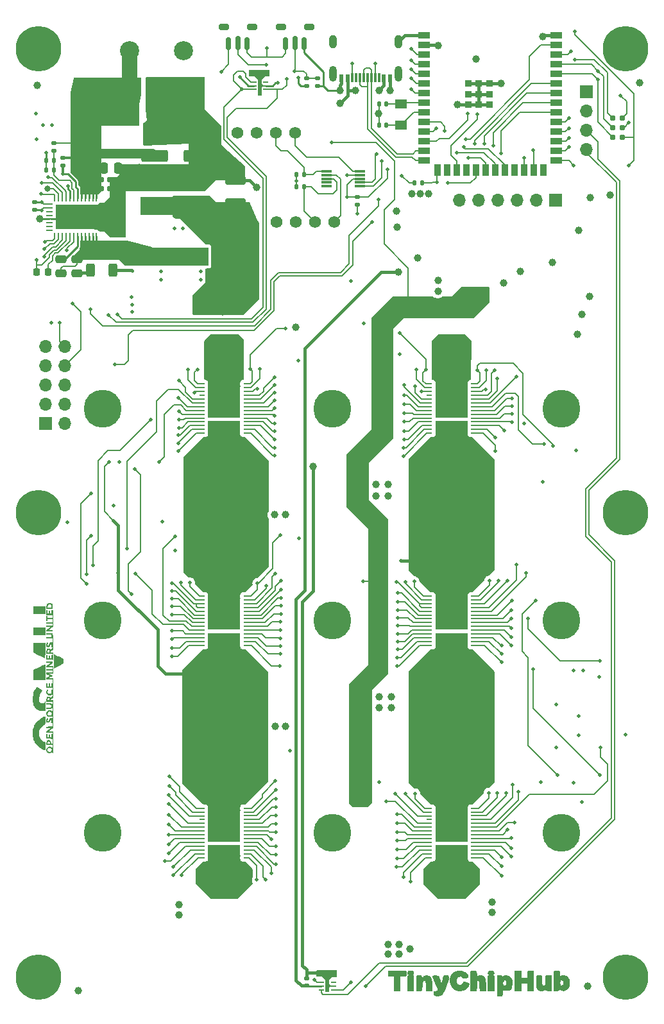
<source format=gbr>
%TF.GenerationSoftware,KiCad,Pcbnew,8.0.1*%
%TF.CreationDate,2024-08-12T17:27:00+08:00*%
%TF.ProjectId,bitaxeHex,62697461-7865-4486-9578-2e6b69636164,302*%
%TF.SameCoordinates,Original*%
%TF.FileFunction,Copper,L1,Top*%
%TF.FilePolarity,Positive*%
%FSLAX46Y46*%
G04 Gerber Fmt 4.6, Leading zero omitted, Abs format (unit mm)*
G04 Created by KiCad (PCBNEW 8.0.1) date 2024-08-12 17:27:00*
%MOMM*%
%LPD*%
G01*
G04 APERTURE LIST*
G04 Aperture macros list*
%AMRoundRect*
0 Rectangle with rounded corners*
0 $1 Rounding radius*
0 $2 $3 $4 $5 $6 $7 $8 $9 X,Y pos of 4 corners*
0 Add a 4 corners polygon primitive as box body*
4,1,4,$2,$3,$4,$5,$6,$7,$8,$9,$2,$3,0*
0 Add four circle primitives for the rounded corners*
1,1,$1+$1,$2,$3*
1,1,$1+$1,$4,$5*
1,1,$1+$1,$6,$7*
1,1,$1+$1,$8,$9*
0 Add four rect primitives between the rounded corners*
20,1,$1+$1,$2,$3,$4,$5,0*
20,1,$1+$1,$4,$5,$6,$7,0*
20,1,$1+$1,$6,$7,$8,$9,0*
20,1,$1+$1,$8,$9,$2,$3,0*%
G04 Aperture macros list end*
%TA.AperFunction,NonConductor*%
%ADD10C,0.250000*%
%TD*%
%TA.AperFunction,EtchedComponent*%
%ADD11C,0.020000*%
%TD*%
%TA.AperFunction,EtchedComponent*%
%ADD12C,0.200000*%
%TD*%
%TA.AperFunction,EtchedComponent*%
%ADD13C,0.000000*%
%TD*%
%TA.AperFunction,SMDPad,CuDef*%
%ADD14R,0.792000X0.221000*%
%TD*%
%TA.AperFunction,SMDPad,CuDef*%
%ADD15R,4.277000X1.810000*%
%TD*%
%TA.AperFunction,SMDPad,CuDef*%
%ADD16R,4.277000X4.530000*%
%TD*%
%TA.AperFunction,ConnectorPad*%
%ADD17C,0.787400*%
%TD*%
%TA.AperFunction,SMDPad,CuDef*%
%ADD18C,1.000000*%
%TD*%
%TA.AperFunction,SMDPad,CuDef*%
%ADD19RoundRect,0.135000X0.185000X-0.135000X0.185000X0.135000X-0.185000X0.135000X-0.185000X-0.135000X0*%
%TD*%
%TA.AperFunction,ComponentPad*%
%ADD20C,0.800000*%
%TD*%
%TA.AperFunction,ComponentPad*%
%ADD21C,6.000000*%
%TD*%
%TA.AperFunction,SMDPad,CuDef*%
%ADD22R,1.600200X1.168400*%
%TD*%
%TA.AperFunction,ComponentPad*%
%ADD23C,2.520000*%
%TD*%
%TA.AperFunction,ComponentPad*%
%ADD24C,1.574800*%
%TD*%
%TA.AperFunction,ComponentPad*%
%ADD25C,5.000000*%
%TD*%
%TA.AperFunction,SMDPad,CuDef*%
%ADD26C,0.800000*%
%TD*%
%TA.AperFunction,SMDPad,CuDef*%
%ADD27RoundRect,0.250000X-0.475000X0.250000X-0.475000X-0.250000X0.475000X-0.250000X0.475000X0.250000X0*%
%TD*%
%TA.AperFunction,SMDPad,CuDef*%
%ADD28RoundRect,0.135000X0.135000X0.185000X-0.135000X0.185000X-0.135000X-0.185000X0.135000X-0.185000X0*%
%TD*%
%TA.AperFunction,SMDPad,CuDef*%
%ADD29RoundRect,0.200000X0.450000X0.200000X-0.450000X0.200000X-0.450000X-0.200000X0.450000X-0.200000X0*%
%TD*%
%TA.AperFunction,SMDPad,CuDef*%
%ADD30O,0.740000X1.750000*%
%TD*%
%TA.AperFunction,SMDPad,CuDef*%
%ADD31RoundRect,0.150000X0.150000X0.750000X-0.150000X0.750000X-0.150000X-0.750000X0.150000X-0.750000X0*%
%TD*%
%TA.AperFunction,SMDPad,CuDef*%
%ADD32R,9.000000X2.380000*%
%TD*%
%TA.AperFunction,SMDPad,CuDef*%
%ADD33RoundRect,0.140000X0.140000X0.170000X-0.140000X0.170000X-0.140000X-0.170000X0.140000X-0.170000X0*%
%TD*%
%TA.AperFunction,SMDPad,CuDef*%
%ADD34RoundRect,0.225000X-0.225000X-0.250000X0.225000X-0.250000X0.225000X0.250000X-0.225000X0.250000X0*%
%TD*%
%TA.AperFunction,SMDPad,CuDef*%
%ADD35RoundRect,0.250000X-1.500000X-0.550000X1.500000X-0.550000X1.500000X0.550000X-1.500000X0.550000X0*%
%TD*%
%TA.AperFunction,ComponentPad*%
%ADD36R,1.700000X1.700000*%
%TD*%
%TA.AperFunction,ComponentPad*%
%ADD37O,1.700000X1.700000*%
%TD*%
%TA.AperFunction,SMDPad,CuDef*%
%ADD38RoundRect,0.135000X-0.185000X0.135000X-0.185000X-0.135000X0.185000X-0.135000X0.185000X0.135000X0*%
%TD*%
%TA.AperFunction,SMDPad,CuDef*%
%ADD39RoundRect,0.140000X0.170000X-0.140000X0.170000X0.140000X-0.170000X0.140000X-0.170000X-0.140000X0*%
%TD*%
%TA.AperFunction,SMDPad,CuDef*%
%ADD40RoundRect,0.250000X1.100000X-0.325000X1.100000X0.325000X-1.100000X0.325000X-1.100000X-0.325000X0*%
%TD*%
%TA.AperFunction,SMDPad,CuDef*%
%ADD41RoundRect,0.140000X-0.140000X-0.170000X0.140000X-0.170000X0.140000X0.170000X-0.140000X0.170000X0*%
%TD*%
%TA.AperFunction,SMDPad,CuDef*%
%ADD42R,1.400000X0.300000*%
%TD*%
%TA.AperFunction,SMDPad,CuDef*%
%ADD43RoundRect,0.062500X0.062500X-0.337500X0.062500X0.337500X-0.062500X0.337500X-0.062500X-0.337500X0*%
%TD*%
%TA.AperFunction,SMDPad,CuDef*%
%ADD44RoundRect,0.062500X0.337500X-0.062500X0.337500X0.062500X-0.337500X0.062500X-0.337500X-0.062500X0*%
%TD*%
%TA.AperFunction,ComponentPad*%
%ADD45C,0.400000*%
%TD*%
%TA.AperFunction,SMDPad,CuDef*%
%ADD46R,5.300000X3.300000*%
%TD*%
%TA.AperFunction,SMDPad,CuDef*%
%ADD47R,0.711200X0.228600*%
%TD*%
%TA.AperFunction,SMDPad,CuDef*%
%ADD48R,1.500000X0.900000*%
%TD*%
%TA.AperFunction,SMDPad,CuDef*%
%ADD49R,0.900000X1.500000*%
%TD*%
%TA.AperFunction,SMDPad,CuDef*%
%ADD50R,0.900000X0.900000*%
%TD*%
%TA.AperFunction,SMDPad,CuDef*%
%ADD51RoundRect,0.250000X-0.325000X-1.100000X0.325000X-1.100000X0.325000X1.100000X-0.325000X1.100000X0*%
%TD*%
%TA.AperFunction,SMDPad,CuDef*%
%ADD52RoundRect,0.140000X-0.170000X0.140000X-0.170000X-0.140000X0.170000X-0.140000X0.170000X0.140000X0*%
%TD*%
%TA.AperFunction,SMDPad,CuDef*%
%ADD53R,0.600000X1.060000*%
%TD*%
%TA.AperFunction,SMDPad,CuDef*%
%ADD54R,0.300000X1.150000*%
%TD*%
%TA.AperFunction,ComponentPad*%
%ADD55O,1.000000X2.100000*%
%TD*%
%TA.AperFunction,ComponentPad*%
%ADD56O,1.000000X1.800000*%
%TD*%
%TA.AperFunction,SMDPad,CuDef*%
%ADD57RoundRect,0.135000X-0.135000X-0.185000X0.135000X-0.185000X0.135000X0.185000X-0.135000X0.185000X0*%
%TD*%
%TA.AperFunction,SMDPad,CuDef*%
%ADD58RoundRect,0.250000X-0.312500X-0.625000X0.312500X-0.625000X0.312500X0.625000X-0.312500X0.625000X0*%
%TD*%
%TA.AperFunction,SMDPad,CuDef*%
%ADD59RoundRect,0.250000X-0.250000X-0.475000X0.250000X-0.475000X0.250000X0.475000X-0.250000X0.475000X0*%
%TD*%
%TA.AperFunction,ViaPad*%
%ADD60C,0.500000*%
%TD*%
%TA.AperFunction,ViaPad*%
%ADD61C,1.000000*%
%TD*%
%TA.AperFunction,Conductor*%
%ADD62C,0.250000*%
%TD*%
%TA.AperFunction,Conductor*%
%ADD63C,0.200000*%
%TD*%
%TA.AperFunction,Conductor*%
%ADD64C,0.400000*%
%TD*%
%TA.AperFunction,Conductor*%
%ADD65C,0.254000*%
%TD*%
%TA.AperFunction,Conductor*%
%ADD66C,0.230000*%
%TD*%
%TA.AperFunction,Conductor*%
%ADD67C,0.300000*%
%TD*%
%TA.AperFunction,Conductor*%
%ADD68C,1.300000*%
%TD*%
%TA.AperFunction,Conductor*%
%ADD69C,2.000000*%
%TD*%
G04 APERTURE END LIST*
D10*
X55125000Y-72000000D02*
X56125000Y-72000000D01*
D11*
%TO.C,REF\u002A\u002A*%
X99679188Y-171295993D02*
X99679188Y-171595993D01*
X99679194Y-171595993D02*
X99679188Y-171595993D01*
X99846781Y-171888673D02*
X100079188Y-171895993D01*
X100079188Y-171895993D02*
X100479188Y-171895993D01*
X100479188Y-171895993D02*
X100479188Y-172845993D01*
X100479188Y-172845993D02*
X100479188Y-173795993D01*
X100479188Y-173795993D02*
X100829188Y-173795993D01*
X100829188Y-171295993D02*
X99679188Y-171295993D01*
X100829188Y-173795993D02*
X101179188Y-173795993D01*
X101179188Y-171895993D02*
X101579188Y-171895993D01*
X101179188Y-172845993D02*
X101179188Y-171895993D01*
X101179188Y-173795993D02*
X101179188Y-172845993D01*
X101579188Y-171895993D02*
X101822856Y-171888319D01*
X101979188Y-171295993D02*
X100829188Y-171295993D01*
X101979188Y-171595993D02*
X101979188Y-171295993D01*
X102279188Y-171895993D02*
X102279188Y-172845993D01*
X102279188Y-172845993D02*
X102279188Y-173795993D01*
X102279188Y-173795993D02*
X102629188Y-173795993D01*
X102629188Y-171895993D02*
X102279188Y-171895993D01*
X102629188Y-173795993D02*
X102979188Y-173795993D01*
X102979188Y-171895993D02*
X102629188Y-171895993D01*
X102979188Y-172845993D02*
X102979188Y-171895993D01*
X102979188Y-173795993D02*
X102979188Y-172845993D01*
X103479188Y-171895993D02*
X103479188Y-172845993D01*
X103479188Y-172845993D02*
X103479188Y-173795993D01*
X103479188Y-173795993D02*
X103767169Y-173795993D01*
X103779188Y-171895993D02*
X103479188Y-171895993D01*
X104065854Y-173567751D02*
X104111149Y-173052383D01*
X104359785Y-172025650D02*
X104202970Y-172111145D01*
X104673143Y-172866899D02*
X104679188Y-173142854D01*
X104679188Y-173142854D02*
X104679188Y-173795993D01*
X104679188Y-173795993D02*
X105029188Y-173795993D01*
X105029188Y-173795993D02*
X105379188Y-173795993D01*
X105350852Y-172623509D02*
X105320056Y-172394674D01*
X105372099Y-172887535D02*
X105350852Y-172623509D01*
X105379188Y-173152503D02*
X105372099Y-172887535D01*
X105379188Y-173795993D02*
X105379188Y-173152503D01*
X105584309Y-171948111D02*
X105683694Y-172205547D01*
X105683694Y-172205547D02*
X105798580Y-172498569D01*
X105687095Y-171903789D02*
X105591594Y-171907037D01*
X105798580Y-172498569D02*
X105934955Y-172839414D01*
X105805674Y-171905686D02*
X105687095Y-171903789D01*
X105887941Y-171911100D02*
X105805674Y-171905686D01*
X105934955Y-172839414D02*
X106067414Y-173187384D01*
X105948352Y-174454265D02*
X106133981Y-174475730D01*
X106067414Y-173187384D02*
X106170755Y-173502815D01*
X106170755Y-173502815D02*
X106243497Y-173766503D01*
X106459338Y-172470993D02*
X106360963Y-172149154D01*
X106520244Y-172672214D02*
X106459338Y-172470993D01*
X106583011Y-172841774D02*
X106520244Y-172672214D01*
X106640932Y-172972255D02*
X106583011Y-172841774D01*
X106762580Y-172834430D02*
X106709301Y-172973745D01*
X106818120Y-172656810D02*
X106762580Y-172834430D01*
X106870447Y-172445993D02*
X106818120Y-172656810D01*
X106953018Y-172109954D02*
X106870447Y-172445993D01*
X106959087Y-173888741D02*
X107224619Y-173229619D01*
X107224619Y-173229619D02*
X107583017Y-172259659D01*
X108111639Y-171725111D02*
X108111639Y-171725112D01*
X109535533Y-172882947D02*
X109488381Y-172972578D01*
X109577837Y-172804610D02*
X109535533Y-172882947D01*
X109613832Y-172739550D02*
X109577837Y-172804610D01*
X109679127Y-172705440D02*
X109679136Y-172705415D01*
X109895405Y-172123145D02*
X110088360Y-172072506D01*
X109964619Y-172806720D02*
X109679136Y-172705415D01*
X110142780Y-173269184D02*
X110189558Y-173175961D01*
X110189558Y-173175961D02*
X110236511Y-173075181D01*
X110236511Y-173075181D02*
X110273710Y-172989080D01*
X110247325Y-172914556D02*
X109964619Y-172806720D01*
X110579188Y-171295993D02*
X110579188Y-172545993D01*
X110579188Y-172545993D02*
X110579188Y-173795993D01*
X110579188Y-173795993D02*
X110924619Y-173795993D01*
X110924619Y-173795993D02*
X111270050Y-173795993D01*
X110929188Y-171295993D02*
X110579188Y-171295993D01*
X111270050Y-173795993D02*
X111299619Y-173120993D01*
X111279188Y-171699511D02*
X111271292Y-171444939D01*
X111283717Y-171934560D02*
X111279188Y-171699511D01*
X111299619Y-173120993D02*
X111322606Y-172731486D01*
X111736981Y-172752011D02*
X111758757Y-173120993D01*
X111758757Y-173120993D02*
X111788326Y-173795993D01*
X111788326Y-173795993D02*
X112133757Y-173795993D01*
X112133757Y-173795993D02*
X112479188Y-173795993D01*
X112479188Y-173068244D02*
X112470054Y-172729522D01*
X112479188Y-173795993D02*
X112479188Y-173068244D01*
X112879188Y-171895993D02*
X112879188Y-172845993D01*
X112879188Y-172845993D02*
X112879188Y-173795993D01*
X112879188Y-173795993D02*
X113229188Y-173795993D01*
X113171488Y-171895993D02*
X112879188Y-171895993D01*
X113171488Y-171895993D02*
X113229188Y-171895993D01*
X113229188Y-173795993D02*
X113579188Y-173795993D01*
X113579188Y-171895993D02*
X113229188Y-171895993D01*
X113579188Y-172845993D02*
X113579188Y-171895993D01*
X113579188Y-173795993D02*
X113579188Y-172845993D01*
X114079188Y-171895993D02*
X114079188Y-172864993D01*
X114079188Y-173195993D02*
X114079188Y-172864993D01*
X114079188Y-173195993D02*
X114079188Y-174495993D01*
X114079188Y-174495993D02*
X114379188Y-174495993D01*
X114379188Y-171895993D02*
X114079188Y-171895993D01*
X114379188Y-174495992D02*
X114379188Y-174495993D01*
X114671836Y-174328847D02*
X114679188Y-174097906D01*
X114679188Y-173699819D02*
X115104177Y-173756503D01*
X114679188Y-174097906D02*
X114679188Y-173699819D01*
X114708143Y-172864993D02*
X114719707Y-172815231D01*
X114895625Y-172454428D02*
X114772418Y-172608642D01*
X115104179Y-173756490D02*
X115104177Y-173756503D01*
X115979188Y-172859529D02*
X115973152Y-172699726D01*
X116379188Y-171295993D02*
X116379188Y-172545993D01*
X116379188Y-172545993D02*
X116379188Y-173795993D01*
X116379188Y-173795993D02*
X116779188Y-173795993D01*
X116779188Y-171295993D02*
X116379188Y-171295993D01*
X116779188Y-173795993D02*
X117179188Y-173795993D01*
X117179188Y-171295993D02*
X116779188Y-171295993D01*
X117179188Y-171745993D02*
X117179188Y-171295993D01*
X117179188Y-172195993D02*
X117179188Y-171745993D01*
X117179188Y-172795993D02*
X117629188Y-172795993D01*
X117179188Y-173295993D02*
X117179188Y-172795993D01*
X117179188Y-173795993D02*
X117179188Y-173295993D01*
X117629188Y-172195993D02*
X117179188Y-172195993D01*
X117629188Y-172795993D02*
X118079188Y-172795993D01*
X118079188Y-171745993D02*
X118079188Y-172195993D01*
X118079188Y-172195993D02*
X117629188Y-172195993D01*
X118079188Y-172795993D02*
X118079188Y-173295993D01*
X118079188Y-173295993D02*
X118079188Y-173795993D01*
X118079188Y-173795993D02*
X118429188Y-173795993D01*
X118086001Y-171462629D02*
X118079188Y-171745993D01*
X118429188Y-173795993D02*
X118779188Y-173795993D01*
X118779188Y-171295993D02*
X118429188Y-171295993D01*
X118779188Y-172545993D02*
X118779188Y-171295993D01*
X118779188Y-173795993D02*
X118779188Y-172545993D01*
X119279188Y-171895993D02*
X119279188Y-172688850D01*
X119279188Y-172688850D02*
X119287093Y-173077392D01*
X119579188Y-171895993D02*
X119279188Y-171895993D01*
X119879188Y-172437814D02*
X119873397Y-172086710D01*
X119890694Y-172812351D02*
X119879188Y-172437814D01*
X120479188Y-171895993D02*
X120479188Y-172437814D01*
X120479188Y-172437814D02*
X120465948Y-172868763D01*
X120582001Y-173765585D02*
X120582001Y-173765584D01*
X120829188Y-171895993D02*
X120479188Y-171895993D01*
X120829188Y-173795993D02*
X121179188Y-173795993D01*
X121179188Y-171895993D02*
X120829188Y-171895993D01*
X121179188Y-172845993D02*
X121179188Y-171895993D01*
X121179188Y-173795993D02*
X121179188Y-172845993D01*
X121579188Y-171295993D02*
X121579188Y-172545993D01*
X121579188Y-172545993D02*
X121579188Y-173795993D01*
X121579188Y-173795993D02*
X121870855Y-173795993D01*
X121929188Y-171295993D02*
X121579188Y-171295993D01*
X122279188Y-171715993D02*
X122271615Y-171447607D01*
X122283422Y-171915103D02*
X122279188Y-171715993D01*
X99691261Y-171773567D02*
G75*
G02*
X99679194Y-171595993I1299126J177479D01*
G01*
X99737521Y-171852243D02*
G75*
G02*
X99691262Y-171773567I71032J94703D01*
G01*
X99846781Y-171888673D02*
G75*
G02*
X99737521Y-171852243I41J182184D01*
G01*
X101920855Y-171852243D02*
G75*
G02*
X101822856Y-171888318I-109367J145949D01*
G01*
X101967114Y-171773567D02*
G75*
G02*
X101920854Y-171852242I-117431J16110D01*
G01*
X101979188Y-171595993D02*
G75*
G02*
X101967115Y-171773567I-1312496J37D01*
G01*
X102279188Y-171495993D02*
G75*
G02*
X102296917Y-171395747I292252J5D01*
G01*
X102296918Y-171395747D02*
G75*
G02*
X102347938Y-171335280I107914J-39296D01*
G01*
X102296917Y-171596239D02*
G75*
G02*
X102279188Y-171495993I274586J100253D01*
G01*
X102347938Y-171335279D02*
G75*
G02*
X102446760Y-171304211I120823J-211615D01*
G01*
X102347938Y-171656707D02*
G75*
G02*
X102296917Y-171596239I57339J100140D01*
G01*
X102446760Y-171304211D02*
G75*
G02*
X102629188Y-171295993I182494J-2022173D01*
G01*
X102446760Y-171687775D02*
G75*
G02*
X102347938Y-171656707I21753J241894D01*
G01*
X102629188Y-171295993D02*
G75*
G02*
X102811616Y-171304211I25J-2028376D01*
G01*
X102629188Y-171695993D02*
G75*
G02*
X102446760Y-171687775I-25J2028376D01*
G01*
X102811616Y-171304211D02*
G75*
G02*
X102910438Y-171335279I-21753J-241894D01*
G01*
X102811616Y-171687775D02*
G75*
G02*
X102629188Y-171695993I-182494J2022173D01*
G01*
X102910438Y-171335281D02*
G75*
G02*
X102961440Y-171395754I-57347J-100109D01*
G01*
X102910438Y-171656707D02*
G75*
G02*
X102811616Y-171687775I-120823J211615D01*
G01*
X102961459Y-171395747D02*
G75*
G02*
X102979188Y-171495993I-274586J-100253D01*
G01*
X102961458Y-171596239D02*
G75*
G02*
X102910438Y-171656706I-107914J39296D01*
G01*
X102979188Y-171495993D02*
G75*
G02*
X102961459Y-171596239I-292252J-5D01*
G01*
X103779188Y-171895993D02*
G75*
G02*
X103909209Y-171904863I3J-957349D01*
G01*
X103909209Y-171904863D02*
G75*
G02*
X104002588Y-171933105I-42115J-307742D01*
G01*
X103939118Y-173777196D02*
G75*
G02*
X103767169Y-173795993I-171963J777196D01*
G01*
X104002588Y-171933105D02*
G75*
G02*
X104058599Y-171979360I-67066J-138251D01*
G01*
X104022230Y-173715000D02*
G75*
G02*
X103939118Y-173777196I-110303J60769D01*
G01*
X104058599Y-171979360D02*
G75*
G02*
X104079188Y-172041342I-83282J-62075D01*
G01*
X104065853Y-173567751D02*
G75*
G02*
X104022230Y-173715000I-357783J25908D01*
G01*
X104092986Y-172108068D02*
G75*
G02*
X104079189Y-172041342I154778J66793D01*
G01*
X104111149Y-173052383D02*
G75*
G02*
X104147501Y-172780442I4588809J-475014D01*
G01*
X104130156Y-172131040D02*
G75*
G02*
X104092985Y-172108068I-2209J37985D01*
G01*
X104147501Y-172780442D02*
G75*
G02*
X104232585Y-172535472I749453J-123042D01*
G01*
X104202970Y-172111145D02*
G75*
G02*
X104130156Y-172131040I-82883J160149D01*
G01*
X104232585Y-172535472D02*
G75*
G02*
X104357857Y-172428282I206340J-114350D01*
G01*
X104357857Y-172428282D02*
G75*
G02*
X104522466Y-172429576I80576J-220576D01*
G01*
X104359785Y-172025650D02*
G75*
G02*
X104636859Y-171925020I426993J-743918D01*
G01*
X104522466Y-172429576D02*
G75*
G02*
X104598176Y-172493823I-53760J-140086D01*
G01*
X104598177Y-172493823D02*
G75*
G02*
X104645887Y-172615718I-361504J-211778D01*
G01*
X104636859Y-171925020D02*
G75*
G02*
X104912226Y-171934414I115626J-651333D01*
G01*
X104645887Y-172615718D02*
G75*
G02*
X104673143Y-172866899I-1143433J-251145D01*
G01*
X104912226Y-171934413D02*
G75*
G02*
X105139412Y-172051542I-134115J-539025D01*
G01*
X105139412Y-172051542D02*
G75*
G02*
X105282724Y-172255296I-327813J-382849D01*
G01*
X105282724Y-172255296D02*
G75*
G02*
X105320055Y-172394674I-665435J-252919D01*
G01*
X105579188Y-171920524D02*
G75*
G02*
X105591594Y-171907037I13499J32D01*
G01*
X105584309Y-171948111D02*
G75*
G02*
X105579188Y-171920524I71093J27466D01*
G01*
X105692320Y-174104813D02*
G75*
G02*
X105721812Y-174039548I99601J-5713D01*
G01*
X105697233Y-174220993D02*
G75*
G02*
X105692319Y-174104813I583167J82860D01*
G01*
X105721812Y-174039548D02*
G75*
G02*
X105790879Y-174005407I86095J-87235D01*
G01*
X105733344Y-174336709D02*
G75*
G02*
X105697233Y-174220993I337434J168794D01*
G01*
X105790879Y-174005406D02*
G75*
G02*
X105925371Y-173995993I134459J-955625D01*
G01*
X105800751Y-174408561D02*
G75*
G02*
X105733344Y-174336709I86651J148835D01*
G01*
X105887941Y-171911100D02*
G75*
G02*
X106167910Y-171949607I-74427J-1578154D01*
G01*
X105948352Y-174454265D02*
G75*
G02*
X105800751Y-174408561I25021J341995D01*
G01*
X106028765Y-173985822D02*
G75*
G02*
X105925371Y-173995993I-103418J520687D01*
G01*
X106124522Y-173955706D02*
G75*
G02*
X106028765Y-173985822I-185796J423465D01*
G01*
X106167910Y-171949608D02*
G75*
G02*
X106282393Y-172016075I-50459J-218736D01*
G01*
X106199057Y-173911397D02*
G75*
G02*
X106124522Y-173955705I-216035J278562D01*
G01*
X106238092Y-173858846D02*
G75*
G02*
X106199056Y-173911396I-113571J43590D01*
G01*
X106243497Y-173766503D02*
G75*
G02*
X106238093Y-173858846I-147736J-37684D01*
G01*
X106282394Y-172016075D02*
G75*
G02*
X106360963Y-172149154I-270467J-249415D01*
G01*
X106477569Y-174441474D02*
G75*
G02*
X106133981Y-174475730I-269572J963591D01*
G01*
X106676082Y-172995993D02*
G75*
G02*
X106640932Y-172972255I7J37904D01*
G01*
X106709300Y-172973745D02*
G75*
G02*
X106676082Y-172995992I-33191J13636D01*
G01*
X106720575Y-174288338D02*
G75*
G02*
X106477569Y-174441473I-378311J330955D01*
G01*
X106953019Y-172109954D02*
G75*
G02*
X107023648Y-171969130I317092J-70913D01*
G01*
X106959087Y-173888741D02*
G75*
G02*
X106720576Y-174288339I-1213184J453142D01*
G01*
X107023649Y-171969131D02*
G75*
G02*
X107128030Y-171911671I129020J-110839D01*
G01*
X107128030Y-171911671D02*
G75*
G02*
X107343098Y-171895994I215056J-1467229D01*
G01*
X107343098Y-171895993D02*
G75*
G02*
X107566590Y-171929984I-22J-751873D01*
G01*
X107566590Y-171929984D02*
G75*
G02*
X107634065Y-172030727I-28679J-92177D01*
G01*
X107634066Y-172030727D02*
G75*
G02*
X107583017Y-172259659I-894868J79387D01*
G01*
X107887577Y-172282176D02*
G75*
G02*
X108111640Y-171725111I1451858J-260374D01*
G01*
X107899892Y-172901280D02*
G75*
G02*
X107887576Y-172282176I1541843J340347D01*
G01*
X108111639Y-171725112D02*
G75*
G02*
X108518000Y-171394000I738957J-491982D01*
G01*
X108157433Y-173404246D02*
G75*
G02*
X107899893Y-172901280I832526J743706D01*
G01*
X108518000Y-171394001D02*
G75*
G02*
X108979977Y-171297723I497670J-1231495D01*
G01*
X108579188Y-172545993D02*
G75*
G02*
X108670463Y-172212466I655017J-3D01*
G01*
X108616510Y-173709221D02*
G75*
G02*
X108157432Y-173404247I355037J1032450D01*
G01*
X108670463Y-172212466D02*
G75*
G02*
X108919133Y-171970169I572333J-338633D01*
G01*
X108678589Y-172900184D02*
G75*
G02*
X108579188Y-172545993I581220J354159D01*
G01*
X108919133Y-171970169D02*
G75*
G02*
X109225109Y-171908514I249329J-447283D01*
G01*
X108945831Y-173139465D02*
G75*
G02*
X108678589Y-172900184I262536J562090D01*
G01*
X108979977Y-171297722D02*
G75*
G02*
X109492958Y-171354646I50699J-1882989D01*
G01*
X109216527Y-173791286D02*
G75*
G02*
X108616510Y-173709221I-92545J1557901D01*
G01*
X109225109Y-171908514D02*
G75*
G02*
X109478386Y-172045026I-42456J-381985D01*
G01*
X109257378Y-173162458D02*
G75*
G02*
X108945831Y-173139464I-125514J421477D01*
G01*
X109488381Y-172972578D02*
G75*
G02*
X109257378Y-173162459I-340996J179389D01*
G01*
X109492958Y-171354647D02*
G75*
G02*
X109921738Y-171535102I-381152J-1505296D01*
G01*
X109549106Y-172105672D02*
G75*
G02*
X109478387Y-172045026I142519J237746D01*
G01*
X109613833Y-172739550D02*
G75*
G02*
X109626519Y-172720543I119569J-66064D01*
G01*
X109626519Y-172720542D02*
G75*
G02*
X109679127Y-172705441I36816J-29071D01*
G01*
X109637214Y-172140763D02*
G75*
G02*
X109549106Y-172105673I64383J289822D01*
G01*
X109742925Y-172149169D02*
G75*
G02*
X109637214Y-172140763I-22843J381635D01*
G01*
X109778565Y-173639279D02*
G75*
G02*
X109216527Y-173791286I-646925J1276916D01*
G01*
X109895405Y-172123145D02*
G75*
G02*
X109742925Y-172149169I-194920J682358D01*
G01*
X109921738Y-171535101D02*
G75*
G02*
X110131232Y-171802432I-253293J-414244D01*
G01*
X110131232Y-171802432D02*
G75*
G02*
X110172306Y-171959538I-1499129J-475856D01*
G01*
X110142780Y-173269184D02*
G75*
G02*
X109778565Y-173639279I-732273J356377D01*
G01*
X110155749Y-172027820D02*
G75*
G02*
X110088360Y-172072506I-104561J84528D01*
G01*
X110172306Y-171959538D02*
G75*
G02*
X110155749Y-172027820I-80391J-16655D01*
G01*
X110247325Y-172914556D02*
G75*
G02*
X110279188Y-172960741I-17662J-46269D01*
G01*
X110279188Y-172960741D02*
G75*
G02*
X110273710Y-172989080I-76817J150D01*
G01*
X110929188Y-171295993D02*
G75*
G02*
X111146970Y-171305952I3J-2386135D01*
G01*
X111146970Y-171305953D02*
G75*
G02*
X111232504Y-171349816I-11820J-128377D01*
G01*
X111232504Y-171349816D02*
G75*
G02*
X111271292Y-171444939I-121084J-104844D01*
G01*
X111309758Y-172022894D02*
G75*
G02*
X111283718Y-171934560I137142J88434D01*
G01*
X111322607Y-172731486D02*
G75*
G02*
X111357737Y-172559064I692653J-51334D01*
G01*
X111357737Y-172559064D02*
G75*
G02*
X111422198Y-172477096I148543J-50486D01*
G01*
X111363554Y-172043316D02*
G75*
G02*
X111309745Y-172022903I-13054J46716D01*
G01*
X111422198Y-172477096D02*
G75*
G02*
X111529188Y-172445993I107002J-168504D01*
G01*
X111472614Y-171999510D02*
G75*
G02*
X111363553Y-172043314I-253914J474510D01*
G01*
X111472614Y-171999512D02*
G75*
G02*
X111713284Y-171912580I418786J-782788D01*
G01*
X111529188Y-172445993D02*
G75*
G02*
X111636176Y-172477098I12J-199507D01*
G01*
X111636178Y-172477096D02*
G75*
G02*
X111700638Y-172559064I-84338J-132654D01*
G01*
X111700639Y-172559064D02*
G75*
G02*
X111736981Y-172752011I-658659J-223956D01*
G01*
X111713282Y-171912572D02*
G75*
G02*
X111955213Y-171904913I143268J-700688D01*
G01*
X111955213Y-171904915D02*
G75*
G02*
X112167391Y-171976662I-83413J-596285D01*
G01*
X112167395Y-171976655D02*
G75*
G02*
X112323520Y-172118242I-234495J-415445D01*
G01*
X112323517Y-172118245D02*
G75*
G02*
X112393204Y-172260359I-419517J-293855D01*
G01*
X112393209Y-172260357D02*
G75*
G02*
X112441205Y-172463832I-1444071J-448028D01*
G01*
X112441206Y-172463832D02*
G75*
G02*
X112470054Y-172729522I-2432159J-398489D01*
G01*
X112879188Y-171495993D02*
G75*
G02*
X112896912Y-171395745I292412J-7D01*
G01*
X112896917Y-171395747D02*
G75*
G02*
X112947920Y-171335248I108183J-39453D01*
G01*
X112896918Y-171596239D02*
G75*
G02*
X112879206Y-171495993I274782J100239D01*
G01*
X112947938Y-171335279D02*
G75*
G02*
X113046760Y-171304216I120562J-210821D01*
G01*
X112947938Y-171656706D02*
G75*
G02*
X112896909Y-171596242I57162J100006D01*
G01*
X113046760Y-171304211D02*
G75*
G02*
X113229188Y-171295996I182240J-2017189D01*
G01*
X113046760Y-171687774D02*
G75*
G02*
X112947930Y-171656722I21640J241674D01*
G01*
X113229188Y-171295993D02*
G75*
G02*
X113411616Y-171304208I12J-2029407D01*
G01*
X113229188Y-171695993D02*
G75*
G02*
X113046760Y-171687771I112J2030393D01*
G01*
X113411616Y-171304211D02*
G75*
G02*
X113510442Y-171335272I-21416J-240889D01*
G01*
X113411616Y-171687775D02*
G75*
G02*
X113229188Y-171695990I-182416J2021175D01*
G01*
X113510438Y-171335279D02*
G75*
G02*
X113561457Y-171395748I-57438J-100221D01*
G01*
X113510438Y-171656707D02*
G75*
G02*
X113411615Y-171687767I-120738J211407D01*
G01*
X113561458Y-171395747D02*
G75*
G02*
X113579189Y-171495993I-274558J-100253D01*
G01*
X113561459Y-171596239D02*
G75*
G02*
X113510437Y-171656704I-107959J39339D01*
G01*
X113579188Y-171495993D02*
G75*
G02*
X113561456Y-171596238I-292188J-7D01*
G01*
X114379188Y-171895993D02*
G75*
G02*
X114494106Y-171903534I12J-879207D01*
G01*
X114494106Y-171903533D02*
G75*
G02*
X114591062Y-171926403I-64706J-491267D01*
G01*
X114556646Y-174483955D02*
G75*
G02*
X114379188Y-174495990I-177346J1300655D01*
G01*
X114591063Y-171926402D02*
G75*
G02*
X114658017Y-171959769I-93963J-272398D01*
G01*
X114635348Y-174437819D02*
G75*
G02*
X114556647Y-174483960I-94748J71419D01*
G01*
X114658021Y-171959763D02*
G75*
G02*
X114679208Y-171999511I-27421J-40137D01*
G01*
X114671836Y-174328847D02*
G75*
G02*
X114635336Y-174437810I-181036J47D01*
G01*
X114692807Y-172037427D02*
G75*
G02*
X114679176Y-171999511I45393J37727D01*
G01*
X114708143Y-172864993D02*
G75*
G02*
X114895625Y-172454428I543347J-27D01*
G01*
X114719707Y-172815231D02*
G75*
G02*
X114772406Y-172608635I445693J-3669D01*
G01*
X114725901Y-172053030D02*
G75*
G02*
X114692797Y-172037435I-1J42930D01*
G01*
X114759980Y-173048433D02*
G75*
G02*
X114719692Y-172815231I623120J227733D01*
G01*
X114784183Y-172041411D02*
G75*
G02*
X114725901Y-172053042I-58383J140711D01*
G01*
X114872261Y-173230585D02*
G75*
G02*
X114760002Y-173048425I387839J364685D01*
G01*
X114872614Y-171999510D02*
G75*
G02*
X114784181Y-172041406I-473614J885410D01*
G01*
X114872614Y-171999512D02*
G75*
G02*
X115101571Y-171915903I408186J-762488D01*
G01*
X114895625Y-172454428D02*
G75*
G02*
X115038088Y-172405148I132775J-153272D01*
G01*
X115023526Y-173295993D02*
G75*
G02*
X114872252Y-173230593I-26J207593D01*
G01*
X115038090Y-172405114D02*
G75*
G02*
X115177508Y-172467432I-10090J-209686D01*
G01*
X115101569Y-171915894D02*
G75*
G02*
X115330536Y-171906804I141131J-666706D01*
G01*
X115177501Y-172467439D02*
G75*
G02*
X115291610Y-172633348I-412001J-405561D01*
G01*
X115179720Y-173235268D02*
G75*
G02*
X115023526Y-173295955I-156120J170468D01*
G01*
X115291619Y-172633344D02*
G75*
G02*
X115338136Y-172846954I-470619J-214356D01*
G01*
X115295045Y-173069143D02*
G75*
G02*
X115179721Y-173235269I-425145J172043D01*
G01*
X115330538Y-171906788D02*
G75*
G02*
X115549094Y-171974179I-87638J-672312D01*
G01*
X115338137Y-172846954D02*
G75*
G02*
X115295045Y-173069143I-591247J-606D01*
G01*
X115501545Y-173748989D02*
G75*
G02*
X115104178Y-173756494I-223245J1296689D01*
G01*
X115549100Y-171974169D02*
G75*
G02*
X115747739Y-172113428I-384700J-760031D01*
G01*
X115747743Y-172113424D02*
G75*
G02*
X115863336Y-172248653I-558443J-594376D01*
G01*
X115772673Y-173606418D02*
G75*
G02*
X115501549Y-173749013I-355573J347018D01*
G01*
X115863335Y-172248653D02*
G75*
G02*
X115932953Y-172393022I-446635J-304347D01*
G01*
X115929272Y-173316529D02*
G75*
G02*
X115772675Y-173606420I-586772J129729D01*
G01*
X115936683Y-172391864D02*
G75*
G02*
X115973155Y-172699726I-814083J-252536D01*
G01*
X115973152Y-172699726D02*
G75*
G02*
X115929272Y-173316529I-2111152J-159774D01*
G01*
X118086001Y-171462629D02*
G75*
G02*
X118123618Y-171353125I178399J-71D01*
G01*
X118123633Y-171353136D02*
G75*
G02*
X118208262Y-171306575I96367J-74964D01*
G01*
X118208264Y-171306592D02*
G75*
G02*
X118429188Y-171295991I220936J-2296908D01*
G01*
X119314098Y-173340481D02*
G75*
G02*
X119287095Y-173077392I2120502J350581D01*
G01*
X119361654Y-173521675D02*
G75*
G02*
X119314091Y-173340482I949846J346175D01*
G01*
X119436331Y-173638850D02*
G75*
G02*
X119361652Y-173521676I227769J227550D01*
G01*
X119579188Y-171895993D02*
G75*
G02*
X119762213Y-171911018I12J-1122107D01*
G01*
X119601054Y-173743665D02*
G75*
G02*
X119436331Y-173638850I153746J423465D01*
G01*
X119762213Y-171911016D02*
G75*
G02*
X119840337Y-171966150I-18113J-108584D01*
G01*
X119822802Y-173789889D02*
G75*
G02*
X119601051Y-173743674I50198J795989D01*
G01*
X119840346Y-171966145D02*
G75*
G02*
X119873407Y-172086710I-231346J-128255D01*
G01*
X119942197Y-173115753D02*
G75*
G02*
X119890703Y-172812351I867203J303253D01*
G01*
X120035710Y-173246447D02*
G75*
G02*
X119942199Y-173115752I176590J225147D01*
G01*
X120064002Y-173772854D02*
G75*
G02*
X119822802Y-173789897I-184002J888754D01*
G01*
X120179188Y-173295993D02*
G75*
G02*
X120035718Y-173246437I12J232493D01*
G01*
X120285762Y-173692475D02*
G75*
G02*
X120064003Y-173772861I-389262J727775D01*
G01*
X120285762Y-173692476D02*
G75*
G02*
X120374194Y-173650576I472438J-882824D01*
G01*
X120322667Y-173246448D02*
G75*
G02*
X120179188Y-173295992I-143467J182948D01*
G01*
X120374194Y-173650576D02*
G75*
G02*
X120432475Y-173638960I58206J-140024D01*
G01*
X120416180Y-173115753D02*
G75*
G02*
X120322668Y-173246449I-269680J94153D01*
G01*
X120432475Y-173638956D02*
G75*
G02*
X120465569Y-173654559I25J-42844D01*
G01*
X120465569Y-173654559D02*
G75*
G02*
X120479191Y-173692475I-45469J-37741D01*
G01*
X120465947Y-172868763D02*
G75*
G02*
X120416172Y-173115750I-917347J56363D01*
G01*
X120502695Y-173732365D02*
G75*
G02*
X120479201Y-173692475I21905J39765D01*
G01*
X120582001Y-173765584D02*
G75*
G02*
X120502695Y-173732365I111799J378184D01*
G01*
X120695083Y-173788479D02*
G75*
G02*
X120582002Y-173765582I73217J652279D01*
G01*
X120829188Y-173795993D02*
G75*
G02*
X120695083Y-173788482I12J1201093D01*
G01*
X121929188Y-171295993D02*
G75*
G02*
X122148194Y-171306171I12J-2361007D01*
G01*
X121985849Y-173786770D02*
G75*
G02*
X121870855Y-173795992I-114949J711770D01*
G01*
X122090308Y-173759274D02*
G75*
G02*
X121985848Y-173786766I-193408J522674D01*
G01*
X122148194Y-171306172D02*
G75*
G02*
X122233373Y-171350978I-11394J-125028D01*
G01*
X122170205Y-173718995D02*
G75*
G02*
X122090306Y-173759269I-218505J334095D01*
G01*
X122208354Y-173670993D02*
G75*
G02*
X122170203Y-173718991I-91154J33293D01*
G01*
X122208355Y-173670993D02*
G75*
G02*
X122237787Y-173613795I244245J-89507D01*
G01*
X122233355Y-171350993D02*
G75*
G02*
X122271612Y-171447607I-128355J-106707D01*
G01*
X122237794Y-173613800D02*
G75*
G02*
X122271521Y-173595995I33706J-23000D01*
G01*
X122271521Y-173595993D02*
G75*
G02*
X122315938Y-173610996I-221J-73907D01*
G01*
X122273291Y-172764059D02*
G75*
G02*
X122318595Y-172537547I685609J-19341D01*
G01*
X122302753Y-173002017D02*
G75*
G02*
X122273282Y-172764059I763947J215417D01*
G01*
X122304188Y-172023493D02*
G75*
G02*
X122283425Y-171915103I269412J107793D01*
G01*
X122315948Y-173610982D02*
G75*
G02*
X122386690Y-173670991I-532648J-699618D01*
G01*
X122318593Y-172537546D02*
G75*
G02*
X122426646Y-172416763I212807J-81654D01*
G01*
X122343055Y-172045161D02*
G75*
G02*
X122304171Y-172023500I-6055J34861D01*
G01*
X122391794Y-173182587D02*
G75*
G02*
X122302756Y-173002016I442206J330287D01*
G01*
X122399188Y-172015993D02*
G75*
G02*
X122343054Y-172045156I-74188J74193D01*
G01*
X122399188Y-172015993D02*
G75*
G02*
X122540159Y-171932791I231912J-231907D01*
G01*
X122426658Y-172416786D02*
G75*
G02*
X122588989Y-172396845I108042J-208814D01*
G01*
X122518289Y-173245993D02*
G75*
G02*
X122391797Y-173182584I11J157893D01*
G01*
X122540162Y-171932801D02*
G75*
G02*
X122747041Y-171900294I232938J-807899D01*
G01*
X122570700Y-173769903D02*
G75*
G02*
X122386679Y-173671003I91500J390903D01*
G01*
X122588995Y-172396820D02*
G75*
G02*
X122748684Y-172489734I-73195J-309480D01*
G01*
X122685395Y-173199780D02*
G75*
G02*
X122518289Y-173245979I-167095J279080D01*
G01*
X122747041Y-171900296D02*
G75*
G02*
X122972875Y-171919945I29759J-965604D01*
G01*
X122748694Y-172489725D02*
G75*
G02*
X122842002Y-172661473I-286694J-266975D01*
G01*
X122807055Y-173073933D02*
G75*
G02*
X122685394Y-173199779I-294455J162933D01*
G01*
X122822076Y-173789046D02*
G75*
G02*
X122570700Y-173769904I-64076J818646D01*
G01*
X122842008Y-172661471D02*
G75*
G02*
X122862460Y-172884358I-706708J-177229D01*
G01*
X122862459Y-172884358D02*
G75*
G02*
X122807074Y-173073943I-448559J28158D01*
G01*
X122972875Y-171919944D02*
G75*
G02*
X123172047Y-171992171I-150175J-724856D01*
G01*
X123077498Y-173730141D02*
G75*
G02*
X122822075Y-173789040I-324498J823941D01*
G01*
X123172047Y-171992171D02*
G75*
G02*
X123429900Y-172270542I-274447J-512829D01*
G01*
X123273610Y-173601571D02*
G75*
G02*
X123077493Y-173730129I-406710J406571D01*
G01*
X123429863Y-172270558D02*
G75*
G02*
X123542787Y-172734236I-1248063J-549542D01*
G01*
X123490592Y-173230393D02*
G75*
G02*
X123273599Y-173601560I-816092J228093D01*
G01*
X123542777Y-172734237D02*
G75*
G02*
X123490594Y-173230393I-1490477J-94063D01*
G01*
D12*
X102979188Y-173795993D02*
X102279188Y-173795993D01*
X102279188Y-171895993D01*
X102979188Y-171895993D01*
X102979188Y-173795993D01*
%TA.AperFunction,EtchedComponent*%
G36*
X102979188Y-173795993D02*
G01*
X102279188Y-173795993D01*
X102279188Y-171895993D01*
X102979188Y-171895993D01*
X102979188Y-173795993D01*
G37*
%TD.AperFunction*%
X113579188Y-173795993D02*
X112879188Y-173795993D01*
X112879188Y-171895993D01*
X113579188Y-171895993D01*
X113579188Y-173795993D01*
%TA.AperFunction,EtchedComponent*%
G36*
X113579188Y-173795993D02*
G01*
X112879188Y-173795993D01*
X112879188Y-171895993D01*
X113579188Y-171895993D01*
X113579188Y-173795993D01*
G37*
%TD.AperFunction*%
X122388000Y-172114000D02*
X122358000Y-172314000D01*
X122178000Y-172264000D01*
X122038000Y-171884000D01*
X122038000Y-171874000D01*
X122388000Y-172114000D01*
%TA.AperFunction,EtchedComponent*%
G36*
X122388000Y-172114000D02*
G01*
X122358000Y-172314000D01*
X122178000Y-172264000D01*
X122038000Y-171884000D01*
X122038000Y-171874000D01*
X122388000Y-172114000D01*
G37*
%TD.AperFunction*%
X114679188Y-173699819D02*
X114675512Y-174213377D01*
X114662464Y-174386304D01*
X114635348Y-174437819D01*
X114600610Y-174468758D01*
X114556646Y-174483956D01*
X114468121Y-174492981D01*
X114079188Y-174495993D01*
X114078000Y-173594000D01*
X114679188Y-173699819D01*
%TA.AperFunction,EtchedComponent*%
G36*
X114679188Y-173699819D02*
G01*
X114675512Y-174213377D01*
X114662464Y-174386304D01*
X114635348Y-174437819D01*
X114600610Y-174468758D01*
X114556646Y-174483956D01*
X114468121Y-174492981D01*
X114079188Y-174495993D01*
X114078000Y-173594000D01*
X114679188Y-173699819D01*
G37*
%TD.AperFunction*%
X122318592Y-172537546D02*
X122286338Y-172648881D01*
X122273290Y-172764059D01*
X122278987Y-172884157D01*
X122302752Y-173002017D01*
X122338964Y-173096398D01*
X122447539Y-173229256D01*
X122252450Y-173600717D01*
X122170205Y-173718995D01*
X122090308Y-173759274D01*
X121985849Y-173786770D01*
X121870855Y-173795993D01*
X121579188Y-173795993D01*
X121579188Y-171295993D01*
X122318592Y-172537546D01*
%TA.AperFunction,EtchedComponent*%
G36*
X122318592Y-172537546D02*
G01*
X122286338Y-172648881D01*
X122273290Y-172764059D01*
X122278987Y-172884157D01*
X122302752Y-173002017D01*
X122338964Y-173096398D01*
X122447539Y-173229256D01*
X122252450Y-173600717D01*
X122170205Y-173718995D01*
X122090308Y-173759274D01*
X121985849Y-173786770D01*
X121870855Y-173795993D01*
X121579188Y-173795993D01*
X121579188Y-171295993D01*
X122318592Y-172537546D01*
G37*
%TD.AperFunction*%
X117179188Y-172195993D02*
X118079188Y-172195993D01*
X118086001Y-171462629D01*
X118095677Y-171404740D01*
X118161147Y-171321131D01*
X118318599Y-171298643D01*
X118779188Y-171295993D01*
X118779188Y-173795993D01*
X118079188Y-173795993D01*
X118079188Y-172795993D01*
X117179188Y-172795993D01*
X117179188Y-173795993D01*
X116379188Y-173795993D01*
X116379188Y-171295993D01*
X117179188Y-171295993D01*
X117179188Y-172195993D01*
%TA.AperFunction,EtchedComponent*%
G36*
X117179188Y-172195993D02*
G01*
X118079188Y-172195993D01*
X118086001Y-171462629D01*
X118095677Y-171404740D01*
X118161147Y-171321131D01*
X118318599Y-171298643D01*
X118779188Y-171295993D01*
X118779188Y-173795993D01*
X118079188Y-173795993D01*
X118079188Y-172795993D01*
X117179188Y-172795993D01*
X117179188Y-173795993D01*
X116379188Y-173795993D01*
X116379188Y-171295993D01*
X117179188Y-171295993D01*
X117179188Y-172195993D01*
G37*
%TD.AperFunction*%
X101979188Y-171595993D02*
X101976165Y-171684985D01*
X101967115Y-171773567D01*
X101951862Y-171817534D01*
X101920855Y-171852243D01*
X101874493Y-171877445D01*
X101822856Y-171888319D01*
X101701022Y-171892156D01*
X101179188Y-171895993D01*
X101179188Y-173795993D01*
X100479188Y-173795993D01*
X100479188Y-171895993D01*
X100079188Y-171895993D01*
X99789198Y-171879320D01*
X99737521Y-171852243D01*
X99691261Y-171773567D01*
X99679188Y-171295993D01*
X101979188Y-171295993D01*
X101979188Y-171595993D01*
%TA.AperFunction,EtchedComponent*%
G36*
X101979188Y-171595993D02*
G01*
X101976165Y-171684985D01*
X101967115Y-171773567D01*
X101951862Y-171817534D01*
X101920855Y-171852243D01*
X101874493Y-171877445D01*
X101822856Y-171888319D01*
X101701022Y-171892156D01*
X101179188Y-171895993D01*
X101179188Y-173795993D01*
X100479188Y-173795993D01*
X100479188Y-171895993D01*
X100079188Y-171895993D01*
X99789198Y-171879320D01*
X99737521Y-171852243D01*
X99691261Y-171773567D01*
X99679188Y-171295993D01*
X101979188Y-171295993D01*
X101979188Y-171595993D01*
G37*
%TD.AperFunction*%
X113320495Y-171298048D02*
X113411616Y-171304211D01*
X113462704Y-171314415D01*
X113510438Y-171335279D01*
X113561459Y-171395747D01*
X113579188Y-171495993D01*
X113574722Y-171546894D01*
X113561459Y-171596239D01*
X113510438Y-171656707D01*
X113462698Y-171677553D01*
X113411616Y-171687775D01*
X113320494Y-171693936D01*
X113137881Y-171693938D01*
X113046760Y-171687775D01*
X112995672Y-171677571D01*
X112947938Y-171656707D01*
X112896918Y-171596239D01*
X112879190Y-171495993D01*
X112896917Y-171395747D01*
X112917058Y-171360979D01*
X112995678Y-171314433D01*
X113137882Y-171298050D01*
X113229188Y-171295993D01*
X113320495Y-171298048D01*
%TA.AperFunction,EtchedComponent*%
G36*
X113320495Y-171298048D02*
G01*
X113411616Y-171304211D01*
X113462704Y-171314415D01*
X113510438Y-171335279D01*
X113561459Y-171395747D01*
X113579188Y-171495993D01*
X113574722Y-171546894D01*
X113561459Y-171596239D01*
X113510438Y-171656707D01*
X113462698Y-171677553D01*
X113411616Y-171687775D01*
X113320494Y-171693936D01*
X113137881Y-171693938D01*
X113046760Y-171687775D01*
X112995672Y-171677571D01*
X112947938Y-171656707D01*
X112896918Y-171596239D01*
X112879190Y-171495993D01*
X112896917Y-171395747D01*
X112917058Y-171360979D01*
X112995678Y-171314433D01*
X113137882Y-171298050D01*
X113229188Y-171295993D01*
X113320495Y-171298048D01*
G37*
%TD.AperFunction*%
X102720495Y-171298048D02*
X102811616Y-171304211D01*
X102862704Y-171314415D01*
X102910438Y-171335280D01*
X102961459Y-171395747D01*
X102979188Y-171495993D01*
X102961459Y-171596239D01*
X102941318Y-171631007D01*
X102910438Y-171656707D01*
X102862698Y-171677553D01*
X102811616Y-171687775D01*
X102720494Y-171693936D01*
X102537881Y-171693938D01*
X102446760Y-171687775D01*
X102395672Y-171677571D01*
X102347938Y-171656707D01*
X102317085Y-171630985D01*
X102296917Y-171596239D01*
X102283655Y-171546894D01*
X102279188Y-171495993D01*
X102283654Y-171445092D01*
X102296917Y-171395747D01*
X102347938Y-171335279D01*
X102395678Y-171314433D01*
X102537882Y-171298050D01*
X102629188Y-171295993D01*
X102720495Y-171298048D01*
%TA.AperFunction,EtchedComponent*%
G36*
X102720495Y-171298048D02*
G01*
X102811616Y-171304211D01*
X102862704Y-171314415D01*
X102910438Y-171335280D01*
X102961459Y-171395747D01*
X102979188Y-171495993D01*
X102961459Y-171596239D01*
X102941318Y-171631007D01*
X102910438Y-171656707D01*
X102862698Y-171677553D01*
X102811616Y-171687775D01*
X102720494Y-171693936D01*
X102537881Y-171693938D01*
X102446760Y-171687775D01*
X102395672Y-171677571D01*
X102347938Y-171656707D01*
X102317085Y-171630985D01*
X102296917Y-171596239D01*
X102283655Y-171546894D01*
X102279188Y-171495993D01*
X102283654Y-171445092D01*
X102296917Y-171395747D01*
X102347938Y-171335279D01*
X102395678Y-171314433D01*
X102537882Y-171298050D01*
X102629188Y-171295993D01*
X102720495Y-171298048D01*
G37*
%TD.AperFunction*%
X111038193Y-171298484D02*
X111146970Y-171305952D01*
X111232504Y-171349816D01*
X111271292Y-171444939D01*
X111279188Y-171699511D01*
X111281453Y-171817035D01*
X111290373Y-171980603D01*
X111309758Y-172022894D01*
X111363554Y-172043317D01*
X111419283Y-172024399D01*
X111472614Y-171999511D01*
X111589796Y-171947315D01*
X111713282Y-171912571D01*
X111833921Y-171898424D01*
X111955213Y-171904914D01*
X112064672Y-171930822D01*
X112167395Y-171976655D01*
X112253383Y-172038708D01*
X112323518Y-172118244D01*
X112393210Y-172260357D01*
X112441206Y-172463832D01*
X112459234Y-172596286D01*
X112474621Y-172898883D01*
X112479188Y-173795993D01*
X111788326Y-173795993D01*
X111768000Y-173284000D01*
X111747869Y-172936502D01*
X111736981Y-172752011D01*
X111725651Y-172654249D01*
X111675403Y-172512577D01*
X111529188Y-172445993D01*
X111422198Y-172477096D01*
X111357737Y-172559064D01*
X111322606Y-172731486D01*
X111299619Y-173120993D01*
X111270050Y-173795993D01*
X110579188Y-173795993D01*
X110579188Y-171295993D01*
X111038193Y-171298484D01*
%TA.AperFunction,EtchedComponent*%
G36*
X111038193Y-171298484D02*
G01*
X111146970Y-171305952D01*
X111232504Y-171349816D01*
X111271292Y-171444939D01*
X111279188Y-171699511D01*
X111281453Y-171817035D01*
X111290373Y-171980603D01*
X111309758Y-172022894D01*
X111363554Y-172043317D01*
X111419283Y-172024399D01*
X111472614Y-171999511D01*
X111589796Y-171947315D01*
X111713282Y-171912571D01*
X111833921Y-171898424D01*
X111955213Y-171904914D01*
X112064672Y-171930822D01*
X112167395Y-171976655D01*
X112253383Y-172038708D01*
X112323518Y-172118244D01*
X112393210Y-172260357D01*
X112441206Y-172463832D01*
X112459234Y-172596286D01*
X112474621Y-172898883D01*
X112479188Y-173795993D01*
X111788326Y-173795993D01*
X111768000Y-173284000D01*
X111747869Y-172936502D01*
X111736981Y-172752011D01*
X111725651Y-172654249D01*
X111675403Y-172512577D01*
X111529188Y-172445993D01*
X111422198Y-172477096D01*
X111357737Y-172559064D01*
X111322606Y-172731486D01*
X111299619Y-173120993D01*
X111270050Y-173795993D01*
X110579188Y-173795993D01*
X110579188Y-171295993D01*
X111038193Y-171298484D01*
G37*
%TD.AperFunction*%
X119671008Y-171899755D02*
X119762213Y-171911016D01*
X119840346Y-171966145D01*
X119873397Y-172086710D01*
X119879188Y-172437814D01*
X119890694Y-172812351D01*
X119942196Y-173115753D01*
X119979588Y-173187802D01*
X120035709Y-173246448D01*
X120103293Y-173283257D01*
X120179188Y-173295993D01*
X120255085Y-173283262D01*
X120378795Y-173187807D01*
X120416180Y-173115753D01*
X120449573Y-172993973D01*
X120465948Y-172868763D01*
X120479188Y-172437814D01*
X120479188Y-171895993D01*
X121179188Y-171895993D01*
X121179188Y-173795993D01*
X120762030Y-173794113D01*
X120582001Y-173765585D01*
X120485509Y-173715624D01*
X120450775Y-173643045D01*
X120374194Y-173650575D01*
X120177773Y-173740640D01*
X119943972Y-173789440D01*
X119822802Y-173789889D01*
X119710280Y-173774684D01*
X119512939Y-173700300D01*
X119436331Y-173638850D01*
X119361654Y-173521675D01*
X119314098Y-173340481D01*
X119296538Y-173209353D01*
X119287093Y-173077392D01*
X119279188Y-172688850D01*
X119279188Y-171895993D01*
X119579188Y-171895993D01*
X119671008Y-171899755D01*
%TA.AperFunction,EtchedComponent*%
G36*
X119671008Y-171899755D02*
G01*
X119762213Y-171911016D01*
X119840346Y-171966145D01*
X119873397Y-172086710D01*
X119879188Y-172437814D01*
X119890694Y-172812351D01*
X119942196Y-173115753D01*
X119979588Y-173187802D01*
X120035709Y-173246448D01*
X120103293Y-173283257D01*
X120179188Y-173295993D01*
X120255085Y-173283262D01*
X120378795Y-173187807D01*
X120416180Y-173115753D01*
X120449573Y-172993973D01*
X120465948Y-172868763D01*
X120479188Y-172437814D01*
X120479188Y-171895993D01*
X121179188Y-171895993D01*
X121179188Y-173795993D01*
X120762030Y-173794113D01*
X120582001Y-173765585D01*
X120485509Y-173715624D01*
X120450775Y-173643045D01*
X120374194Y-173650575D01*
X120177773Y-173740640D01*
X119943972Y-173789440D01*
X119822802Y-173789889D01*
X119710280Y-173774684D01*
X119512939Y-173700300D01*
X119436331Y-173638850D01*
X119361654Y-173521675D01*
X119314098Y-173340481D01*
X119296538Y-173209353D01*
X119287093Y-173077392D01*
X119279188Y-172688850D01*
X119279188Y-171895993D01*
X119579188Y-171895993D01*
X119671008Y-171899755D01*
G37*
%TD.AperFunction*%
X114494106Y-171903532D02*
X114658022Y-171959762D01*
X114692807Y-172037427D01*
X114895625Y-172454428D01*
X114772418Y-172608642D01*
X114719707Y-172815231D01*
X114713925Y-172840112D01*
X114729365Y-172933642D01*
X114759980Y-173048433D01*
X114806883Y-173145203D01*
X114872261Y-173230585D01*
X114941118Y-173278953D01*
X115023526Y-173295993D01*
X115179720Y-173235268D01*
X115295045Y-173069143D01*
X115327331Y-172960131D01*
X115338137Y-172846954D01*
X115291620Y-172633344D01*
X115177502Y-172467438D01*
X115038090Y-172405113D01*
X114895625Y-172454428D01*
X114872614Y-171999511D01*
X115215667Y-171901634D01*
X115442683Y-171931188D01*
X115549100Y-171974168D01*
X115747743Y-172113424D01*
X115863336Y-172248653D01*
X115903517Y-172318247D01*
X115969045Y-172544122D01*
X115976170Y-172779627D01*
X115973851Y-173009738D01*
X115929273Y-173316529D01*
X115871229Y-173472416D01*
X115772673Y-173606418D01*
X115648379Y-173699133D01*
X115501545Y-173748989D01*
X115303147Y-173767825D01*
X114998000Y-173754000D01*
X114679188Y-173699819D01*
X114078000Y-173594000D01*
X114079188Y-171895993D01*
X114494106Y-171903532D01*
%TA.AperFunction,EtchedComponent*%
G36*
X114494106Y-171903532D02*
G01*
X114658022Y-171959762D01*
X114692807Y-172037427D01*
X114895625Y-172454428D01*
X114772418Y-172608642D01*
X114719707Y-172815231D01*
X114713925Y-172840112D01*
X114729365Y-172933642D01*
X114759980Y-173048433D01*
X114806883Y-173145203D01*
X114872261Y-173230585D01*
X114941118Y-173278953D01*
X115023526Y-173295993D01*
X115179720Y-173235268D01*
X115295045Y-173069143D01*
X115327331Y-172960131D01*
X115338137Y-172846954D01*
X115291620Y-172633344D01*
X115177502Y-172467438D01*
X115038090Y-172405113D01*
X114895625Y-172454428D01*
X114872614Y-171999511D01*
X115215667Y-171901634D01*
X115442683Y-171931188D01*
X115549100Y-171974168D01*
X115747743Y-172113424D01*
X115863336Y-172248653D01*
X115903517Y-172318247D01*
X115969045Y-172544122D01*
X115976170Y-172779627D01*
X115973851Y-173009738D01*
X115929273Y-173316529D01*
X115871229Y-173472416D01*
X115772673Y-173606418D01*
X115648379Y-173699133D01*
X115501545Y-173748989D01*
X115303147Y-173767825D01*
X114998000Y-173754000D01*
X114679188Y-173699819D01*
X114078000Y-173594000D01*
X114079188Y-171895993D01*
X114494106Y-171903532D01*
G37*
%TD.AperFunction*%
X122972875Y-171919944D02*
X123172047Y-171992171D01*
X123324312Y-172109737D01*
X123429864Y-172270558D01*
X123478000Y-172364000D01*
X123528000Y-172614000D01*
X123542777Y-172734237D01*
X123537549Y-172984509D01*
X123490593Y-173230393D01*
X123406033Y-173429973D01*
X123273610Y-173601571D01*
X123182173Y-173675953D01*
X122951978Y-173769095D01*
X122822076Y-173789047D01*
X122570700Y-173769903D01*
X122472144Y-173732630D01*
X122352110Y-173640053D01*
X122604979Y-173234232D01*
X122685395Y-173199781D01*
X122754539Y-173144894D01*
X122807056Y-173073933D01*
X122862460Y-172884358D01*
X122860851Y-172772124D01*
X122842008Y-172661471D01*
X122806232Y-172569687D01*
X122748695Y-172489724D01*
X122675738Y-172431424D01*
X122588995Y-172396819D01*
X122426658Y-172416786D01*
X122319788Y-172041213D01*
X122343055Y-172045162D01*
X122399188Y-172015993D01*
X122464400Y-171965457D01*
X122540162Y-171932800D01*
X122747041Y-171900296D01*
X122972875Y-171919944D01*
%TA.AperFunction,EtchedComponent*%
G36*
X122972875Y-171919944D02*
G01*
X123172047Y-171992171D01*
X123324312Y-172109737D01*
X123429864Y-172270558D01*
X123478000Y-172364000D01*
X123528000Y-172614000D01*
X123542777Y-172734237D01*
X123537549Y-172984509D01*
X123490593Y-173230393D01*
X123406033Y-173429973D01*
X123273610Y-173601571D01*
X123182173Y-173675953D01*
X122951978Y-173769095D01*
X122822076Y-173789047D01*
X122570700Y-173769903D01*
X122472144Y-173732630D01*
X122352110Y-173640053D01*
X122604979Y-173234232D01*
X122685395Y-173199781D01*
X122754539Y-173144894D01*
X122807056Y-173073933D01*
X122862460Y-172884358D01*
X122860851Y-172772124D01*
X122842008Y-172661471D01*
X122806232Y-172569687D01*
X122748695Y-172489724D01*
X122675738Y-172431424D01*
X122588995Y-172396819D01*
X122426658Y-172416786D01*
X122319788Y-172041213D01*
X122343055Y-172045162D01*
X122399188Y-172015993D01*
X122464400Y-171965457D01*
X122540162Y-171932800D01*
X122747041Y-171900296D01*
X122972875Y-171919944D01*
G37*
%TD.AperFunction*%
X122148194Y-171306172D02*
X122233355Y-171350993D01*
X122271615Y-171447607D01*
X122275402Y-171581800D01*
X122281305Y-171815548D01*
X122288604Y-171970294D01*
X122304188Y-172023493D01*
X122319788Y-172041213D01*
X121579188Y-171295993D01*
X122148194Y-171306172D01*
%TA.AperFunction,EtchedComponent*%
G36*
X122148194Y-171306172D02*
G01*
X122233355Y-171350993D01*
X122271615Y-171447607D01*
X122275402Y-171581800D01*
X122281305Y-171815548D01*
X122288604Y-171970294D01*
X122304188Y-172023493D01*
X122319788Y-172041213D01*
X121579188Y-171295993D01*
X122148194Y-171306172D01*
G37*
%TD.AperFunction*%
X103844350Y-171898213D02*
X103909209Y-171904863D01*
X104002588Y-171933105D01*
X104073891Y-172008688D01*
X104092985Y-172108068D01*
X104130156Y-172131040D01*
X104167616Y-172124945D01*
X104281377Y-172068397D01*
X104359785Y-172025650D01*
X104636859Y-171925020D01*
X104775037Y-171915221D01*
X104912226Y-171934413D01*
X105032648Y-171979732D01*
X105139412Y-172051542D01*
X105223855Y-172144426D01*
X105282725Y-172255296D01*
X105320056Y-172394674D01*
X105361475Y-172755522D01*
X105372099Y-172887535D01*
X105379188Y-173152503D01*
X105379188Y-173795993D01*
X104679188Y-173795993D01*
X104678000Y-173234000D01*
X104676165Y-173004877D01*
X104673143Y-172866899D01*
X104666311Y-172740571D01*
X104645887Y-172615718D01*
X104626822Y-172552896D01*
X104598177Y-172493823D01*
X104565790Y-172455255D01*
X104522466Y-172429576D01*
X104440276Y-172414033D01*
X104357857Y-172428282D01*
X104285552Y-172470577D01*
X104232585Y-172535472D01*
X104179510Y-172654299D01*
X104147501Y-172780442D01*
X104111149Y-173052383D01*
X104065854Y-173567751D01*
X104022231Y-173715000D01*
X103987380Y-173755060D01*
X103939118Y-173777196D01*
X103853656Y-173791279D01*
X103767169Y-173795993D01*
X103479188Y-173795993D01*
X103479188Y-171895993D01*
X103779188Y-171895993D01*
X103844350Y-171898213D01*
%TA.AperFunction,EtchedComponent*%
G36*
X103844350Y-171898213D02*
G01*
X103909209Y-171904863D01*
X104002588Y-171933105D01*
X104073891Y-172008688D01*
X104092985Y-172108068D01*
X104130156Y-172131040D01*
X104167616Y-172124945D01*
X104281377Y-172068397D01*
X104359785Y-172025650D01*
X104636859Y-171925020D01*
X104775037Y-171915221D01*
X104912226Y-171934413D01*
X105032648Y-171979732D01*
X105139412Y-172051542D01*
X105223855Y-172144426D01*
X105282725Y-172255296D01*
X105320056Y-172394674D01*
X105361475Y-172755522D01*
X105372099Y-172887535D01*
X105379188Y-173152503D01*
X105379188Y-173795993D01*
X104679188Y-173795993D01*
X104678000Y-173234000D01*
X104676165Y-173004877D01*
X104673143Y-172866899D01*
X104666311Y-172740571D01*
X104645887Y-172615718D01*
X104626822Y-172552896D01*
X104598177Y-172493823D01*
X104565790Y-172455255D01*
X104522466Y-172429576D01*
X104440276Y-172414033D01*
X104357857Y-172428282D01*
X104285552Y-172470577D01*
X104232585Y-172535472D01*
X104179510Y-172654299D01*
X104147501Y-172780442D01*
X104111149Y-173052383D01*
X104065854Y-173567751D01*
X104022231Y-173715000D01*
X103987380Y-173755060D01*
X103939118Y-173777196D01*
X103853656Y-173791279D01*
X103767169Y-173795993D01*
X103479188Y-173795993D01*
X103479188Y-171895993D01*
X103779188Y-171895993D01*
X103844350Y-171898213D01*
G37*
%TD.AperFunction*%
X109238426Y-171308531D02*
X109492958Y-171354646D01*
X109714144Y-171428725D01*
X109921738Y-171535101D01*
X110050621Y-171649851D01*
X110131232Y-171802432D01*
X110153798Y-171880455D01*
X110171701Y-171995540D01*
X110125493Y-172055349D01*
X109991882Y-172097825D01*
X109819877Y-172140324D01*
X109689776Y-172148649D01*
X109549106Y-172105673D01*
X109478386Y-172045026D01*
X109365003Y-171952174D01*
X109225109Y-171908514D01*
X109067312Y-171915460D01*
X108919133Y-171970169D01*
X108778706Y-172074803D01*
X108670463Y-172212466D01*
X108602419Y-172373098D01*
X108579188Y-172545993D01*
X108604505Y-172729931D01*
X108678589Y-172900184D01*
X108794539Y-173039562D01*
X108945831Y-173139465D01*
X109099497Y-173179558D01*
X109257378Y-173162459D01*
X109392051Y-173090842D01*
X109488381Y-172972578D01*
X109556685Y-172843778D01*
X109613832Y-172739550D01*
X109650397Y-172704522D01*
X109679136Y-172705415D01*
X110247325Y-172914556D01*
X110277792Y-172975170D01*
X110213034Y-173125571D01*
X110142780Y-173269184D01*
X109990959Y-173484037D01*
X109778565Y-173639279D01*
X109505356Y-173744160D01*
X109216527Y-173791286D01*
X108912499Y-173779637D01*
X108616510Y-173709221D01*
X108367411Y-173586179D01*
X108157432Y-173404247D01*
X107996312Y-173169330D01*
X107899892Y-172901280D01*
X107863087Y-172592338D01*
X107887576Y-172282176D01*
X107970962Y-171992121D01*
X108111639Y-171725112D01*
X108289823Y-171528880D01*
X108518000Y-171394000D01*
X108744679Y-171325180D01*
X108979977Y-171297722D01*
X109238426Y-171308531D01*
%TA.AperFunction,EtchedComponent*%
G36*
X109238426Y-171308531D02*
G01*
X109492958Y-171354646D01*
X109714144Y-171428725D01*
X109921738Y-171535101D01*
X110050621Y-171649851D01*
X110131232Y-171802432D01*
X110153798Y-171880455D01*
X110171701Y-171995540D01*
X110125493Y-172055349D01*
X109991882Y-172097825D01*
X109819877Y-172140324D01*
X109689776Y-172148649D01*
X109549106Y-172105673D01*
X109478386Y-172045026D01*
X109365003Y-171952174D01*
X109225109Y-171908514D01*
X109067312Y-171915460D01*
X108919133Y-171970169D01*
X108778706Y-172074803D01*
X108670463Y-172212466D01*
X108602419Y-172373098D01*
X108579188Y-172545993D01*
X108604505Y-172729931D01*
X108678589Y-172900184D01*
X108794539Y-173039562D01*
X108945831Y-173139465D01*
X109099497Y-173179558D01*
X109257378Y-173162459D01*
X109392051Y-173090842D01*
X109488381Y-172972578D01*
X109556685Y-172843778D01*
X109613832Y-172739550D01*
X109650397Y-172704522D01*
X109679136Y-172705415D01*
X110247325Y-172914556D01*
X110277792Y-172975170D01*
X110213034Y-173125571D01*
X110142780Y-173269184D01*
X109990959Y-173484037D01*
X109778565Y-173639279D01*
X109505356Y-173744160D01*
X109216527Y-173791286D01*
X108912499Y-173779637D01*
X108616510Y-173709221D01*
X108367411Y-173586179D01*
X108157432Y-173404247D01*
X107996312Y-173169330D01*
X107899892Y-172901280D01*
X107863087Y-172592338D01*
X107887576Y-172282176D01*
X107970962Y-171992121D01*
X108111639Y-171725112D01*
X108289823Y-171528880D01*
X108518000Y-171394000D01*
X108744679Y-171325180D01*
X108979977Y-171297722D01*
X109238426Y-171308531D01*
G37*
%TD.AperFunction*%
X107456129Y-171904541D02*
X107566590Y-171929984D01*
X107618120Y-171968442D01*
X107634066Y-172030727D01*
X107616045Y-172146866D01*
X107583017Y-172259659D01*
X106959087Y-173888741D01*
X106857928Y-174099341D01*
X106720576Y-174288339D01*
X106610243Y-174382634D01*
X106477569Y-174441474D01*
X106307263Y-174473535D01*
X106041166Y-174464998D01*
X105948352Y-174454265D01*
X105871944Y-174439835D01*
X105800751Y-174408561D01*
X105733344Y-174336709D01*
X105697233Y-174220993D01*
X105691902Y-174163024D01*
X105692319Y-174104813D01*
X105721812Y-174039548D01*
X105753594Y-174016908D01*
X105857960Y-173998348D01*
X106028765Y-173985822D01*
X106077463Y-173973370D01*
X106163157Y-173935852D01*
X106222177Y-173887796D01*
X106247967Y-173813095D01*
X106243497Y-173766503D01*
X106207126Y-173634659D01*
X106119084Y-173345100D01*
X106067414Y-173187384D01*
X106001184Y-173013399D01*
X105579188Y-171920524D01*
X105582752Y-171911353D01*
X105687095Y-171903789D01*
X105805674Y-171905686D01*
X105887941Y-171911100D01*
X106028788Y-171924081D01*
X106230161Y-171974209D01*
X106282394Y-172016075D01*
X106328745Y-172078443D01*
X106360963Y-172149154D01*
X106459338Y-172470993D01*
X106520244Y-172672214D01*
X106583011Y-172841774D01*
X106640932Y-172972255D01*
X106654876Y-172989501D01*
X106676082Y-172995993D01*
X106696076Y-172989925D01*
X106709301Y-172973745D01*
X106762580Y-172834430D01*
X106790350Y-172745620D01*
X106911732Y-172277973D01*
X106953018Y-172109954D01*
X106979669Y-172035196D01*
X107023648Y-171969130D01*
X107070643Y-171930961D01*
X107128030Y-171911670D01*
X107235279Y-171899917D01*
X107343098Y-171895993D01*
X107456129Y-171904541D01*
%TA.AperFunction,EtchedComponent*%
G36*
X107456129Y-171904541D02*
G01*
X107566590Y-171929984D01*
X107618120Y-171968442D01*
X107634066Y-172030727D01*
X107616045Y-172146866D01*
X107583017Y-172259659D01*
X106959087Y-173888741D01*
X106857928Y-174099341D01*
X106720576Y-174288339D01*
X106610243Y-174382634D01*
X106477569Y-174441474D01*
X106307263Y-174473535D01*
X106041166Y-174464998D01*
X105948352Y-174454265D01*
X105871944Y-174439835D01*
X105800751Y-174408561D01*
X105733344Y-174336709D01*
X105697233Y-174220993D01*
X105691902Y-174163024D01*
X105692319Y-174104813D01*
X105721812Y-174039548D01*
X105753594Y-174016908D01*
X105857960Y-173998348D01*
X106028765Y-173985822D01*
X106077463Y-173973370D01*
X106163157Y-173935852D01*
X106222177Y-173887796D01*
X106247967Y-173813095D01*
X106243497Y-173766503D01*
X106207126Y-173634659D01*
X106119084Y-173345100D01*
X106067414Y-173187384D01*
X106001184Y-173013399D01*
X105579188Y-171920524D01*
X105582752Y-171911353D01*
X105687095Y-171903789D01*
X105805674Y-171905686D01*
X105887941Y-171911100D01*
X106028788Y-171924081D01*
X106230161Y-171974209D01*
X106282394Y-172016075D01*
X106328745Y-172078443D01*
X106360963Y-172149154D01*
X106459338Y-172470993D01*
X106520244Y-172672214D01*
X106583011Y-172841774D01*
X106640932Y-172972255D01*
X106654876Y-172989501D01*
X106676082Y-172995993D01*
X106696076Y-172989925D01*
X106709301Y-172973745D01*
X106762580Y-172834430D01*
X106790350Y-172745620D01*
X106911732Y-172277973D01*
X106953018Y-172109954D01*
X106979669Y-172035196D01*
X107023648Y-171969130D01*
X107070643Y-171930961D01*
X107128030Y-171911670D01*
X107235279Y-171899917D01*
X107343098Y-171895993D01*
X107456129Y-171904541D01*
G37*
%TD.AperFunction*%
D11*
X99648000Y-171222000D02*
X99648000Y-171522000D01*
X99648006Y-171522000D02*
X99648000Y-171522000D01*
X99815593Y-171814680D02*
X100048000Y-171822000D01*
X100048000Y-171822000D02*
X100448000Y-171822000D01*
X100448000Y-171822000D02*
X100448000Y-172772000D01*
X100448000Y-172772000D02*
X100448000Y-173722000D01*
X100448000Y-173722000D02*
X100798000Y-173722000D01*
X100798000Y-171222000D02*
X99648000Y-171222000D01*
X100798000Y-173722000D02*
X101148000Y-173722000D01*
X101148000Y-171822000D02*
X101548000Y-171822000D01*
X101148000Y-172772000D02*
X101148000Y-171822000D01*
X101148000Y-173722000D02*
X101148000Y-172772000D01*
X101548000Y-171822000D02*
X101791668Y-171814326D01*
X101948000Y-171222000D02*
X100798000Y-171222000D01*
X101948000Y-171522000D02*
X101948000Y-171222000D01*
X102248000Y-171822000D02*
X102248000Y-172772000D01*
X102248000Y-172772000D02*
X102248000Y-173722000D01*
X102248000Y-173722000D02*
X102598000Y-173722000D01*
X102598000Y-171822000D02*
X102248000Y-171822000D01*
X102598000Y-173722000D02*
X102948000Y-173722000D01*
X102948000Y-171822000D02*
X102598000Y-171822000D01*
X102948000Y-172772000D02*
X102948000Y-171822000D01*
X102948000Y-173722000D02*
X102948000Y-172772000D01*
X103448000Y-171822000D02*
X103448000Y-172772000D01*
X103448000Y-172772000D02*
X103448000Y-173722000D01*
X103448000Y-173722000D02*
X103735981Y-173722000D01*
X103748000Y-171822000D02*
X103448000Y-171822000D01*
X104034666Y-173493758D02*
X104079961Y-172978390D01*
X104328597Y-171951657D02*
X104171782Y-172037152D01*
X104641955Y-172792906D02*
X104648000Y-173068861D01*
X104648000Y-173068861D02*
X104648000Y-173722000D01*
X104648000Y-173722000D02*
X104998000Y-173722000D01*
X104998000Y-173722000D02*
X105348000Y-173722000D01*
X105319664Y-172549516D02*
X105288868Y-172320681D01*
X105340911Y-172813542D02*
X105319664Y-172549516D01*
X105348000Y-173078510D02*
X105340911Y-172813542D01*
X105348000Y-173722000D02*
X105348000Y-173078510D01*
X105553121Y-171874118D02*
X105652506Y-172131554D01*
X105652506Y-172131554D02*
X105767392Y-172424576D01*
X105655907Y-171829796D02*
X105560406Y-171833044D01*
X105767392Y-172424576D02*
X105903767Y-172765421D01*
X105774486Y-171831693D02*
X105655907Y-171829796D01*
X105856753Y-171837107D02*
X105774486Y-171831693D01*
X105903767Y-172765421D02*
X106036226Y-173113391D01*
X105917164Y-174380272D02*
X106102793Y-174401737D01*
X106036226Y-173113391D02*
X106139567Y-173428822D01*
X106139567Y-173428822D02*
X106212309Y-173692510D01*
X106428150Y-172397000D02*
X106329775Y-172075161D01*
X106489056Y-172598221D02*
X106428150Y-172397000D01*
X106551823Y-172767781D02*
X106489056Y-172598221D01*
X106609744Y-172898262D02*
X106551823Y-172767781D01*
X106731392Y-172760437D02*
X106678113Y-172899752D01*
X106786932Y-172582817D02*
X106731392Y-172760437D01*
X106839259Y-172372000D02*
X106786932Y-172582817D01*
X106921830Y-172035961D02*
X106839259Y-172372000D01*
X106927899Y-173814748D02*
X107193431Y-173155626D01*
X107193431Y-173155626D02*
X107551829Y-172185666D01*
X108080451Y-171651118D02*
X108080451Y-171651119D01*
X109504345Y-172808954D02*
X109457193Y-172898585D01*
X109546649Y-172730617D02*
X109504345Y-172808954D01*
X109582644Y-172665557D02*
X109546649Y-172730617D01*
X109647939Y-172631447D02*
X109647948Y-172631422D01*
X109864217Y-172049152D02*
X110057172Y-171998513D01*
X109933431Y-172732727D02*
X109647948Y-172631422D01*
X110111592Y-173195191D02*
X110158370Y-173101968D01*
X110158370Y-173101968D02*
X110205323Y-173001188D01*
X110205323Y-173001188D02*
X110242522Y-172915087D01*
X110216137Y-172840563D02*
X109933431Y-172732727D01*
X110548000Y-171222000D02*
X110548000Y-172472000D01*
X110548000Y-172472000D02*
X110548000Y-173722000D01*
X110548000Y-173722000D02*
X110893431Y-173722000D01*
X110893431Y-173722000D02*
X111238862Y-173722000D01*
X110898000Y-171222000D02*
X110548000Y-171222000D01*
X111238862Y-173722000D02*
X111268431Y-173047000D01*
X111248000Y-171625518D02*
X111240104Y-171370946D01*
X111252529Y-171860567D02*
X111248000Y-171625518D01*
X111268431Y-173047000D02*
X111291418Y-172657493D01*
X111705793Y-172678018D02*
X111727569Y-173047000D01*
X111727569Y-173047000D02*
X111757138Y-173722000D01*
X111757138Y-173722000D02*
X112102569Y-173722000D01*
X112102569Y-173722000D02*
X112448000Y-173722000D01*
X112448000Y-172994251D02*
X112438866Y-172655529D01*
X112448000Y-173722000D02*
X112448000Y-172994251D01*
X112848000Y-171822000D02*
X112848000Y-172772000D01*
X112848000Y-172772000D02*
X112848000Y-173722000D01*
X112848000Y-173722000D02*
X113198000Y-173722000D01*
X113140300Y-171822000D02*
X112848000Y-171822000D01*
X113140300Y-171822000D02*
X113198000Y-171822000D01*
X113198000Y-173722000D02*
X113548000Y-173722000D01*
X113548000Y-171822000D02*
X113198000Y-171822000D01*
X113548000Y-172772000D02*
X113548000Y-171822000D01*
X113548000Y-173722000D02*
X113548000Y-172772000D01*
X114048000Y-171822000D02*
X114048000Y-172791000D01*
X114048000Y-173122000D02*
X114048000Y-172791000D01*
X114048000Y-173122000D02*
X114048000Y-174422000D01*
X114048000Y-174422000D02*
X114348000Y-174422000D01*
X114348000Y-171822000D02*
X114048000Y-171822000D01*
X114348000Y-174421999D02*
X114348000Y-174422000D01*
X114640648Y-174254854D02*
X114648000Y-174023913D01*
X114648000Y-173625826D02*
X115072989Y-173682510D01*
X114648000Y-174023913D02*
X114648000Y-173625826D01*
X114676955Y-172791000D02*
X114688519Y-172741238D01*
X114864437Y-172380435D02*
X114741230Y-172534649D01*
X115072991Y-173682497D02*
X115072989Y-173682510D01*
X115948000Y-172785536D02*
X115941964Y-172625733D01*
X116348000Y-171222000D02*
X116348000Y-172472000D01*
X116348000Y-172472000D02*
X116348000Y-173722000D01*
X116348000Y-173722000D02*
X116748000Y-173722000D01*
X116748000Y-171222000D02*
X116348000Y-171222000D01*
X116748000Y-173722000D02*
X117148000Y-173722000D01*
X117148000Y-171222000D02*
X116748000Y-171222000D01*
X117148000Y-171672000D02*
X117148000Y-171222000D01*
X117148000Y-172122000D02*
X117148000Y-171672000D01*
X117148000Y-172722000D02*
X117598000Y-172722000D01*
X117148000Y-173222000D02*
X117148000Y-172722000D01*
X117148000Y-173722000D02*
X117148000Y-173222000D01*
X117598000Y-172122000D02*
X117148000Y-172122000D01*
X117598000Y-172722000D02*
X118048000Y-172722000D01*
X118048000Y-171672000D02*
X118048000Y-172122000D01*
X118048000Y-172122000D02*
X117598000Y-172122000D01*
X118048000Y-172722000D02*
X118048000Y-173222000D01*
X118048000Y-173222000D02*
X118048000Y-173722000D01*
X118048000Y-173722000D02*
X118398000Y-173722000D01*
X118054813Y-171388636D02*
X118048000Y-171672000D01*
X118398000Y-173722000D02*
X118748000Y-173722000D01*
X118748000Y-171222000D02*
X118398000Y-171222000D01*
X118748000Y-172472000D02*
X118748000Y-171222000D01*
X118748000Y-173722000D02*
X118748000Y-172472000D01*
X119248000Y-171822000D02*
X119248000Y-172614857D01*
X119248000Y-172614857D02*
X119255905Y-173003399D01*
X119548000Y-171822000D02*
X119248000Y-171822000D01*
X119848000Y-172363821D02*
X119842209Y-172012717D01*
X119859506Y-172738358D02*
X119848000Y-172363821D01*
X120448000Y-171822000D02*
X120448000Y-172363821D01*
X120448000Y-172363821D02*
X120434760Y-172794770D01*
X120550813Y-173691592D02*
X120550813Y-173691591D01*
X120798000Y-171822000D02*
X120448000Y-171822000D01*
X120798000Y-173722000D02*
X121148000Y-173722000D01*
X121148000Y-171822000D02*
X120798000Y-171822000D01*
X121148000Y-172772000D02*
X121148000Y-171822000D01*
X121148000Y-173722000D02*
X121148000Y-172772000D01*
X121548000Y-171222000D02*
X121548000Y-172472000D01*
X121548000Y-172472000D02*
X121548000Y-173722000D01*
X121548000Y-173722000D02*
X121839667Y-173722000D01*
X121898000Y-171222000D02*
X121548000Y-171222000D01*
X122248000Y-171642000D02*
X122240427Y-171373614D01*
X122252234Y-171841110D02*
X122248000Y-171642000D01*
X99660073Y-171699574D02*
G75*
G02*
X99648006Y-171522000I1299126J177479D01*
G01*
X99706333Y-171778250D02*
G75*
G02*
X99660074Y-171699574I71032J94703D01*
G01*
X99815593Y-171814680D02*
G75*
G02*
X99706333Y-171778250I41J182184D01*
G01*
X101889667Y-171778250D02*
G75*
G02*
X101791668Y-171814325I-109367J145949D01*
G01*
X101935927Y-171699574D02*
G75*
G02*
X101889667Y-171778250I-117462J16128D01*
G01*
X101948000Y-171522000D02*
G75*
G02*
X101935927Y-171699574I-1312496J37D01*
G01*
X102248000Y-171422000D02*
G75*
G02*
X102265729Y-171321754I292252J5D01*
G01*
X102265729Y-171321754D02*
G75*
G02*
X102316750Y-171261286I108208J-39544D01*
G01*
X102265729Y-171522246D02*
G75*
G02*
X102248000Y-171422000I274586J100253D01*
G01*
X102316750Y-171261286D02*
G75*
G02*
X102415572Y-171230219I120752J-211391D01*
G01*
X102316750Y-171582713D02*
G75*
G02*
X102265730Y-171522246I57447J100230D01*
G01*
X102415572Y-171230219D02*
G75*
G02*
X102598000Y-171222001I182449J-2021186D01*
G01*
X102415572Y-171613781D02*
G75*
G02*
X102316750Y-171582713I21699J241722D01*
G01*
X102598000Y-171222000D02*
G75*
G02*
X102780428Y-171230218I-21J-2029405D01*
G01*
X102598000Y-171622000D02*
G75*
G02*
X102415572Y-171613782I21J2029405D01*
G01*
X102780428Y-171230219D02*
G75*
G02*
X102879250Y-171261287I-21699J-241722D01*
G01*
X102780428Y-171613781D02*
G75*
G02*
X102598000Y-171621999I-182449J2021186D01*
G01*
X102879250Y-171261288D02*
G75*
G02*
X102930252Y-171321761I-57347J-100109D01*
G01*
X102879250Y-171582714D02*
G75*
G02*
X102780428Y-171613781I-120752J211391D01*
G01*
X102930271Y-171321754D02*
G75*
G02*
X102948000Y-171422000I-274586J-100253D01*
G01*
X102930271Y-171522246D02*
G75*
G02*
X102879250Y-171582714I-108208J39544D01*
G01*
X102948000Y-171422000D02*
G75*
G02*
X102930271Y-171522246I-292252J-5D01*
G01*
X103748000Y-171822000D02*
G75*
G02*
X103878021Y-171830870I3J-957349D01*
G01*
X103878021Y-171830871D02*
G75*
G02*
X103971400Y-171859113I-42137J-307815D01*
G01*
X103907930Y-173703203D02*
G75*
G02*
X103735981Y-173722000I-172038J777882D01*
G01*
X103971400Y-171859113D02*
G75*
G02*
X104027411Y-171905367I-67115J-138310D01*
G01*
X103991042Y-173641007D02*
G75*
G02*
X103907930Y-173703203I-110303J60769D01*
G01*
X104027411Y-171905367D02*
G75*
G02*
X104048000Y-171967349I-83578J-62173D01*
G01*
X104034665Y-173493758D02*
G75*
G02*
X103991042Y-173641007I-357783J25908D01*
G01*
X104061798Y-172034075D02*
G75*
G02*
X104048001Y-171967349I155020J66843D01*
G01*
X104079961Y-172978390D02*
G75*
G02*
X104116313Y-172706449I4588809J-475014D01*
G01*
X104098968Y-172057047D02*
G75*
G02*
X104061797Y-172034075I-2123J38124D01*
G01*
X104116313Y-172706449D02*
G75*
G02*
X104201397Y-172461479I749453J-123042D01*
G01*
X104171782Y-172037152D02*
G75*
G02*
X104098968Y-172057047I-82883J160149D01*
G01*
X104201397Y-172461479D02*
G75*
G02*
X104326669Y-172354289I206340J-114350D01*
G01*
X104326669Y-172354289D02*
G75*
G02*
X104491278Y-172355583I80573J-220861D01*
G01*
X104328597Y-171951657D02*
G75*
G02*
X104605671Y-171851027I426993J-743918D01*
G01*
X104491278Y-172355583D02*
G75*
G02*
X104566988Y-172419830I-53760J-140086D01*
G01*
X104566989Y-172419830D02*
G75*
G02*
X104614699Y-172541725I-361504J-211778D01*
G01*
X104605671Y-171851027D02*
G75*
G02*
X104881038Y-171860421I115626J-651333D01*
G01*
X104614698Y-172541725D02*
G75*
G02*
X104641954Y-172792906I-1142755J-251071D01*
G01*
X104881038Y-171860420D02*
G75*
G02*
X105108224Y-171977549I-134268J-539322D01*
G01*
X105108224Y-171977549D02*
G75*
G02*
X105251537Y-172181303I-327835J-382864D01*
G01*
X105251536Y-172181303D02*
G75*
G02*
X105288867Y-172320681I-665797J-253016D01*
G01*
X105548000Y-171846531D02*
G75*
G02*
X105560406Y-171833044I13499J32D01*
G01*
X105553122Y-171874118D02*
G75*
G02*
X105548001Y-171846531I71558J27552D01*
G01*
X105661132Y-174030820D02*
G75*
G02*
X105690624Y-173965555I99479J-5658D01*
G01*
X105666045Y-174147000D02*
G75*
G02*
X105661131Y-174030820I582350J82825D01*
G01*
X105690624Y-173965555D02*
G75*
G02*
X105759691Y-173931414I86154J-87354D01*
G01*
X105702156Y-174262716D02*
G75*
G02*
X105666045Y-174147000I337202J168722D01*
G01*
X105759691Y-173931413D02*
G75*
G02*
X105894183Y-173922000I134547J-956877D01*
G01*
X105769563Y-174334568D02*
G75*
G02*
X105702156Y-174262716I86491J148685D01*
G01*
X105856753Y-171837108D02*
G75*
G02*
X106136722Y-171875615I-74494J-1578643D01*
G01*
X105917164Y-174380272D02*
G75*
G02*
X105769563Y-174334568I25068J342148D01*
G01*
X105997577Y-173911829D02*
G75*
G02*
X105894183Y-173922000I-103520J521721D01*
G01*
X106093334Y-173881713D02*
G75*
G02*
X105997577Y-173911829I-185684J423109D01*
G01*
X106136722Y-171875615D02*
G75*
G02*
X106251206Y-171942082I-50287J-218440D01*
G01*
X106167869Y-173837404D02*
G75*
G02*
X106093334Y-173881712I-216035J278562D01*
G01*
X106206905Y-173784853D02*
G75*
G02*
X106167869Y-173837404I-113277J43371D01*
G01*
X106212309Y-173692510D02*
G75*
G02*
X106206905Y-173784853I-147673J-37688D01*
G01*
X106251206Y-171942082D02*
G75*
G02*
X106329775Y-172075161I-270639J-249516D01*
G01*
X106446381Y-174367480D02*
G75*
G02*
X106102793Y-174401736I-269559J963458D01*
G01*
X106644894Y-172922000D02*
G75*
G02*
X106609744Y-172898262I7J37904D01*
G01*
X106678112Y-172899752D02*
G75*
G02*
X106644894Y-172921999I-33191J13636D01*
G01*
X106689388Y-174214346D02*
G75*
G02*
X106446381Y-174367481I-378358J331029D01*
G01*
X106921830Y-172035961D02*
G75*
G02*
X106992460Y-171895137I317334J-71034D01*
G01*
X106927899Y-173814748D02*
G75*
G02*
X106689388Y-174214346I-1213184J453142D01*
G01*
X106992461Y-171895138D02*
G75*
G02*
X107096842Y-171837678I129020J-110839D01*
G01*
X107096842Y-171837678D02*
G75*
G02*
X107311910Y-171822001I215056J-1467229D01*
G01*
X107311910Y-171822000D02*
G75*
G02*
X107535402Y-171855991I4J-751701D01*
G01*
X107535402Y-171855991D02*
G75*
G02*
X107602877Y-171956734I-28679J-92177D01*
G01*
X107602878Y-171956734D02*
G75*
G02*
X107551829Y-172185666I-895561J79541D01*
G01*
X107856388Y-172208183D02*
G75*
G02*
X108080451Y-171651118I1452337J-260566D01*
G01*
X107868704Y-172827287D02*
G75*
G02*
X107856388Y-172208183I1541843J340347D01*
G01*
X108080451Y-171651119D02*
G75*
G02*
X108486812Y-171320008I738977J-492007D01*
G01*
X108126244Y-173330254D02*
G75*
G02*
X107868704Y-172827287I832368J743626D01*
G01*
X108486812Y-171320008D02*
G75*
G02*
X108948789Y-171223730I497630J-1231301D01*
G01*
X108548000Y-172472000D02*
G75*
G02*
X108639275Y-172138473I655017J-3D01*
G01*
X108585322Y-173635228D02*
G75*
G02*
X108126244Y-173330254I355245J1032764D01*
G01*
X108639275Y-172138473D02*
G75*
G02*
X108887945Y-171896176I572333J-338633D01*
G01*
X108647401Y-172826191D02*
G75*
G02*
X108548000Y-172472000I580925J354076D01*
G01*
X108887945Y-171896177D02*
G75*
G02*
X109193921Y-171834522I249316J-447218D01*
G01*
X108914643Y-173065472D02*
G75*
G02*
X108647401Y-172826191I262668J562238D01*
G01*
X108948789Y-171223730D02*
G75*
G02*
X109461770Y-171280654I50712J-1882871D01*
G01*
X109185339Y-173717292D02*
G75*
G02*
X108585322Y-173635227I-92538J1557952D01*
G01*
X109193921Y-171834521D02*
G75*
G02*
X109447198Y-171971033I-42374J-381833D01*
G01*
X109226190Y-173088466D02*
G75*
G02*
X108914643Y-173065472I-125505J421602D01*
G01*
X109457193Y-172898585D02*
G75*
G02*
X109226190Y-173088466I-340996J179389D01*
G01*
X109461770Y-171280654D02*
G75*
G02*
X109890550Y-171461109I-381152J-1505296D01*
G01*
X109517918Y-172031680D02*
G75*
G02*
X109447199Y-171971033I142133J237296D01*
G01*
X109582645Y-172665557D02*
G75*
G02*
X109595330Y-172646549I119372J-65932D01*
G01*
X109595330Y-172646549D02*
G75*
G02*
X109647939Y-172631447I36843J-29160D01*
G01*
X109606026Y-172066769D02*
G75*
G02*
X109517918Y-172031679I64292J289592D01*
G01*
X109711737Y-172075176D02*
G75*
G02*
X109606026Y-172066770I-22834J381738D01*
G01*
X109747377Y-173565285D02*
G75*
G02*
X109185339Y-173717292I-647016J1277251D01*
G01*
X109864217Y-172049152D02*
G75*
G02*
X109711737Y-172075176I-194920J682358D01*
G01*
X109890550Y-171461108D02*
G75*
G02*
X110100044Y-171728439I-253019J-414029D01*
G01*
X110100044Y-171728439D02*
G75*
G02*
X110141118Y-171885545I-1499129J-475856D01*
G01*
X110111592Y-173195191D02*
G75*
G02*
X109747377Y-173565286I-732273J356377D01*
G01*
X110124561Y-171953827D02*
G75*
G02*
X110057172Y-171998513I-104561J84528D01*
G01*
X110141118Y-171885545D02*
G75*
G02*
X110124561Y-171953827I-80391J-16655D01*
G01*
X110216137Y-172840563D02*
G75*
G02*
X110248000Y-172886748I-17662J-46269D01*
G01*
X110248000Y-172886748D02*
G75*
G02*
X110242522Y-172915087I-76817J150D01*
G01*
X110898000Y-171222000D02*
G75*
G02*
X111115782Y-171231959I3J-2386135D01*
G01*
X111115782Y-171231959D02*
G75*
G02*
X111201318Y-171275821I-11762J-128271D01*
G01*
X111201316Y-171275823D02*
G75*
G02*
X111240106Y-171370946I-120986J-104807D01*
G01*
X111278570Y-171948901D02*
G75*
G02*
X111252530Y-171860567I137270J88471D01*
G01*
X111291419Y-172657493D02*
G75*
G02*
X111326550Y-172485071I692151J-51237D01*
G01*
X111326549Y-172485071D02*
G75*
G02*
X111391009Y-172403101I148261J-50259D01*
G01*
X111332366Y-171969324D02*
G75*
G02*
X111278578Y-171948896I-13066J46624D01*
G01*
X111391010Y-172403104D02*
G75*
G02*
X111498000Y-172371999I107090J-168796D01*
G01*
X111441426Y-171925518D02*
G75*
G02*
X111332366Y-171969323I-253926J474518D01*
G01*
X111441426Y-171925518D02*
G75*
G02*
X111682095Y-171838583I418974J-783282D01*
G01*
X111498000Y-172372000D02*
G75*
G02*
X111604984Y-172403112I0J-199500D01*
G01*
X111604990Y-172403103D02*
G75*
G02*
X111669451Y-172485071I-84390J-132697D01*
G01*
X111669451Y-172485071D02*
G75*
G02*
X111705791Y-172678018I-658551J-223929D01*
G01*
X111682094Y-171838578D02*
G75*
G02*
X111924025Y-171830920I143256J-700342D01*
G01*
X111924025Y-171830922D02*
G75*
G02*
X112136206Y-171902664I-83325J-596078D01*
G01*
X112136207Y-171902662D02*
G75*
G02*
X112292325Y-172044254I-234607J-415538D01*
G01*
X112292329Y-172044251D02*
G75*
G02*
X112362013Y-172186367I-419529J-293849D01*
G01*
X112362021Y-172186364D02*
G75*
G02*
X112410017Y-172389839I-1443675J-447935D01*
G01*
X112410018Y-172389839D02*
G75*
G02*
X112438866Y-172655529I-2432831J-398562D01*
G01*
X112848000Y-171422000D02*
G75*
G02*
X112865716Y-171321749I292500J0D01*
G01*
X112865729Y-171321754D02*
G75*
G02*
X112916759Y-171261301I108171J-39546D01*
G01*
X112865731Y-171522246D02*
G75*
G02*
X112847995Y-171422000I273869J100146D01*
G01*
X112916750Y-171261287D02*
G75*
G02*
X113015571Y-171230212I120650J-211013D01*
G01*
X112916750Y-171582713D02*
G75*
G02*
X112865732Y-171522245I57550J100313D01*
G01*
X113015572Y-171230218D02*
G75*
G02*
X113198000Y-171221998I182428J-2020182D01*
G01*
X113015572Y-171613781D02*
G75*
G02*
X112916747Y-171582719I21828J242181D01*
G01*
X113198000Y-171222000D02*
G75*
G02*
X113380428Y-171230216I0J-2029400D01*
G01*
X113198000Y-171622000D02*
G75*
G02*
X113015572Y-171613786I200J2034300D01*
G01*
X113380428Y-171230219D02*
G75*
G02*
X113479253Y-171261281I-21828J-242181D01*
G01*
X113380428Y-171613782D02*
G75*
G02*
X113198000Y-171621998I-182428J2021182D01*
G01*
X113479250Y-171261287D02*
G75*
G02*
X113530271Y-171321754I-56950J-99813D01*
G01*
X113479250Y-171582714D02*
G75*
G02*
X113380428Y-171613778I-120750J211414D01*
G01*
X113530270Y-171321754D02*
G75*
G02*
X113547998Y-171422000I-274570J-100246D01*
G01*
X113530270Y-171522246D02*
G75*
G02*
X113479249Y-171582712I-107970J39346D01*
G01*
X113548000Y-171422000D02*
G75*
G02*
X113530267Y-171522244I-292200J0D01*
G01*
X114348000Y-171822000D02*
G75*
G02*
X114462918Y-171829538I0J-879700D01*
G01*
X114462918Y-171829539D02*
G75*
G02*
X114559873Y-171852414I-64518J-490361D01*
G01*
X114525458Y-174409962D02*
G75*
G02*
X114348000Y-174421999I-177358J1300662D01*
G01*
X114559875Y-171852409D02*
G75*
G02*
X114626833Y-171885770I-94175J-272891D01*
G01*
X114604159Y-174363826D02*
G75*
G02*
X114525457Y-174409956I-94559J71126D01*
G01*
X114626834Y-171885770D02*
G75*
G02*
X114647982Y-171925518I-26934J-39830D01*
G01*
X114640648Y-174254854D02*
G75*
G02*
X114604147Y-174363816I-181048J54D01*
G01*
X114661619Y-171963434D02*
G75*
G02*
X114648014Y-171925518I46081J37934D01*
G01*
X114676955Y-172791000D02*
G75*
G02*
X114864438Y-172380436I543195J40D01*
G01*
X114688519Y-172741238D02*
G75*
G02*
X114741247Y-172534658I445381J-3662D01*
G01*
X114694713Y-171979037D02*
G75*
G02*
X114661600Y-171963449I-13J42937D01*
G01*
X114728792Y-172974440D02*
G75*
G02*
X114688511Y-172741238I622708J227640D01*
G01*
X114752995Y-171967417D02*
G75*
G02*
X114694713Y-171979045I-58395J140817D01*
G01*
X114841074Y-173156591D02*
G75*
G02*
X114728807Y-172974435I387326J364391D01*
G01*
X114841426Y-171925518D02*
G75*
G02*
X114752993Y-171967414I-474426J887118D01*
G01*
X114841426Y-171925519D02*
G75*
G02*
X115070381Y-171841901I408474J-763181D01*
G01*
X114864437Y-172380435D02*
G75*
G02*
X115006904Y-172331083I132563J-152365D01*
G01*
X114992338Y-173222000D02*
G75*
G02*
X114841056Y-173156608I-38J207600D01*
G01*
X115006902Y-172331120D02*
G75*
G02*
X115146324Y-172393436I-9902J-209280D01*
G01*
X115070381Y-171841900D02*
G75*
G02*
X115299348Y-171832809I141119J-666300D01*
G01*
X115146314Y-172393445D02*
G75*
G02*
X115260419Y-172559357I-412014J-405555D01*
G01*
X115148531Y-173161274D02*
G75*
G02*
X114992338Y-173221979I-156031J170174D01*
G01*
X115260432Y-172559351D02*
G75*
G02*
X115306959Y-172772961I-470932J-214449D01*
G01*
X115263856Y-172995150D02*
G75*
G02*
X115148533Y-173161276I-425156J172050D01*
G01*
X115299350Y-171832795D02*
G75*
G02*
X115517913Y-171900173I-87650J-672505D01*
G01*
X115306948Y-172772961D02*
G75*
G02*
X115263857Y-172995150I-589838J-879D01*
G01*
X115470357Y-173674995D02*
G75*
G02*
X115072989Y-173682511I-223257J1295495D01*
G01*
X115517912Y-171900176D02*
G75*
G02*
X115716548Y-172039438I-384712J-760024D01*
G01*
X115716554Y-172039432D02*
G75*
G02*
X115832147Y-172174661I-557854J-593868D01*
G01*
X115741485Y-173532425D02*
G75*
G02*
X115470355Y-173674982I-355085J346225D01*
G01*
X115832147Y-172174660D02*
G75*
G02*
X115901762Y-172319030I-446647J-304340D01*
G01*
X115898084Y-173242536D02*
G75*
G02*
X115741476Y-173532416I-587284J130036D01*
G01*
X115905495Y-172317871D02*
G75*
G02*
X115941977Y-172625734I-813795J-252529D01*
G01*
X115941964Y-172625733D02*
G75*
G02*
X115898084Y-173242536I-2111264J-159767D01*
G01*
X118054813Y-171388636D02*
G75*
G02*
X118092429Y-171279131I178387J-64D01*
G01*
X118092445Y-171279144D02*
G75*
G02*
X118177075Y-171232587I96355J-74956D01*
G01*
X118177076Y-171232599D02*
G75*
G02*
X118398000Y-171222003I220924J-2297801D01*
G01*
X119282910Y-173266488D02*
G75*
G02*
X119255910Y-173003399I2117890J350288D01*
G01*
X119330467Y-173447682D02*
G75*
G02*
X119282901Y-173266489I947533J345582D01*
G01*
X119405143Y-173564857D02*
G75*
G02*
X119330459Y-173447684I227757J227557D01*
G01*
X119548000Y-171822000D02*
G75*
G02*
X119731024Y-171837027I0J-1122100D01*
G01*
X119569866Y-173669672D02*
G75*
G02*
X119405144Y-173564856I153434J422972D01*
G01*
X119731025Y-171837024D02*
G75*
G02*
X119809131Y-171892167I-17925J-108276D01*
G01*
X119791614Y-173715895D02*
G75*
G02*
X119569870Y-173669661I50086J795095D01*
G01*
X119809157Y-171892152D02*
G75*
G02*
X119842218Y-172012717I-230957J-128148D01*
G01*
X119911008Y-173041760D02*
G75*
G02*
X119859505Y-172738358I865892J303060D01*
G01*
X120004522Y-173172454D02*
G75*
G02*
X119911005Y-173041761I176578J225154D01*
G01*
X120032814Y-173698861D02*
G75*
G02*
X119791614Y-173715889I-184014J889761D01*
G01*
X120148000Y-173222000D02*
G75*
G02*
X120004524Y-173172451I0J232500D01*
G01*
X120254574Y-173618482D02*
G75*
G02*
X120032813Y-173698858I-388974J727082D01*
G01*
X120254574Y-173618482D02*
G75*
G02*
X120343006Y-173576583I472426J-882818D01*
G01*
X120291479Y-173172455D02*
G75*
G02*
X120148000Y-173222005I-143479J182955D01*
G01*
X120343006Y-173576582D02*
G75*
G02*
X120401287Y-173564963I58294J-140418D01*
G01*
X120384991Y-173041760D02*
G75*
G02*
X120291480Y-173172456I-269691J94160D01*
G01*
X120401287Y-173564963D02*
G75*
G02*
X120434372Y-173580574I13J-42837D01*
G01*
X120434380Y-173580567D02*
G75*
G02*
X120448026Y-173618482I-46180J-38033D01*
G01*
X120434759Y-172794770D02*
G75*
G02*
X120384988Y-173041759I-916459J56170D01*
G01*
X120471507Y-173658371D02*
G75*
G02*
X120448017Y-173618482I22093J39871D01*
G01*
X120550813Y-173691591D02*
G75*
G02*
X120471512Y-173658364I112187J378991D01*
G01*
X120663895Y-173714485D02*
G75*
G02*
X120550812Y-173691595I73705J654885D01*
G01*
X120798000Y-173722000D02*
G75*
G02*
X120663895Y-173714490I0J1201100D01*
G01*
X121898000Y-171222000D02*
G75*
G02*
X122117006Y-171232179I0J-2361000D01*
G01*
X121954661Y-173712777D02*
G75*
G02*
X121839667Y-173722000I-114861J710577D01*
G01*
X122059120Y-173685280D02*
G75*
G02*
X121954662Y-173712783I-193020J520980D01*
G01*
X122117006Y-171232180D02*
G75*
G02*
X122202181Y-171276988I-11606J-125420D01*
G01*
X122139017Y-173645002D02*
G75*
G02*
X122059122Y-173685287I-218717J334402D01*
G01*
X122177167Y-173597000D02*
G75*
G02*
X122139015Y-173645000I-91167J33300D01*
G01*
X122177168Y-173597000D02*
G75*
G02*
X122206610Y-173539810I243532J-89200D01*
G01*
X122202167Y-171277000D02*
G75*
G02*
X122240417Y-171373615I-128367J-106700D01*
G01*
X122206607Y-173539807D02*
G75*
G02*
X122240333Y-173522009I33693J-22993D01*
G01*
X122240333Y-173522000D02*
G75*
G02*
X122284780Y-173536962I67J-73300D01*
G01*
X122242103Y-172690066D02*
G75*
G02*
X122287387Y-172463547I685397J-19234D01*
G01*
X122271565Y-172928024D02*
G75*
G02*
X122242103Y-172690066I765035J215524D01*
G01*
X122273000Y-171949500D02*
G75*
G02*
X122252230Y-171841110I270400J108000D01*
G01*
X122284759Y-173536990D02*
G75*
G02*
X122355498Y-173597002I-529059J-695310D01*
G01*
X122287404Y-172463553D02*
G75*
G02*
X122395481Y-172342813I212696J-81647D01*
G01*
X122311867Y-171971169D02*
G75*
G02*
X122273023Y-171949491I-6067J34769D01*
G01*
X122360607Y-173108594D02*
G75*
G02*
X122271564Y-172928024I442393J330394D01*
G01*
X122368000Y-171942000D02*
G75*
G02*
X122311867Y-171971167I-74200J74200D01*
G01*
X122368000Y-171942000D02*
G75*
G02*
X122508972Y-171858801I231900J-231900D01*
G01*
X122395470Y-172342793D02*
G75*
G02*
X122557813Y-172322800I108130J-208907D01*
G01*
X122487101Y-173172000D02*
G75*
G02*
X122360600Y-173108599I-1J157900D01*
G01*
X122508974Y-171858808D02*
G75*
G02*
X122715853Y-171826294I233026J-808292D01*
G01*
X122539512Y-173695909D02*
G75*
G02*
X122355518Y-173596981I91588J390909D01*
G01*
X122557807Y-172322826D02*
G75*
G02*
X122717505Y-172415732I-73107J-309374D01*
G01*
X122654207Y-173125788D02*
G75*
G02*
X122487101Y-173171997I-167007J278688D01*
G01*
X122715853Y-171826303D02*
G75*
G02*
X122941687Y-171845953I29747J-965697D01*
G01*
X122717507Y-172415731D02*
G75*
G02*
X122810831Y-172587475I-286607J-266969D01*
G01*
X122775868Y-172999940D02*
G75*
G02*
X122654207Y-173125788I-294468J162940D01*
G01*
X122790888Y-173715054D02*
G75*
G02*
X122539512Y-173695910I-64088J818454D01*
G01*
X122810819Y-172587478D02*
G75*
G02*
X122831260Y-172810364I-707019J-177222D01*
G01*
X122831272Y-172810365D02*
G75*
G02*
X122775847Y-172999928I-447872J28065D01*
G01*
X122941687Y-171845952D02*
G75*
G02*
X123140859Y-171918177I-150387J-725448D01*
G01*
X123046310Y-173656148D02*
G75*
G02*
X122790888Y-173715054I-324410J823448D01*
G01*
X123140859Y-171918179D02*
G75*
G02*
X123398670Y-172196568I-274759J-513021D01*
G01*
X123242422Y-173527578D02*
G75*
G02*
X123046314Y-173656159I-406722J406478D01*
G01*
X123398675Y-172196565D02*
G75*
G02*
X123511588Y-172660244I-1248575J-549635D01*
G01*
X123459405Y-173156400D02*
G75*
G02*
X123242435Y-173527591I-816405J228200D01*
G01*
X123511588Y-172660244D02*
G75*
G02*
X123459404Y-173156400I-1490488J-94056D01*
G01*
D13*
%TA.AperFunction,EtchedComponent*%
G36*
X54383543Y-123624963D02*
G01*
X54383543Y-124115349D01*
X53602928Y-124115349D01*
X52822313Y-124115349D01*
X52822313Y-123624963D01*
X52822313Y-123134577D01*
X53602928Y-123134577D01*
X54383543Y-123134577D01*
X54383543Y-123624963D01*
G37*
%TD.AperFunction*%
%TA.AperFunction,EtchedComponent*%
G36*
X54383543Y-126397146D02*
G01*
X54383543Y-126877524D01*
X53602928Y-126877524D01*
X52822313Y-126877524D01*
X52822313Y-126397146D01*
X52822313Y-125916768D01*
X53602928Y-125916768D01*
X54383543Y-125916768D01*
X54383543Y-126397146D01*
G37*
%TD.AperFunction*%
%TA.AperFunction,EtchedComponent*%
G36*
X54383543Y-131770864D02*
G01*
X54383543Y-132802189D01*
X53602928Y-132802189D01*
X52822313Y-132802189D01*
X52822337Y-132136665D01*
X52822360Y-131471141D01*
X53547908Y-131132492D01*
X53708812Y-131057355D01*
X53860077Y-130986650D01*
X53997464Y-130922364D01*
X54116736Y-130866483D01*
X54213652Y-130820993D01*
X54283976Y-130787881D01*
X54323469Y-130769133D01*
X54328499Y-130766691D01*
X54383543Y-130739538D01*
X54383543Y-131770864D01*
G37*
%TD.AperFunction*%
%TA.AperFunction,EtchedComponent*%
G36*
X55551162Y-129432032D02*
G01*
X55601947Y-129454890D01*
X55680362Y-129491867D01*
X55782349Y-129541010D01*
X55903853Y-129600364D01*
X56040817Y-129667976D01*
X56182778Y-129738686D01*
X56825466Y-130060151D01*
X56825466Y-130350814D01*
X56825466Y-130641476D01*
X56179957Y-130962615D01*
X55534449Y-131283753D01*
X55529243Y-130358513D01*
X55528352Y-130170022D01*
X55527846Y-129994082D01*
X55527715Y-129834681D01*
X55527946Y-129695805D01*
X55528526Y-129581443D01*
X55529445Y-129495579D01*
X55530689Y-129442203D01*
X55532064Y-129425247D01*
X55551162Y-129432032D01*
G37*
%TD.AperFunction*%
%TA.AperFunction,EtchedComponent*%
G36*
X54383543Y-128919132D02*
G01*
X54383237Y-129117048D01*
X54382358Y-129302315D01*
X54380967Y-129471183D01*
X54379121Y-129619897D01*
X54376881Y-129744706D01*
X54374305Y-129841858D01*
X54371452Y-129907600D01*
X54368383Y-129938179D01*
X54367436Y-129939936D01*
X54346455Y-129931651D01*
X54293150Y-129907982D01*
X54211362Y-129870706D01*
X54104934Y-129821599D01*
X53977708Y-129762437D01*
X53833525Y-129694999D01*
X53676227Y-129621060D01*
X53591825Y-129581246D01*
X52832321Y-129222557D01*
X52827048Y-128560443D01*
X52821774Y-127898328D01*
X53602658Y-127898328D01*
X54383543Y-127898328D01*
X54383543Y-128919132D01*
G37*
%TD.AperFunction*%
%TA.AperFunction,EtchedComponent*%
G36*
X53313109Y-133736551D02*
G01*
X53341804Y-133751035D01*
X53384631Y-133777500D01*
X53445514Y-133818151D01*
X53528377Y-133875195D01*
X53637144Y-133950837D01*
X53748040Y-134028030D01*
X54003238Y-134205497D01*
X53920700Y-134327039D01*
X53836379Y-134465721D01*
X53756322Y-134623835D01*
X53687221Y-134786558D01*
X53635771Y-134939064D01*
X53623768Y-134984779D01*
X53599796Y-135114827D01*
X53586227Y-135254386D01*
X53583239Y-135391937D01*
X53591010Y-135515963D01*
X53609719Y-135614944D01*
X53613837Y-135627975D01*
X53671947Y-135741670D01*
X53757004Y-135828015D01*
X53864086Y-135883464D01*
X53988269Y-135904469D01*
X53997597Y-135904557D01*
X54096195Y-135892485D01*
X54179775Y-135853676D01*
X54253992Y-135783993D01*
X54324502Y-135679296D01*
X54337603Y-135655738D01*
X54381734Y-135574372D01*
X54382638Y-136228662D01*
X54383543Y-136882952D01*
X54288468Y-136898287D01*
X54181376Y-136909172D01*
X54053535Y-136912475D01*
X53919059Y-136908692D01*
X53792064Y-136898322D01*
X53686666Y-136881863D01*
X53662975Y-136876238D01*
X53469358Y-136804990D01*
X53292747Y-136698568D01*
X53135210Y-136558938D01*
X52998816Y-136388067D01*
X52885634Y-136187922D01*
X52847892Y-136101515D01*
X52775745Y-135873532D01*
X52733265Y-135625498D01*
X52719697Y-135363378D01*
X52734283Y-135093137D01*
X52776267Y-134820740D01*
X52844891Y-134552154D01*
X52939399Y-134293341D01*
X53059034Y-134050269D01*
X53121269Y-133946982D01*
X53170337Y-133873160D01*
X53215947Y-133809203D01*
X53250912Y-133765009D01*
X53261167Y-133754289D01*
X53272575Y-133742916D01*
X53282419Y-133734697D01*
X53294622Y-133731840D01*
X53313109Y-133736551D01*
G37*
%TD.AperFunction*%
%TA.AperFunction,EtchedComponent*%
G36*
X54383543Y-138178380D02*
G01*
X54383029Y-138349607D01*
X54381401Y-138483706D01*
X54378532Y-138583571D01*
X54374294Y-138652093D01*
X54368560Y-138692164D01*
X54361201Y-138706677D01*
X54360203Y-138706839D01*
X54320303Y-138719505D01*
X54258538Y-138753863D01*
X54182456Y-138804450D01*
X54099605Y-138865803D01*
X54017535Y-138932461D01*
X53943794Y-138998960D01*
X53911095Y-139031823D01*
X53777914Y-139190747D01*
X53680852Y-139351427D01*
X53616740Y-139521822D01*
X53582409Y-139709890D01*
X53574258Y-139877761D01*
X53583142Y-140060540D01*
X53612540Y-140220019D01*
X53665794Y-140369055D01*
X53737392Y-140505753D01*
X53812261Y-140611085D01*
X53912401Y-140722774D01*
X54026746Y-140830388D01*
X54144226Y-140923494D01*
X54251894Y-140990692D01*
X54383395Y-141058690D01*
X54383469Y-141584104D01*
X54383252Y-141724415D01*
X54382602Y-141850600D01*
X54381583Y-141957429D01*
X54380260Y-142039671D01*
X54378696Y-142092096D01*
X54377041Y-142109518D01*
X54356375Y-142103542D01*
X54307576Y-142087726D01*
X54240371Y-142065234D01*
X54225927Y-142060332D01*
X53961519Y-141949658D01*
X53714134Y-141804846D01*
X53487083Y-141629365D01*
X53283679Y-141426681D01*
X53107233Y-141200262D01*
X52961059Y-140953574D01*
X52848468Y-140690085D01*
X52814054Y-140582409D01*
X52772919Y-140422828D01*
X52745133Y-140269056D01*
X52729434Y-140109240D01*
X52724557Y-139931530D01*
X52727523Y-139770755D01*
X52740975Y-139552714D01*
X52767379Y-139361670D01*
X52809381Y-139185938D01*
X52869628Y-139013831D01*
X52929961Y-138876754D01*
X53077651Y-138609343D01*
X53253976Y-138368723D01*
X53457128Y-138156482D01*
X53685298Y-137974207D01*
X53936675Y-137823484D01*
X54209450Y-137705902D01*
X54298476Y-137676303D01*
X54383543Y-137649921D01*
X54383543Y-138178380D01*
G37*
%TD.AperFunction*%
%TA.AperFunction,EtchedComponent*%
G36*
X55369319Y-122579138D02*
G01*
X55374061Y-122588522D01*
X55378264Y-122614761D01*
X55381968Y-122660009D01*
X55385213Y-122726424D01*
X55388037Y-122816160D01*
X55390481Y-122931372D01*
X55392585Y-123074217D01*
X55394388Y-123246849D01*
X55395931Y-123451425D01*
X55397252Y-123690099D01*
X55398392Y-123965028D01*
X55399154Y-124197079D01*
X55403970Y-125806681D01*
X55137335Y-126006839D01*
X54870700Y-126206996D01*
X55132519Y-126217004D01*
X55394339Y-126227012D01*
X55399486Y-127529675D01*
X55404634Y-128832337D01*
X55264380Y-128929040D01*
X55195280Y-128978211D01*
X55153396Y-129013782D01*
X55132080Y-129043502D01*
X55124684Y-129075122D01*
X55124126Y-129092532D01*
X55124126Y-129159321D01*
X55264492Y-129159321D01*
X55404859Y-129159321D01*
X55399599Y-129864876D01*
X55394339Y-130570432D01*
X55129230Y-130770590D01*
X54864122Y-130970747D01*
X55134234Y-130976316D01*
X55404347Y-130981885D01*
X55404347Y-131481714D01*
X55404347Y-131981543D01*
X55129130Y-131982581D01*
X54853913Y-131983619D01*
X55089098Y-132102838D01*
X55185318Y-132152283D01*
X55251153Y-132188553D01*
X55292277Y-132215859D01*
X55314364Y-132238410D01*
X55323088Y-132260418D01*
X55324284Y-132277348D01*
X55321361Y-132301876D01*
X55308722Y-132323860D01*
X55280555Y-132347655D01*
X55231051Y-132377617D01*
X55154400Y-132418100D01*
X55099106Y-132446156D01*
X54873929Y-132559674D01*
X55139138Y-132560837D01*
X55404347Y-132562000D01*
X55404347Y-133869766D01*
X55404347Y-135177532D01*
X55264236Y-135274136D01*
X55195177Y-135323282D01*
X55153331Y-135358839D01*
X55132049Y-135388564D01*
X55124677Y-135420213D01*
X55124126Y-135437528D01*
X55124126Y-135504317D01*
X55264236Y-135504317D01*
X55404347Y-135504317D01*
X55404347Y-137333499D01*
X55404347Y-139162681D01*
X55131423Y-139370102D01*
X54858499Y-139577524D01*
X55131423Y-139583093D01*
X55404347Y-139588662D01*
X55404347Y-141055919D01*
X55404169Y-141294727D01*
X55403655Y-141521817D01*
X55402833Y-141734023D01*
X55401733Y-141928176D01*
X55400381Y-142101108D01*
X55398808Y-142249651D01*
X55397041Y-142370638D01*
X55395109Y-142460901D01*
X55393041Y-142517271D01*
X55391003Y-142536521D01*
X55367795Y-142549501D01*
X55353082Y-142530796D01*
X55345710Y-142477456D01*
X55344299Y-142417213D01*
X55344299Y-142284561D01*
X55256324Y-142365654D01*
X55149193Y-142440865D01*
X55035072Y-142480638D01*
X54987671Y-142483456D01*
X54919683Y-142487498D01*
X54808751Y-142463965D01*
X54707998Y-142412563D01*
X54623147Y-142335814D01*
X54559922Y-142236240D01*
X54524045Y-142116363D01*
X54518028Y-142040267D01*
X54519744Y-142022096D01*
X54683854Y-142022096D01*
X54701061Y-142117606D01*
X54747507Y-142194495D01*
X54815732Y-142250129D01*
X54898273Y-142281877D01*
X54987671Y-142287106D01*
X55076463Y-142263181D01*
X55157190Y-142207472D01*
X55170364Y-142193781D01*
X55218096Y-142113198D01*
X55231352Y-142021315D01*
X55209406Y-141928360D01*
X55191611Y-141894765D01*
X55140909Y-141843243D01*
X55068486Y-141803813D01*
X55002556Y-141787464D01*
X54914891Y-141785120D01*
X54849806Y-141800444D01*
X54791877Y-141838523D01*
X54761487Y-141866974D01*
X54713282Y-141921126D01*
X54689969Y-141967397D01*
X54683854Y-142021162D01*
X54683854Y-142022096D01*
X54519744Y-142022096D01*
X54530057Y-141912899D01*
X54569932Y-141807642D01*
X54641482Y-141714582D01*
X54645287Y-141710742D01*
X54731818Y-141641430D01*
X54827334Y-141602495D01*
X54943952Y-141589208D01*
X54957037Y-141589108D01*
X55085600Y-141605858D01*
X55199714Y-141653592D01*
X55290539Y-141728536D01*
X55294577Y-141733245D01*
X55345867Y-141794200D01*
X55340079Y-141606587D01*
X55334291Y-141418974D01*
X54926019Y-141413546D01*
X54703795Y-141410592D01*
X54517746Y-141408119D01*
X54526576Y-141228824D01*
X54703795Y-141228824D01*
X54843905Y-141228824D01*
X54984016Y-141228824D01*
X54984016Y-141118738D01*
X54979403Y-141042937D01*
X54963301Y-140993610D01*
X54943984Y-140968620D01*
X54893493Y-140938487D01*
X54843905Y-140928588D01*
X54774503Y-140943632D01*
X54728994Y-140989482D01*
X54706585Y-141067218D01*
X54703795Y-141118738D01*
X54703795Y-141228824D01*
X54526576Y-141228824D01*
X54528980Y-141180023D01*
X54538361Y-141048178D01*
X54553417Y-140949612D01*
X54576781Y-140877687D01*
X54611089Y-140825767D01*
X54658973Y-140787214D01*
X54691959Y-140769347D01*
X54795331Y-140734439D01*
X54896051Y-140734874D01*
X54984493Y-140760980D01*
X55051637Y-140801361D01*
X55100276Y-140864199D01*
X55133229Y-140954871D01*
X55153320Y-141078756D01*
X55153820Y-141083710D01*
X55168220Y-141228824D01*
X55256260Y-141228824D01*
X55344299Y-141228824D01*
X55344299Y-140908987D01*
X55344299Y-140589149D01*
X54938980Y-140583731D01*
X54533661Y-140578312D01*
X54528136Y-140273072D01*
X54522610Y-139967832D01*
X54613203Y-139967832D01*
X54703795Y-139967832D01*
X54703795Y-140177997D01*
X54703795Y-140388163D01*
X54793866Y-140388163D01*
X54883937Y-140388163D01*
X54883937Y-140198013D01*
X54883937Y-140007863D01*
X54964000Y-140007863D01*
X55044063Y-140007863D01*
X55044063Y-140198013D01*
X55044063Y-140388163D01*
X55134134Y-140388163D01*
X55224205Y-140388163D01*
X55224205Y-140167989D01*
X55224205Y-139947816D01*
X55284252Y-139947816D01*
X55321176Y-139945205D01*
X55338664Y-139930129D01*
X55343960Y-139891725D01*
X55344299Y-139857745D01*
X55344299Y-139767674D01*
X54933976Y-139767674D01*
X54523653Y-139767674D01*
X54523773Y-139682607D01*
X54523892Y-139597540D01*
X54807161Y-139382371D01*
X55090430Y-139167201D01*
X54805945Y-139167201D01*
X54521460Y-139167201D01*
X54527560Y-139072126D01*
X54533661Y-138977051D01*
X54938980Y-138971633D01*
X55344299Y-138966215D01*
X55344299Y-138675284D01*
X55344299Y-138384354D01*
X55297635Y-138438604D01*
X55250971Y-138492855D01*
X55187549Y-138445964D01*
X55141928Y-138408455D01*
X55127763Y-138378297D01*
X55142771Y-138341291D01*
X55165538Y-138308936D01*
X55205893Y-138235813D01*
X55225890Y-138159485D01*
X55225282Y-138089796D01*
X55203821Y-138036591D01*
X55172979Y-138013070D01*
X55131982Y-138016985D01*
X55091842Y-138058122D01*
X55054676Y-138133689D01*
X55034229Y-138195994D01*
X54995451Y-138305941D01*
X54949415Y-138381957D01*
X54891777Y-138430038D01*
X54852272Y-138447175D01*
X54753702Y-138462256D01*
X54667216Y-138441702D01*
X54596790Y-138389084D01*
X54546403Y-138307970D01*
X54520035Y-138201930D01*
X54517066Y-138146484D01*
X54524119Y-138072610D01*
X54542469Y-137992315D01*
X54568050Y-137918009D01*
X54596800Y-137862100D01*
X54617410Y-137840060D01*
X54643129Y-137844147D01*
X54685071Y-137868099D01*
X54699503Y-137878773D01*
X54763366Y-137928753D01*
X54723573Y-138006754D01*
X54693215Y-138087021D01*
X54684202Y-138160610D01*
X54696582Y-138217878D01*
X54722361Y-138245700D01*
X54766648Y-138258576D01*
X54802846Y-138241803D01*
X54834679Y-138191871D01*
X54863634Y-138112590D01*
X54904094Y-137997519D01*
X54944913Y-137916534D01*
X54989468Y-137863799D01*
X55019608Y-137843180D01*
X55103059Y-137818884D01*
X55194337Y-137823881D01*
X55275552Y-137856878D01*
X55283190Y-137862227D01*
X55344299Y-137907407D01*
X55344299Y-137695106D01*
X55344299Y-137482806D01*
X55291742Y-137545266D01*
X55199750Y-137625168D01*
X55088314Y-137675700D01*
X54966797Y-137695287D01*
X54934042Y-137691821D01*
X54844564Y-137682354D01*
X54736529Y-137638642D01*
X54636454Y-137558468D01*
X54565350Y-137456491D01*
X54524635Y-137339949D01*
X54515728Y-137216080D01*
X54518036Y-137204319D01*
X54687088Y-137204319D01*
X54689799Y-137294209D01*
X54727321Y-137376582D01*
X54797320Y-137444369D01*
X54838424Y-137468053D01*
X54934042Y-137496575D01*
X55024677Y-137492406D01*
X55105065Y-137460872D01*
X55169938Y-137407300D01*
X55214032Y-137337017D01*
X55232079Y-137255350D01*
X55218814Y-137167626D01*
X55191521Y-137110860D01*
X55127999Y-137043438D01*
X55045315Y-137003601D01*
X54953253Y-136991284D01*
X54861600Y-137006422D01*
X54780141Y-137048950D01*
X54721522Y-137113984D01*
X54687088Y-137204319D01*
X54518036Y-137204319D01*
X54540049Y-137092123D01*
X54599015Y-136975317D01*
X54604889Y-136967025D01*
X54693466Y-136876481D01*
X54803156Y-136819846D01*
X54933258Y-136797460D01*
X54953992Y-136797077D01*
X55071255Y-136809204D01*
X55172141Y-136849188D01*
X55269205Y-136922222D01*
X55279248Y-136931603D01*
X55344299Y-136993336D01*
X55344299Y-136747441D01*
X55344299Y-136501546D01*
X55282709Y-136553371D01*
X55243969Y-136583021D01*
X55204121Y-136604567D01*
X55156064Y-136619277D01*
X55092698Y-136628416D01*
X55006920Y-136633252D01*
X54891629Y-136635051D01*
X54823890Y-136635207D01*
X54533661Y-136635207D01*
X54527560Y-136540133D01*
X54521460Y-136445058D01*
X54803771Y-136445058D01*
X54929734Y-136443821D01*
X55022066Y-136439735D01*
X55087100Y-136432235D01*
X55131172Y-136420757D01*
X55144846Y-136414670D01*
X55197683Y-136367512D01*
X55222913Y-136302604D01*
X55219991Y-136231697D01*
X55188372Y-136166538D01*
X55157729Y-136136793D01*
X55131118Y-136119940D01*
X55099071Y-136107894D01*
X55054217Y-136099611D01*
X54989182Y-136094048D01*
X54896594Y-136090160D01*
X54812457Y-136087901D01*
X54523653Y-136081020D01*
X54523653Y-135992826D01*
X54523653Y-135904632D01*
X54824532Y-135904632D01*
X54964415Y-135906181D01*
X55071031Y-135911775D01*
X55151061Y-135922839D01*
X55211184Y-135940797D01*
X55258081Y-135967072D01*
X55298430Y-136003087D01*
X55301433Y-136006279D01*
X55344299Y-136052291D01*
X55344299Y-135878797D01*
X55344299Y-135705303D01*
X54938980Y-135699885D01*
X54703795Y-135696741D01*
X54533661Y-135694467D01*
X54535548Y-135504317D01*
X54703795Y-135504317D01*
X54823890Y-135504317D01*
X54943984Y-135504317D01*
X54943984Y-135378218D01*
X54940281Y-135305758D01*
X54930516Y-135250770D01*
X54919965Y-135228099D01*
X54884866Y-135211920D01*
X54830898Y-135204191D01*
X54823890Y-135204081D01*
X54765272Y-135210070D01*
X54728999Y-135232759D01*
X54710189Y-135279224D01*
X54703961Y-135356544D01*
X54703795Y-135378218D01*
X54703795Y-135504317D01*
X54535548Y-135504317D01*
X54536044Y-135454278D01*
X54542115Y-135303337D01*
X54558719Y-135187897D01*
X54588500Y-135104209D01*
X54634101Y-135048528D01*
X54698167Y-135017106D01*
X54783341Y-135006197D01*
X54850734Y-135008292D01*
X54921819Y-135015882D01*
X54968251Y-135030339D01*
X55005409Y-135058411D01*
X55032715Y-135088126D01*
X55094191Y-135159244D01*
X55219245Y-135069723D01*
X55344299Y-134980202D01*
X55344299Y-134818002D01*
X55344299Y-134655802D01*
X55279248Y-134717535D01*
X55187520Y-134789835D01*
X55092984Y-134829887D01*
X54980827Y-134843632D01*
X54964351Y-134843797D01*
X54845494Y-134834058D01*
X54750200Y-134801732D01*
X54666237Y-134742157D01*
X54645287Y-134722163D01*
X54570193Y-134625437D01*
X54528776Y-134515636D01*
X54517430Y-134401649D01*
X54528796Y-134300677D01*
X54559987Y-134200682D01*
X54605479Y-134116354D01*
X54639249Y-134077659D01*
X54663818Y-134061016D01*
X54688634Y-134064425D01*
X54726297Y-134091108D01*
X54741620Y-134103827D01*
X54809469Y-134160840D01*
X54756632Y-134223633D01*
X54715164Y-134301658D01*
X54703089Y-134392859D01*
X54718796Y-134485092D01*
X54760674Y-134566212D01*
X54808213Y-134612401D01*
X54865888Y-134634576D01*
X54944501Y-134642670D01*
X55027498Y-134636635D01*
X55098325Y-134616421D01*
X55104765Y-134613277D01*
X55169675Y-134558987D01*
X55208687Y-134482408D01*
X55220398Y-134392914D01*
X55203404Y-134299876D01*
X55163311Y-134222119D01*
X55117103Y-134157227D01*
X55171770Y-134110205D01*
X55218714Y-134074272D01*
X55251125Y-134067725D01*
X55282270Y-134091143D01*
X55302815Y-134115921D01*
X55344299Y-134168660D01*
X55344299Y-134025850D01*
X55344299Y-133883040D01*
X54933455Y-133883040D01*
X54522610Y-133883040D01*
X54528136Y-133577800D01*
X54533661Y-133272560D01*
X54618728Y-133266405D01*
X54703795Y-133260250D01*
X54703795Y-133481574D01*
X54703795Y-133702899D01*
X54793866Y-133702899D01*
X54883937Y-133702899D01*
X54883937Y-133502741D01*
X54883937Y-133302583D01*
X54964000Y-133302583D01*
X55044063Y-133302583D01*
X55044063Y-133502741D01*
X55044063Y-133702899D01*
X55134134Y-133702899D01*
X55224205Y-133702899D01*
X55224205Y-133482725D01*
X55224205Y-133262552D01*
X55284252Y-133262552D01*
X55344299Y-133262552D01*
X55344299Y-133012769D01*
X55344299Y-132762987D01*
X54938980Y-132757568D01*
X54533661Y-132752150D01*
X54527689Y-132626567D01*
X54521718Y-132500984D01*
X54763487Y-132387953D01*
X55005256Y-132274921D01*
X54763477Y-132159110D01*
X54521699Y-132043298D01*
X54527680Y-131917346D01*
X54533661Y-131791393D01*
X54938980Y-131785975D01*
X55344299Y-131780557D01*
X55344299Y-131680892D01*
X55344299Y-131581228D01*
X54932880Y-131581228D01*
X54521460Y-131581228D01*
X54527560Y-131486153D01*
X54533661Y-131391078D01*
X54938980Y-131385660D01*
X55344299Y-131380241D01*
X55344299Y-131280992D01*
X55344299Y-131181742D01*
X54938980Y-131176323D01*
X54533661Y-131170905D01*
X54533661Y-131081443D01*
X54533661Y-130991981D01*
X54797966Y-130791214D01*
X54886045Y-130723488D01*
X54961793Y-130663675D01*
X55019900Y-130616097D01*
X55055056Y-130585075D01*
X55063175Y-130575436D01*
X55044720Y-130569951D01*
X54993496Y-130565364D01*
X54916764Y-130562080D01*
X54821783Y-130560504D01*
X54793866Y-130560424D01*
X54523653Y-130560424D01*
X54523653Y-130470353D01*
X54523653Y-130380282D01*
X54933976Y-130380282D01*
X55344299Y-130380282D01*
X55344299Y-130270196D01*
X55344299Y-130160109D01*
X54933976Y-130160109D01*
X54523653Y-130160109D01*
X54523653Y-129849865D01*
X54523653Y-129539620D01*
X54613724Y-129539620D01*
X54703795Y-129539620D01*
X54703795Y-129760945D01*
X54703795Y-129982269D01*
X54788862Y-129976114D01*
X54873929Y-129969959D01*
X54879658Y-129774806D01*
X54885386Y-129579652D01*
X54964000Y-129579652D01*
X55042613Y-129579652D01*
X55048342Y-129774806D01*
X55054071Y-129969959D01*
X55139138Y-129976114D01*
X55224205Y-129982269D01*
X55224205Y-129750937D01*
X55224205Y-129519605D01*
X55284252Y-129519605D01*
X55322825Y-129516417D01*
X55339922Y-129499187D01*
X55344212Y-129456416D01*
X55344299Y-129439956D01*
X55344299Y-129360307D01*
X54938980Y-129354889D01*
X54703795Y-129351745D01*
X54533661Y-129349471D01*
X54535548Y-129159321D01*
X54703795Y-129159321D01*
X54823890Y-129159321D01*
X54943984Y-129159321D01*
X54943984Y-129033222D01*
X54940281Y-128960762D01*
X54930516Y-128905774D01*
X54919965Y-128883103D01*
X54884866Y-128866923D01*
X54830898Y-128859194D01*
X54823890Y-128859084D01*
X54765272Y-128865074D01*
X54728999Y-128887763D01*
X54710189Y-128934228D01*
X54703961Y-129011547D01*
X54703795Y-129033222D01*
X54703795Y-129159321D01*
X54535548Y-129159321D01*
X54536044Y-129109281D01*
X54542115Y-128958341D01*
X54558719Y-128842901D01*
X54588500Y-128759213D01*
X54634101Y-128703532D01*
X54698167Y-128672110D01*
X54783341Y-128661201D01*
X54850734Y-128663296D01*
X54921819Y-128670886D01*
X54968251Y-128685343D01*
X55005409Y-128713415D01*
X55032715Y-128743130D01*
X55094191Y-128814248D01*
X55219245Y-128724727D01*
X55344299Y-128635206D01*
X55344200Y-128521968D01*
X55344100Y-128408730D01*
X55299164Y-128464594D01*
X55254228Y-128520458D01*
X55187702Y-128464594D01*
X55121175Y-128408730D01*
X55174692Y-128313136D01*
X55208452Y-128235690D01*
X55226000Y-128158809D01*
X55225830Y-128094015D01*
X55208499Y-128054758D01*
X55174852Y-128041837D01*
X55141446Y-128041748D01*
X55115582Y-128051134D01*
X55093288Y-128076055D01*
X55069930Y-128124046D01*
X55040871Y-128202642D01*
X55038818Y-128208572D01*
X54990770Y-128326217D01*
X54938799Y-128407689D01*
X54879245Y-128456845D01*
X54808452Y-128477542D01*
X54782548Y-128478785D01*
X54680587Y-128462599D01*
X54602569Y-128414796D01*
X54549420Y-128336511D01*
X54522062Y-128228880D01*
X54518367Y-128154459D01*
X54525466Y-128083141D01*
X54543011Y-128007632D01*
X54567231Y-127938277D01*
X54594356Y-127885418D01*
X54620615Y-127859398D01*
X54626328Y-127858296D01*
X54653939Y-127869270D01*
X54696438Y-127896131D01*
X54702503Y-127900537D01*
X54759637Y-127942778D01*
X54720488Y-128031281D01*
X54693700Y-128116258D01*
X54689973Y-128191326D01*
X54708981Y-128247301D01*
X54728815Y-128266499D01*
X54768500Y-128278140D01*
X54804096Y-128258127D01*
X54837855Y-128203851D01*
X54872027Y-128112705D01*
X54877937Y-128093690D01*
X54920884Y-127980075D01*
X54971510Y-127902367D01*
X55033719Y-127856620D01*
X55111418Y-127838889D01*
X55130666Y-127838356D01*
X55208979Y-127849719D01*
X55279248Y-127878093D01*
X55344299Y-127917755D01*
X55344299Y-127565994D01*
X55344299Y-127214234D01*
X55283630Y-127265283D01*
X55235331Y-127299766D01*
X55179976Y-127324835D01*
X55110570Y-127341825D01*
X55020117Y-127352071D01*
X54901622Y-127356908D01*
X54798870Y-127357791D01*
X54523653Y-127357902D01*
X54523653Y-127257824D01*
X54523653Y-127157745D01*
X54804868Y-127157745D01*
X54930665Y-127156497D01*
X55022837Y-127152377D01*
X55087727Y-127144817D01*
X55131674Y-127133251D01*
X55144846Y-127127357D01*
X55197636Y-127080214D01*
X55222882Y-127015296D01*
X55220023Y-126944399D01*
X55188501Y-126879315D01*
X55158015Y-126849726D01*
X55131361Y-126832945D01*
X55098972Y-126820912D01*
X55053494Y-126812580D01*
X54987572Y-126806899D01*
X54893852Y-126802820D01*
X54812743Y-126800485D01*
X54523653Y-126793010D01*
X54523653Y-126705164D01*
X54523653Y-126617319D01*
X54822586Y-126617319D01*
X54957593Y-126618524D01*
X55059679Y-126623097D01*
X55135909Y-126632478D01*
X55193348Y-126648108D01*
X55239060Y-126671424D01*
X55280111Y-126703867D01*
X55289256Y-126712408D01*
X55344299Y-126764919D01*
X55344299Y-126591040D01*
X55344299Y-126417162D01*
X54933976Y-126417162D01*
X54523653Y-126417162D01*
X54523653Y-126328063D01*
X54523653Y-126238965D01*
X54794455Y-126032831D01*
X55065256Y-125826697D01*
X54799458Y-125816689D01*
X54533661Y-125806681D01*
X54527560Y-125711606D01*
X54521460Y-125616531D01*
X54932880Y-125616531D01*
X55344299Y-125616531D01*
X55344299Y-125506445D01*
X55344299Y-125396358D01*
X54933976Y-125396358D01*
X54523653Y-125396358D01*
X54523653Y-125306287D01*
X54523653Y-125216216D01*
X54933976Y-125216216D01*
X55344299Y-125216216D01*
X55344299Y-125026066D01*
X55344299Y-124835917D01*
X55024047Y-124835917D01*
X54703795Y-124835917D01*
X54703795Y-124957162D01*
X54703795Y-125078407D01*
X54618728Y-125072253D01*
X54533661Y-125066098D01*
X54528173Y-124730834D01*
X54522685Y-124395570D01*
X54613240Y-124395570D01*
X54703795Y-124395570D01*
X54703795Y-124515664D01*
X54703795Y-124635759D01*
X55024047Y-124635759D01*
X55344299Y-124635759D01*
X55344299Y-124446024D01*
X55344299Y-124256288D01*
X54938980Y-124250870D01*
X54533661Y-124245452D01*
X54533661Y-123935207D01*
X54533661Y-123624963D01*
X54618728Y-123618808D01*
X54703795Y-123612654D01*
X54703795Y-123833978D01*
X54703795Y-124055302D01*
X54793866Y-124055302D01*
X54883937Y-124055302D01*
X54883937Y-123865152D01*
X54883937Y-123675003D01*
X54964000Y-123675003D01*
X55044063Y-123675003D01*
X55044063Y-123865152D01*
X55044063Y-124055302D01*
X55134134Y-124055302D01*
X55224205Y-124055302D01*
X55224205Y-123835129D01*
X55224205Y-123614955D01*
X55284252Y-123614955D01*
X55321176Y-123612344D01*
X55338664Y-123597269D01*
X55343960Y-123558864D01*
X55344299Y-123524884D01*
X55344299Y-123434813D01*
X54931184Y-123434813D01*
X54703795Y-123434813D01*
X54518069Y-123434813D01*
X54526398Y-123254672D01*
X54703795Y-123254672D01*
X54964000Y-123254672D01*
X55224205Y-123254672D01*
X55224205Y-123153950D01*
X55218285Y-123078459D01*
X55203387Y-123007106D01*
X55195758Y-122985145D01*
X55146050Y-122915534D01*
X55068430Y-122870872D01*
X54968612Y-122854384D01*
X54964000Y-122854356D01*
X54860484Y-122869637D01*
X54782926Y-122915334D01*
X54731515Y-122991233D01*
X54706438Y-123097115D01*
X54703795Y-123153950D01*
X54703795Y-123254672D01*
X54526398Y-123254672D01*
X54528480Y-123209636D01*
X54539224Y-123066673D01*
X54558079Y-122956069D01*
X54587393Y-122870568D01*
X54629512Y-122802913D01*
X54675296Y-122755624D01*
X54776882Y-122691503D01*
X54893314Y-122658752D01*
X55015116Y-122657075D01*
X55132814Y-122686176D01*
X55236933Y-122745760D01*
X55268789Y-122774136D01*
X55344299Y-122849647D01*
X55344299Y-122710223D01*
X55346390Y-122633127D01*
X55353300Y-122590876D01*
X55365982Y-122578470D01*
X55369319Y-122579138D01*
G37*
%TD.AperFunction*%
%TD*%
D14*
%TO.P,U18,1,VDD3_0*%
%TO.N,Net-(U18-VDD3_0)*%
X110916000Y-128263000D03*
%TO.P,U18,2,VDD2_0*%
%TO.N,Net-(U18-VDD2_0)*%
X110916000Y-127761000D03*
%TO.P,U18,3,VDD1_0*%
%TO.N,Net-(U18-VDD1_0)*%
X110916000Y-127259000D03*
%TO.P,U18,4,VSS*%
%TO.N,/BM1366-1/VDD1*%
X110916000Y-126757000D03*
%TO.P,U18,5,CO*%
%TO.N,/BM1366-2/CO*%
X110916000Y-126255000D03*
%TO.P,U18,6,CLKO*%
%TO.N,Net-(U18-CLKO)*%
X110916000Y-125753000D03*
%TO.P,U18,7,RI*%
%TO.N,/BM1366-2/RI*%
X110916000Y-125251000D03*
%TO.P,U18,8,BO*%
%TO.N,/BM1366-2/BO*%
X110916000Y-124749000D03*
%TO.P,U18,9,NRSTO*%
%TO.N,/BM1366-2/NRSTO*%
X110916000Y-124247000D03*
%TO.P,U18,10,ADDR0*%
%TO.N,Net-(U18-ADDR0)*%
X110916000Y-123745000D03*
%TO.P,U18,11,ADDR1*%
%TO.N,Net-(U18-ADDR1)*%
X110916000Y-123243000D03*
%TO.P,U18,12,PLL_VSS*%
%TO.N,/BM1366-1/VDD1*%
X110916000Y-122741000D03*
%TO.P,U18,13,VDDIO_08_0*%
%TO.N,/BM1366-2/0V8*%
X110916000Y-122239000D03*
%TO.P,U18,14,VDDIO_18_0*%
%TO.N,/BM1366-2/1V8*%
X110916000Y-121737000D03*
%TO.P,U18,15,VDDIO_18_1*%
X105084000Y-121750000D03*
%TO.P,U18,16,VDDIO_08_1*%
%TO.N,/BM1366-2/0V8*%
X105084000Y-122250000D03*
%TO.P,U18,17,VSS*%
%TO.N,/BM1366-1/VDD1*%
X105084000Y-122750000D03*
%TO.P,U18,18,PIN_MODE*%
X105084000Y-123250000D03*
%TO.P,U18,19,INV_CLKO*%
%TO.N,Net-(U18-INV_CLKO)*%
X105084000Y-123750000D03*
%TO.P,U18,20,NRSTI*%
%TO.N,Net-(U18-NRSTI)*%
X105084000Y-124247000D03*
%TO.P,U18,21,BI*%
%TO.N,Net-(U18-BI)*%
X105084000Y-124750000D03*
%TO.P,U18,22,RO*%
%TO.N,Net-(U18-RO)*%
X105084000Y-125251000D03*
%TO.P,U18,23,CLKI*%
%TO.N,Net-(U18-CLKI)*%
X105084000Y-125753000D03*
%TO.P,U18,24,CI*%
%TO.N,Net-(U18-CI)*%
X105084000Y-126255000D03*
%TO.P,U18,25,VSS*%
%TO.N,/BM1366-1/VDD1*%
X105084000Y-126757000D03*
%TO.P,U18,26,VDD1_1*%
%TO.N,Net-(U18-VDD1_1)*%
X105084000Y-127250000D03*
%TO.P,U18,27,VDD2_1*%
%TO.N,Net-(U18-VDD2_1)*%
X105084000Y-127761000D03*
%TO.P,U18,28,VDD3_1*%
%TO.N,Net-(U18-VDD3_1)*%
X105084000Y-128250000D03*
D15*
%TO.P,U18,29,VDD*%
%TO.N,/BM1366-2/VDD2*%
X108000000Y-127468000D03*
D16*
%TO.P,U18,30,VSS*%
%TO.N,/BM1366-1/VDD1*%
X108000000Y-123892000D03*
%TD*%
D17*
%TO.P,J4,1,Pin_1*%
%TO.N,/ESP32/EN*%
X129265000Y-58630000D03*
%TO.P,J4,2,Pin_2*%
%TO.N,/3V3*%
X130535000Y-58630000D03*
%TO.P,J4,3,Pin_3*%
%TO.N,/ESP32/P_TX*%
X129265000Y-59900000D03*
%TO.P,J4,4,Pin_4*%
%TO.N,GND*%
X130535000Y-59900000D03*
%TO.P,J4,5,Pin_5*%
%TO.N,/ESP32/P_RX*%
X129265000Y-61170000D03*
%TO.P,J4,6,Pin_6*%
%TO.N,/ESP32/IO0*%
X130535000Y-61170000D03*
%TD*%
D14*
%TO.P,U20,1,VDD3_0*%
%TO.N,Net-(U18-VDD3_1)*%
X80916000Y-128263000D03*
%TO.P,U20,2,VDD2_0*%
%TO.N,Net-(U18-VDD2_1)*%
X80916000Y-127761000D03*
%TO.P,U20,3,VDD1_0*%
%TO.N,Net-(U18-VDD1_1)*%
X80916000Y-127259000D03*
%TO.P,U20,4,VSS*%
%TO.N,/BM1366-1/VDD1*%
X80916000Y-126757000D03*
%TO.P,U20,5,CO*%
%TO.N,Net-(U18-CI)*%
X80916000Y-126255000D03*
%TO.P,U20,6,CLKO*%
%TO.N,Net-(U18-CLKI)*%
X80916000Y-125753000D03*
%TO.P,U20,7,RI*%
%TO.N,Net-(U18-RO)*%
X80916000Y-125251000D03*
%TO.P,U20,8,BO*%
%TO.N,Net-(U18-BI)*%
X80916000Y-124749000D03*
%TO.P,U20,9,NRSTO*%
%TO.N,Net-(U18-NRSTI)*%
X80916000Y-124247000D03*
%TO.P,U20,10,ADDR0*%
%TO.N,Net-(U20-ADDR0)*%
X80916000Y-123745000D03*
%TO.P,U20,11,ADDR1*%
%TO.N,Net-(U20-ADDR1)*%
X80916000Y-123243000D03*
%TO.P,U20,12,PLL_VSS*%
%TO.N,/BM1366-1/VDD1*%
X80916000Y-122741000D03*
%TO.P,U20,13,VDDIO_08_0*%
%TO.N,/BM1366-2/0V8*%
X80916000Y-122239000D03*
%TO.P,U20,14,VDDIO_18_0*%
%TO.N,/BM1366-2/1V8*%
X80916000Y-121737000D03*
%TO.P,U20,15,VDDIO_18_1*%
X75084000Y-121750000D03*
%TO.P,U20,16,VDDIO_08_1*%
%TO.N,/BM1366-2/0V8*%
X75084000Y-122250000D03*
%TO.P,U20,17,VSS*%
%TO.N,/BM1366-1/VDD1*%
X75084000Y-122750000D03*
%TO.P,U20,18,PIN_MODE*%
X75084000Y-123250000D03*
%TO.P,U20,19,INV_CLKO*%
%TO.N,Net-(U20-INV_CLKO)*%
X75084000Y-123750000D03*
%TO.P,U20,20,NRSTI*%
%TO.N,/BM1366-2/NRSTI2*%
X75084000Y-124247000D03*
%TO.P,U20,21,BI*%
%TO.N,/BM1366-2/BI2*%
X75084000Y-124750000D03*
%TO.P,U20,22,RO*%
%TO.N,/BM1366-2/RO2*%
X75084000Y-125251000D03*
%TO.P,U20,23,CLKI*%
%TO.N,/BM1366-2/CLKI2*%
X75084000Y-125753000D03*
%TO.P,U20,24,CI*%
%TO.N,/BM1366-2/CI2*%
X75084000Y-126255000D03*
%TO.P,U20,25,VSS*%
%TO.N,/BM1366-1/VDD1*%
X75084000Y-126757000D03*
%TO.P,U20,26,VDD1_1*%
%TO.N,Net-(U20-VDD1_1)*%
X75084000Y-127250000D03*
%TO.P,U20,27,VDD2_1*%
%TO.N,Net-(U20-VDD2_1)*%
X75084000Y-127761000D03*
%TO.P,U20,28,VDD3_1*%
%TO.N,Net-(U20-VDD3_1)*%
X75084000Y-128250000D03*
D15*
%TO.P,U20,29,VDD*%
%TO.N,/BM1366-2/VDD2*%
X78000000Y-127468000D03*
D16*
%TO.P,U20,30,VSS*%
%TO.N,/BM1366-1/VDD1*%
X78000000Y-123892000D03*
%TD*%
D18*
%TO.P,TP5,1,1*%
%TO.N,/VDD*%
X80900000Y-71950000D03*
%TD*%
D19*
%TO.P,R18,1*%
%TO.N,/3V3*%
X88850000Y-54430000D03*
%TO.P,R18,2*%
%TO.N,/ESP32/EN*%
X88850000Y-53410000D03*
%TD*%
D20*
%TO.P,H1,1,1*%
%TO.N,GND*%
X51250000Y-49500000D03*
X51909010Y-47909010D03*
X51909010Y-51090990D03*
X53500000Y-47250000D03*
D21*
X53500000Y-49500000D03*
D20*
X53500000Y-51750000D03*
X55090990Y-47909010D03*
X55090990Y-51090990D03*
X55750000Y-49500000D03*
%TD*%
D22*
%TO.P,Y1,1,1*%
%TO.N,/ESP32/XIN32*%
X101300000Y-56777600D03*
%TO.P,Y1,2,2*%
%TO.N,/ESP32/XOUT32*%
X101300000Y-59622400D03*
%TD*%
D23*
%TO.P,J1,1*%
%TO.N,/VIN*%
X65500000Y-54864000D03*
X65500000Y-49784000D03*
%TD*%
D24*
%TO.P,J8,1,Pin_1*%
%TO.N,GND*%
X79700000Y-60650000D03*
%TO.P,J8,2,Pin_2*%
%TO.N,/VIN*%
X82240000Y-60650000D03*
%TO.P,J8,3,Pin_3*%
%TO.N,/Fan/FAN1_TACH*%
X84780000Y-60650000D03*
%TO.P,J8,4,Pin_4*%
%TO.N,/Fan/FAN1_PWM*%
X87320000Y-60650000D03*
%TD*%
D25*
%TO.P,H13,*%
%TO.N,*%
X92250000Y-97000000D03*
%TD*%
D26*
%TO.P,TP1,1,1*%
%TO.N,Net-(U3-ADRSEL)*%
X54700000Y-67950000D03*
%TD*%
D27*
%TO.P,C23,1*%
%TO.N,Net-(U3-BOOT)*%
X56475000Y-77300000D03*
%TO.P,C23,2*%
%TO.N,/Power/SW*%
X56475000Y-79200000D03*
%TD*%
D28*
%TO.P,R25,1*%
%TO.N,/Fan/FAN2_TACH*%
X88560000Y-67725000D03*
%TO.P,R25,2*%
%TO.N,/3V3*%
X87540000Y-67725000D03*
%TD*%
D29*
%TO.P,SW2,*%
%TO.N,*%
X81650000Y-46667500D03*
X77950000Y-46667500D03*
D30*
%TO.P,SW2,1*%
%TO.N,GND*%
X81030000Y-48867500D03*
X78570000Y-48867500D03*
D31*
%TO.P,SW2,2*%
%TO.N,/ESP32/IO0*%
X79800000Y-48767500D03*
%TD*%
D20*
%TO.P,H4,1*%
%TO.N,N/C*%
X128750000Y-172000000D03*
X129409010Y-170409010D03*
X129409010Y-173590990D03*
X131000000Y-169750000D03*
D21*
X131000000Y-172000000D03*
D20*
X131000000Y-174250000D03*
X132590990Y-170409010D03*
X132590990Y-173590990D03*
X133250000Y-172000000D03*
%TD*%
D18*
%TO.P,FID3,*%
%TO.N,*%
X53340000Y-54356000D03*
%TD*%
D32*
%TO.P,L2,1,1*%
%TO.N,/Power/SW*%
X71400000Y-76925000D03*
%TO.P,L2,2,2*%
%TO.N,/VDD*%
X71400000Y-70275000D03*
%TD*%
D33*
%TO.P,C13,1*%
%TO.N,Net-(U3-EN{slash}UVLO)*%
X55500000Y-64225000D03*
%TO.P,C13,2*%
%TO.N,/Power/AGND*%
X54540000Y-64225000D03*
%TD*%
D34*
%TO.P,C5,1*%
%TO.N,Net-(U3-BP1V5)*%
X53225000Y-79000000D03*
%TO.P,C5,2*%
%TO.N,Net-(U3-DRTN)*%
X54775000Y-79000000D03*
%TD*%
D33*
%TO.P,C36,1*%
%TO.N,/ESP32/XIN32*%
X99380000Y-56800000D03*
%TO.P,C36,2*%
%TO.N,GND*%
X98420000Y-56800000D03*
%TD*%
D35*
%TO.P,C10,1*%
%TO.N,/VIN*%
X68828000Y-63650000D03*
%TO.P,C10,2*%
%TO.N,GND*%
X74428000Y-63650000D03*
%TD*%
D25*
%TO.P,H15,*%
%TO.N,*%
X92250000Y-153000000D03*
%TD*%
D36*
%TO.P,J6,1,Pin_1*%
%TO.N,/5V*%
X121760000Y-69500000D03*
D37*
%TO.P,J6,2,Pin_2*%
%TO.N,GND*%
X119220000Y-69500000D03*
%TO.P,J6,3,Pin_3*%
%TO.N,Net-(J6-Pin_3)*%
X116680000Y-69500000D03*
%TO.P,J6,4,Pin_4*%
%TO.N,Net-(J6-Pin_4)*%
X114140000Y-69500000D03*
%TO.P,J6,5,Pin_5*%
%TO.N,Net-(J6-Pin_5)*%
X111600000Y-69500000D03*
%TO.P,J6,6,Pin_6*%
%TO.N,Net-(J6-Pin_6)*%
X109060000Y-69500000D03*
%TD*%
D14*
%TO.P,U25,1,VDD1_0*%
%TO.N,Net-(U22-VDD1_1)*%
X80916000Y-156263000D03*
%TO.P,U25,2,VDD2_0*%
%TO.N,Net-(U22-VDD2_1)*%
X80916000Y-155761000D03*
%TO.P,U25,3,VDD3_0*%
%TO.N,Net-(U22-VDD3_1)*%
X80916000Y-155259000D03*
%TO.P,U25,4,VSS*%
%TO.N,/BM1366-2/VDD2*%
X80916000Y-154757000D03*
%TO.P,U25,5,NRSTI*%
%TO.N,Net-(U22-NRSTO)*%
X80916000Y-154255000D03*
%TO.P,U25,6,BI*%
%TO.N,Net-(U22-BO)*%
X80916000Y-153753000D03*
%TO.P,U25,7,RO*%
%TO.N,Net-(U22-RI)*%
X80916000Y-153251000D03*
%TO.P,U25,8,CLKI*%
%TO.N,Net-(U22-CLKO)*%
X80916000Y-152749000D03*
%TO.P,U25,9,CI*%
%TO.N,Net-(U22-CO)*%
X80916000Y-152247000D03*
%TO.P,U25,10,ADDR0*%
%TO.N,Net-(U25-ADDR0)*%
X80916000Y-151745000D03*
%TO.P,U25,11,ADDR1*%
%TO.N,Net-(U25-ADDR1)*%
X80916000Y-151243000D03*
%TO.P,U25,12,PLL_VSS*%
%TO.N,/BM1366-2/VDD2*%
X80916000Y-150741000D03*
%TO.P,U25,13,VDDIO_08_0*%
%TO.N,/BM1366-3/0V8*%
X80916000Y-150239000D03*
%TO.P,U25,14,VDDIO_18_0*%
%TO.N,/BM1366-3/1V8*%
X80916000Y-149737000D03*
%TO.P,U25,15,VDDIO_18_1*%
X75084000Y-149750000D03*
%TO.P,U25,16,VDDIO_08_1*%
%TO.N,/BM1366-3/0V8*%
X75084000Y-150250000D03*
%TO.P,U25,17,VSS*%
%TO.N,/BM1366-2/VDD2*%
X75084000Y-150750000D03*
%TO.P,U25,18,PIN_MODE*%
%TO.N,unconnected-(U25-PIN_MODE-Pad18)*%
X75084000Y-151250000D03*
%TO.P,U25,19,INV_CLKO*%
%TO.N,Net-(U25-INV_CLKO)*%
X75084000Y-151750000D03*
%TO.P,U25,20,CO*%
%TO.N,/BM1366-3/CO3*%
X75084000Y-152247000D03*
%TO.P,U25,21,CLKO*%
%TO.N,/BM1366-3/CLKO3*%
X75084000Y-152750000D03*
%TO.P,U25,22,RI*%
%TO.N,/BM1366-3/RI3*%
X75084000Y-153251000D03*
%TO.P,U25,23,BO*%
%TO.N,/BM1366-3/BO3*%
X75084000Y-153753000D03*
%TO.P,U25,24,NRSTO*%
%TO.N,/BM1366-3/NRSTO3*%
X75084000Y-154255000D03*
%TO.P,U25,25,VSS*%
%TO.N,/BM1366-2/VDD2*%
X75084000Y-154757000D03*
%TO.P,U25,26,VDD3_1*%
%TO.N,Net-(U25-VDD3_1)*%
X75084000Y-155250000D03*
%TO.P,U25,27,VDD2_1*%
%TO.N,Net-(U25-VDD2_1)*%
X75084000Y-155761000D03*
%TO.P,U25,28,VDD1_1*%
%TO.N,Net-(U25-VDD1_1)*%
X75084000Y-156250000D03*
D15*
%TO.P,U25,29,VDD*%
%TO.N,/VDD*%
X78000000Y-155468000D03*
D16*
%TO.P,U25,30,VSS*%
%TO.N,/BM1366-2/VDD2*%
X78000000Y-151892000D03*
%TD*%
D38*
%TO.P,R8,1*%
%TO.N,/VIN*%
X55545000Y-61990000D03*
%TO.P,R8,2*%
%TO.N,Net-(U3-EN{slash}UVLO)*%
X55545000Y-63010000D03*
%TD*%
D24*
%TO.P,J9,1,Pin_1*%
%TO.N,GND*%
X84910000Y-72375000D03*
%TO.P,J9,2,Pin_2*%
%TO.N,/VIN*%
X87450000Y-72375000D03*
%TO.P,J9,3,Pin_3*%
%TO.N,/Fan/FAN2_TACH*%
X89990000Y-72375000D03*
%TO.P,J9,4,Pin_4*%
%TO.N,/Fan/FAN2_PWM*%
X92530000Y-72375000D03*
%TD*%
D39*
%TO.P,C40,1*%
%TO.N,/3V3*%
X88900000Y-173180000D03*
%TO.P,C40,2*%
%TO.N,GND*%
X88900000Y-172220000D03*
%TD*%
D25*
%TO.P,H14,*%
%TO.N,*%
X92250000Y-125000000D03*
%TD*%
D18*
%TO.P,TP6,1,1*%
%TO.N,GND*%
X82296000Y-67818000D03*
%TD*%
D25*
%TO.P,H10,*%
%TO.N,*%
X122500000Y-125000000D03*
%TD*%
D40*
%TO.P,C27,1*%
%TO.N,/VDD*%
X79500000Y-69850000D03*
%TO.P,C27,2*%
%TO.N,GND*%
X79500000Y-66900000D03*
%TD*%
D41*
%TO.P,C2,1*%
%TO.N,/VIN*%
X61845000Y-68000000D03*
%TO.P,C2,2*%
%TO.N,GND*%
X62805000Y-68000000D03*
%TD*%
D14*
%TO.P,U22,1,VDD1_0*%
%TO.N,Net-(U22-VDD1_0)*%
X110916000Y-156263000D03*
%TO.P,U22,2,VDD2_0*%
%TO.N,Net-(U22-VDD2_0)*%
X110916000Y-155761000D03*
%TO.P,U22,3,VDD3_0*%
%TO.N,Net-(U22-VDD3_0)*%
X110916000Y-155259000D03*
%TO.P,U22,4,VSS*%
%TO.N,/BM1366-2/VDD2*%
X110916000Y-154757000D03*
%TO.P,U22,5,NRSTI*%
%TO.N,/BM1366-3/NRSTI3*%
X110916000Y-154255000D03*
%TO.P,U22,6,BI*%
%TO.N,/BM1366-3/BI3*%
X110916000Y-153753000D03*
%TO.P,U22,7,RO*%
%TO.N,/BM1366-3/RO3*%
X110916000Y-153251000D03*
%TO.P,U22,8,CLKI*%
%TO.N,/BM1366-3/CLKI3*%
X110916000Y-152749000D03*
%TO.P,U22,9,CI*%
%TO.N,/BM1366-3/CI3*%
X110916000Y-152247000D03*
%TO.P,U22,10,ADDR0*%
%TO.N,Net-(U22-ADDR0)*%
X110916000Y-151745000D03*
%TO.P,U22,11,ADDR1*%
%TO.N,Net-(U22-ADDR1)*%
X110916000Y-151243000D03*
%TO.P,U22,12,PLL_VSS*%
%TO.N,/BM1366-2/VDD2*%
X110916000Y-150741000D03*
%TO.P,U22,13,VDDIO_08_0*%
%TO.N,/BM1366-3/0V8*%
X110916000Y-150239000D03*
%TO.P,U22,14,VDDIO_18_0*%
%TO.N,/BM1366-3/1V8*%
X110916000Y-149737000D03*
%TO.P,U22,15,VDDIO_18_1*%
X105084000Y-149750000D03*
%TO.P,U22,16,VDDIO_08_1*%
%TO.N,/BM1366-3/0V8*%
X105084000Y-150250000D03*
%TO.P,U22,17,VSS*%
%TO.N,/BM1366-2/VDD2*%
X105084000Y-150750000D03*
%TO.P,U22,18,PIN_MODE*%
%TO.N,unconnected-(U22-PIN_MODE-Pad18)*%
X105084000Y-151250000D03*
%TO.P,U22,19,INV_CLKO*%
%TO.N,Net-(U22-INV_CLKO)*%
X105084000Y-151750000D03*
%TO.P,U22,20,CO*%
%TO.N,Net-(U22-CO)*%
X105084000Y-152247000D03*
%TO.P,U22,21,CLKO*%
%TO.N,Net-(U22-CLKO)*%
X105084000Y-152750000D03*
%TO.P,U22,22,RI*%
%TO.N,Net-(U22-RI)*%
X105084000Y-153251000D03*
%TO.P,U22,23,BO*%
%TO.N,Net-(U22-BO)*%
X105084000Y-153753000D03*
%TO.P,U22,24,NRSTO*%
%TO.N,Net-(U22-NRSTO)*%
X105084000Y-154255000D03*
%TO.P,U22,25,VSS*%
%TO.N,/BM1366-2/VDD2*%
X105084000Y-154757000D03*
%TO.P,U22,26,VDD3_1*%
%TO.N,Net-(U22-VDD3_1)*%
X105084000Y-155250000D03*
%TO.P,U22,27,VDD2_1*%
%TO.N,Net-(U22-VDD2_1)*%
X105084000Y-155761000D03*
%TO.P,U22,28,VDD1_1*%
%TO.N,Net-(U22-VDD1_1)*%
X105084000Y-156250000D03*
D15*
%TO.P,U22,29,VDD*%
%TO.N,/VDD*%
X108000000Y-155468000D03*
D16*
%TO.P,U22,30,VSS*%
%TO.N,/BM1366-2/VDD2*%
X108000000Y-151892000D03*
%TD*%
D25*
%TO.P,H9,*%
%TO.N,*%
X62000000Y-125000000D03*
%TD*%
D18*
%TO.P,FID1,*%
%TO.N,*%
X132842000Y-54050000D03*
%TD*%
D42*
%TO.P,U9,1,SMDATA*%
%TO.N,/SDA*%
X95900000Y-67675000D03*
%TO.P,U9,2,SMCLK*%
%TO.N,/SCL*%
X95900000Y-67175000D03*
%TO.P,U9,3,VDD*%
%TO.N,/3V3*%
X95900000Y-66675000D03*
%TO.P,U9,4,GND*%
%TO.N,GND*%
X95900000Y-66175000D03*
%TO.P,U9,5,PWM1*%
%TO.N,/Fan/FAN1_PWM*%
X95900000Y-65675000D03*
%TO.P,U9,6,TACH1*%
%TO.N,/Fan/FAN1_TACH*%
X91500000Y-65675000D03*
%TO.P,U9,7,PWM2*%
%TO.N,/Fan/FAN2_PWM*%
X91500000Y-66175000D03*
%TO.P,U9,8,TACH2*%
%TO.N,/Fan/FAN2_TACH*%
X91500000Y-66675000D03*
%TO.P,U9,9,CLK*%
%TO.N,unconnected-(U9-CLK-Pad9)*%
X91500000Y-67175000D03*
%TO.P,U9,10,\u002AALERT*%
%TO.N,unconnected-(U9-\u002AALERT-Pad10)*%
X91500000Y-67675000D03*
%TD*%
D33*
%TO.P,C37,1*%
%TO.N,/ESP32/XOUT32*%
X99380000Y-59600000D03*
%TO.P,C37,2*%
%TO.N,GND*%
X98420000Y-59600000D03*
%TD*%
D28*
%TO.P,R9,1*%
%TO.N,Net-(U3-EN{slash}UVLO)*%
X55555000Y-65500000D03*
%TO.P,R9,2*%
%TO.N,/Power/AGND*%
X54535000Y-65500000D03*
%TD*%
D38*
%TO.P,R13,1*%
%TO.N,/VIN*%
X56725000Y-63890000D03*
%TO.P,R13,2*%
%TO.N,Net-(U3-AVIN)*%
X56725000Y-64910000D03*
%TD*%
D43*
%TO.P,U3,1,PGD*%
%TO.N,/Power/PGOOD*%
X55650000Y-74250000D03*
%TO.P,U3,2,PMB_DATA*%
%TO.N,/Power/PMB_SDA*%
X56150000Y-74250000D03*
%TO.P,U3,3,PMB_CLK*%
%TO.N,/Power/PMB_SCL*%
X56650000Y-74250000D03*
%TO.P,U3,4,BP1V5*%
%TO.N,Net-(U3-BP1V5)*%
X57150000Y-74250000D03*
%TO.P,U3,5,DRTN*%
%TO.N,Net-(U3-DRTN)*%
X57650000Y-74250000D03*
%TO.P,U3,6,SMB_ALRT*%
%TO.N,/Power/PMB_ALRT*%
X58150000Y-74250000D03*
%TO.P,U3,7,BOOT*%
%TO.N,Net-(U3-BOOT)*%
X58650000Y-74250000D03*
%TO.P,U3,8,SW*%
%TO.N,/Power/SW*%
X59150000Y-74250000D03*
%TO.P,U3,9,SW*%
X59650000Y-74250000D03*
%TO.P,U3,10,SW*%
X60150000Y-74250000D03*
%TO.P,U3,11,SW*%
X60650000Y-74250000D03*
%TO.P,U3,12,SW*%
X61150000Y-74250000D03*
D44*
%TO.P,U3,13,PGND*%
%TO.N,GND*%
X61900000Y-73500000D03*
%TO.P,U3,14,PGND*%
X61900000Y-73000000D03*
%TO.P,U3,15,PGND*%
X61900000Y-72500000D03*
%TO.P,U3,16,PGND*%
X61900000Y-72000000D03*
%TO.P,U3,17,PGND*%
X61900000Y-71500000D03*
%TO.P,U3,18,PGND*%
X61900000Y-71000000D03*
%TO.P,U3,19,PGND*%
X61900000Y-70500000D03*
%TO.P,U3,20,PGND*%
X61900000Y-70000000D03*
D43*
%TO.P,U3,21,PVIN*%
%TO.N,/VIN*%
X61150000Y-69250000D03*
%TO.P,U3,22,PVIN*%
X60650000Y-69250000D03*
%TO.P,U3,23,PVIN*%
X60150000Y-69250000D03*
%TO.P,U3,24,PVIN*%
X59650000Y-69250000D03*
%TO.P,U3,25,PVIN*%
X59150000Y-69250000D03*
%TO.P,U3,26,AVIN*%
%TO.N,Net-(U3-AVIN)*%
X58650000Y-69250000D03*
%TO.P,U3,27,EN/UVLO*%
%TO.N,Net-(U3-EN{slash}UVLO)*%
X58150000Y-69250000D03*
%TO.P,U3,28,VDD5*%
%TO.N,Net-(U3-VDD5)*%
X57650000Y-69250000D03*
%TO.P,U3,29,MSEL2*%
%TO.N,Net-(U3-MSEL2)*%
X57150000Y-69250000D03*
%TO.P,U3,30,VSEL*%
%TO.N,Net-(U3-VSEL)*%
X56650000Y-69250000D03*
%TO.P,U3,31,ADRSEL*%
%TO.N,Net-(U3-ADRSEL)*%
X56150000Y-69250000D03*
%TO.P,U3,32,MSEL1*%
%TO.N,Net-(U3-MSEL1)*%
X55650000Y-69250000D03*
D44*
%TO.P,U3,33,VOSNS*%
%TO.N,Net-(U3-VOSNS)*%
X54900000Y-70000000D03*
%TO.P,U3,34,GOSNS*%
%TO.N,Net-(U3-GOSNS)*%
X54900000Y-70500000D03*
%TO.P,U3,35,VSHARE*%
%TO.N,unconnected-(U3-VSHARE-Pad35)*%
X54900000Y-71000000D03*
%TO.P,U3,36,NC*%
%TO.N,unconnected-(U3-NC-Pad36)*%
X54900000Y-71500000D03*
%TO.P,U3,37,AGND*%
%TO.N,/Power/AGND*%
X54900000Y-72000000D03*
%TO.P,U3,38,SYNC*%
%TO.N,unconnected-(U3-SYNC-Pad38)*%
X54900000Y-72500000D03*
%TO.P,U3,39,BCX_CLK*%
%TO.N,unconnected-(U3-BCX_CLK-Pad39)*%
X54900000Y-73000000D03*
%TO.P,U3,40,BCX_DAT*%
%TO.N,unconnected-(U3-BCX_DAT-Pad40)*%
X54900000Y-73500000D03*
D45*
%TO.P,U3,41,PAD*%
%TO.N,GND*%
X57000000Y-73030000D03*
X58400000Y-73030000D03*
X59800000Y-73030000D03*
X56000000Y-71750000D03*
X57000000Y-71750000D03*
X58400000Y-71750000D03*
D46*
X58400000Y-71750000D03*
D45*
X59800000Y-71750000D03*
X60800000Y-71750000D03*
X57000000Y-70470000D03*
X58400000Y-70470000D03*
X59800000Y-70470000D03*
%TD*%
D18*
%TO.P,FID7,*%
%TO.N,*%
X58725000Y-173825000D03*
%TD*%
D41*
%TO.P,C16,1*%
%TO.N,/VIN*%
X61845000Y-66825000D03*
%TO.P,C16,2*%
%TO.N,GND*%
X62805000Y-66825000D03*
%TD*%
D47*
%TO.P,U7,1,SCL*%
%TO.N,/SCL*%
X83500100Y-54899999D03*
%TO.P,U7,2,GND*%
%TO.N,GND*%
X83500100Y-54400000D03*
%TO.P,U7,3,ALERT*%
%TO.N,unconnected-(U7-ALERT-Pad3)*%
X83500100Y-53900001D03*
%TO.P,U7,4,A0*%
%TO.N,/SDA*%
X81899900Y-53900001D03*
%TO.P,U7,5,V+*%
%TO.N,/3V3*%
X81899900Y-54400000D03*
%TO.P,U7,6,SDA*%
%TO.N,/SDA*%
X81899900Y-54899999D03*
%TD*%
D25*
%TO.P,H12,*%
%TO.N,*%
X122500000Y-153000000D03*
%TD*%
D27*
%TO.P,C22,1*%
%TO.N,/Power/SW*%
X58575000Y-77300000D03*
%TO.P,C22,2*%
%TO.N,Net-(C22-Pad2)*%
X58575000Y-79200000D03*
%TD*%
D14*
%TO.P,U13,1,VDD1_0*%
%TO.N,Net-(U12-VDD1_1)*%
X80916000Y-100263000D03*
%TO.P,U13,2,VDD2_0*%
%TO.N,Net-(U12-VDD2_1)*%
X80916000Y-99761000D03*
%TO.P,U13,3,VDD3_0*%
%TO.N,Net-(U12-VDD3_1)*%
X80916000Y-99259000D03*
%TO.P,U13,4,VSS*%
%TO.N,GND*%
X80916000Y-98757000D03*
%TO.P,U13,5,NRSTI*%
%TO.N,Net-(U12-NRSTO)*%
X80916000Y-98255000D03*
%TO.P,U13,6,BI*%
%TO.N,Net-(U12-BO)*%
X80916000Y-97753000D03*
%TO.P,U13,7,RO*%
%TO.N,Net-(U12-RI)*%
X80916000Y-97251000D03*
%TO.P,U13,8,CLKI*%
%TO.N,Net-(U12-CLKO)*%
X80916000Y-96749000D03*
%TO.P,U13,9,CI*%
%TO.N,Net-(U12-CO)*%
X80916000Y-96247000D03*
%TO.P,U13,10,ADDR0*%
%TO.N,Net-(U13-ADDR0)*%
X80916000Y-95745000D03*
%TO.P,U13,11,ADDR1*%
%TO.N,Net-(U13-ADDR1)*%
X80916000Y-95243000D03*
%TO.P,U13,12,PLL_VSS*%
%TO.N,GND*%
X80916000Y-94741000D03*
%TO.P,U13,13,VDDIO_08_0*%
%TO.N,/BM1366-1/0V8*%
X80916000Y-94239000D03*
%TO.P,U13,14,VDDIO_18_0*%
%TO.N,/BM1366-1/1V8*%
X80916000Y-93737000D03*
%TO.P,U13,15,VDDIO_18_1*%
X75084000Y-93750000D03*
%TO.P,U13,16,VDDIO_08_1*%
%TO.N,/BM1366-1/0V8*%
X75084000Y-94250000D03*
%TO.P,U13,17,VSS*%
%TO.N,GND*%
X75084000Y-94750000D03*
%TO.P,U13,18,PIN_MODE*%
%TO.N,unconnected-(U13-PIN_MODE-Pad18)*%
X75084000Y-95250000D03*
%TO.P,U13,19,INV_CLKO*%
%TO.N,Net-(U13-INV_CLKO)*%
X75084000Y-95750000D03*
%TO.P,U13,20,CO*%
%TO.N,/BM1366-1/CO*%
X75084000Y-96247000D03*
%TO.P,U13,21,CLKO*%
%TO.N,Net-(U13-CLKO)*%
X75084000Y-96750000D03*
%TO.P,U13,22,RI*%
%TO.N,/BM1366-1/RI*%
X75084000Y-97251000D03*
%TO.P,U13,23,BO*%
%TO.N,/BM1366-1/BO*%
X75084000Y-97753000D03*
%TO.P,U13,24,NRSTO*%
%TO.N,/BM1366-1/NRSTO*%
X75084000Y-98255000D03*
%TO.P,U13,25,VSS*%
%TO.N,GND*%
X75084000Y-98757000D03*
%TO.P,U13,26,VDD3_1*%
%TO.N,Net-(U13-VDD3_1)*%
X75084000Y-99250000D03*
%TO.P,U13,27,VDD2_1*%
%TO.N,Net-(U13-VDD2_1)*%
X75084000Y-99761000D03*
%TO.P,U13,28,VDD1_1*%
%TO.N,Net-(U13-VDD1_1)*%
X75084000Y-100250000D03*
D15*
%TO.P,U13,29,VDD*%
%TO.N,/BM1366-1/VDD1*%
X78000000Y-99468000D03*
D16*
%TO.P,U13,30,VSS*%
%TO.N,GND*%
X78000000Y-95892000D03*
%TD*%
D25*
%TO.P,H8,*%
%TO.N,*%
X122500000Y-97000000D03*
%TD*%
%TO.P,H7,*%
%TO.N,*%
X62000000Y-97000000D03*
%TD*%
D36*
%TO.P,J5,1,Pin_1*%
%TO.N,GND*%
X125800000Y-55200000D03*
D37*
%TO.P,J5,2,Pin_2*%
%TO.N,/3V3*%
X125800000Y-57740000D03*
%TO.P,J5,3,Pin_3*%
%TO.N,/SCL*%
X125800000Y-60280000D03*
%TO.P,J5,4,Pin_4*%
%TO.N,/SDA*%
X125800000Y-62820000D03*
%TD*%
D48*
%TO.P,U6,1,GND*%
%TO.N,GND*%
X104350000Y-47780000D03*
%TO.P,U6,2,3V3*%
%TO.N,/3V3*%
X104350000Y-49050000D03*
%TO.P,U6,3,EN*%
%TO.N,/ESP32/EN*%
X104350000Y-50320000D03*
%TO.P,U6,4,GPIO4/TOUCH4/ADC1_CH3*%
%TO.N,Net-(U6-GPIO4{slash}TOUCH4{slash}ADC1_CH3)*%
X104350000Y-51590000D03*
%TO.P,U6,5,GPIO5/TOUCH5/ADC1_CH4*%
%TO.N,Net-(U6-GPIO5{slash}TOUCH5{slash}ADC1_CH4)*%
X104350000Y-52860000D03*
%TO.P,U6,6,GPIO6/TOUCH6/ADC1_CH5*%
%TO.N,Net-(U6-GPIO6{slash}TOUCH6{slash}ADC1_CH5)*%
X104350000Y-54130000D03*
%TO.P,U6,7,GPIO7/TOUCH7/ADC1_CH6*%
%TO.N,Net-(U6-GPIO7{slash}TOUCH7{slash}ADC1_CH6)*%
X104350000Y-55400000D03*
%TO.P,U6,8,GPIO15/U0RTS/ADC2_CH4/XTAL_32K_P*%
%TO.N,/ESP32/XIN32*%
X104350000Y-56670000D03*
%TO.P,U6,9,GPIO16/U0CTS/ADC2_CH5/XTAL_32K_NH5*%
%TO.N,/ESP32/XOUT32*%
X104350000Y-57940000D03*
%TO.P,U6,10,GPIO17/U1TXD/ADC2_CH6*%
%TO.N,/ESP32/ESP32_TX*%
X104350000Y-59210000D03*
%TO.P,U6,11,GPIO18/U1RXD/ADC2_CH7/CLK_OUT3*%
%TO.N,/ESP32/ESP32_RX*%
X104350000Y-60480000D03*
%TO.P,U6,12,GPIO8/TOUCH8/ADC1_CH7/SUBSPICS1*%
%TO.N,Net-(U6-GPIO8{slash}TOUCH8{slash}ADC1_CH7{slash}SUBSPICS1)*%
X104350000Y-61750000D03*
%TO.P,U6,13,GPIO19/U1RTS/ADC2_CH8/CLK_OUT2/USB_D-*%
%TO.N,Net-(U6-GPIO19{slash}U1RTS{slash}ADC2_CH8{slash}CLK_OUT2{slash}USB_D-)*%
X104350000Y-63020000D03*
%TO.P,U6,14,GPIO20/U1CTS/ADC2_CH9/CLK_OUT1/USB_D+*%
%TO.N,Net-(U6-GPIO20{slash}U1CTS{slash}ADC2_CH9{slash}CLK_OUT1{slash}USB_D+)*%
X104350000Y-64290000D03*
D49*
%TO.P,U6,15,GPIO3/TOUCH3/ADC1_CH2\u002A*%
%TO.N,/3V3*%
X106115000Y-65540000D03*
%TO.P,U6,16,\u002AGPIO46*%
%TO.N,unconnected-(U6-\u002AGPIO46-Pad16)*%
X107385000Y-65540000D03*
%TO.P,U6,17,GPIO9/TOUCH9/ADC1_CH8/FSPIHD/SUBSPIHD*%
%TO.N,Net-(U6-GPIO9{slash}TOUCH9{slash}ADC1_CH8{slash}FSPIHD{slash}SUBSPIHD)*%
X108655000Y-65540000D03*
%TO.P,U6,18,GPIO10/TOUCH10/ADC1_CH9/FSPICS0/FSPIIO4/SUBSPICS0*%
%TO.N,unconnected-(U6-GPIO10{slash}TOUCH10{slash}ADC1_CH9{slash}FSPICS0{slash}FSPIIO4{slash}SUBSPICS0-Pad18)*%
X109925000Y-65540000D03*
%TO.P,U6,19,GPIO11/TOUCH11/ADC2_CH0/FSPID/FSPIIO5/SUBSPID*%
%TO.N,/Power/PGOOD*%
X111195000Y-65540000D03*
%TO.P,U6,20,GPIO12/TOUCH12/ADC2_CH1/FSPICLK/FSPIIO6/SUBSPICLK*%
%TO.N,Net-(U6-GPIO12{slash}TOUCH12{slash}ADC2_CH1{slash}FSPICLK{slash}FSPIIO6{slash}SUBSPICLK)*%
X112465000Y-65540000D03*
%TO.P,U6,21,GPIO13/TOUCH13/ADC2_CH2/FSPIQ/FSPIIO7/SUBSPIQ*%
%TO.N,/SMB_ALRT*%
X113735000Y-65540000D03*
%TO.P,U6,22,GPIO14/TOUCH14/ADC2_CH3/FSPIWP/FSPIDQS/SUBSPIWP*%
%TO.N,Net-(U6-GPIO14{slash}TOUCH14{slash}ADC2_CH3{slash}FSPIWP{slash}FSPIDQS{slash}SUBSPIWP)*%
X115005000Y-65540000D03*
%TO.P,U6,23,GPIO21*%
%TO.N,unconnected-(U6-GPIO21-Pad23)*%
X116275000Y-65540000D03*
%TO.P,U6,24,GPIO47/SPICLK_P/SUBSPICLK_P_DIFF*%
%TO.N,/SDA*%
X117545000Y-65540000D03*
%TO.P,U6,25,GPIO48/SPICLK_N/SUBSPICLK_N_DIFF*%
%TO.N,/SCL*%
X118815000Y-65540000D03*
%TO.P,U6,26,\u002AGPIO45*%
%TO.N,unconnected-(U6-\u002AGPIO45-Pad26)*%
X120085000Y-65540000D03*
D48*
%TO.P,U6,27,GPIO0/BOOT\u002A*%
%TO.N,/ESP32/IO0*%
X121850000Y-64290000D03*
%TO.P,U6,28,SPIIO6/GPIO35/FSPID/SUBSPID*%
%TO.N,Net-(U6-SPIIO6{slash}GPIO35{slash}FSPID{slash}SUBSPID)*%
X121850000Y-63020000D03*
%TO.P,U6,29,SPIIO7/GPIO36/FSPICLK/SUBSPICLK*%
%TO.N,Net-(U6-SPIIO7{slash}GPIO36{slash}FSPICLK{slash}SUBSPICLK)*%
X121850000Y-61750000D03*
%TO.P,U6,30,SPIDQS/GPIO37/FSPIQ/SUBSPIQ*%
%TO.N,Net-(U6-SPIDQS{slash}GPIO37{slash}FSPIQ{slash}SUBSPIQ)*%
X121850000Y-60480000D03*
%TO.P,U6,31,GPIO38/FSPIWP/SUBSPIWP*%
%TO.N,Net-(U6-GPIO38{slash}FSPIWP{slash}SUBSPIWP)*%
X121850000Y-59210000D03*
%TO.P,U6,32,MTCK/GPIO39/CLK_OUT3/SUBSPICS1*%
%TO.N,Net-(J6-Pin_3)*%
X121850000Y-57940000D03*
%TO.P,U6,33,MTDO/GPIO40/CLK_OUT2*%
%TO.N,Net-(J6-Pin_4)*%
X121850000Y-56670000D03*
%TO.P,U6,34,MTDI/GPIO41/CLK_OUT1*%
%TO.N,Net-(J6-Pin_5)*%
X121850000Y-55400000D03*
%TO.P,U6,35,MTMS/GPIO42*%
%TO.N,Net-(J6-Pin_6)*%
X121850000Y-54130000D03*
%TO.P,U6,36,U0RXD/GPIO44/CLK_OUT2*%
%TO.N,/ESP32/P_RX*%
X121850000Y-52860000D03*
%TO.P,U6,37,U0TXD/GPIO43/CLK_OUT1*%
%TO.N,/ESP32/P_TX*%
X121850000Y-51590000D03*
%TO.P,U6,38,GPIO2/TOUCH2/ADC1_CH1*%
%TO.N,/ESP32/VDD_SAMPLE*%
X121850000Y-50320000D03*
%TO.P,U6,39,GPIO1/TOUCH1/ADC1_CH0*%
%TO.N,/ESP32/ASIC_RST*%
X121850000Y-49050000D03*
%TO.P,U6,40,GND*%
%TO.N,GND*%
X121850000Y-47780000D03*
D50*
%TO.P,U6,41,GND*%
X110200000Y-54100000D03*
X110200000Y-55500000D03*
X110200000Y-56900000D03*
X111600000Y-54100000D03*
X111600000Y-55500000D03*
X111600000Y-56900000D03*
X113000000Y-54100000D03*
X113000000Y-55500000D03*
X113000000Y-56900000D03*
%TD*%
D51*
%TO.P,C9,1*%
%TO.N,/VIN*%
X66125000Y-58300000D03*
%TO.P,C9,2*%
%TO.N,GND*%
X69075000Y-58300000D03*
%TD*%
D18*
%TO.P,FID5,*%
%TO.N,*%
X125984000Y-173228000D03*
%TD*%
D52*
%TO.P,C32,1*%
%TO.N,/ESP32/EN*%
X90300000Y-53440000D03*
%TO.P,C32,2*%
%TO.N,GND*%
X90300000Y-54400000D03*
%TD*%
D20*
%TO.P,H5,1*%
%TO.N,N/C*%
X51250000Y-110750000D03*
X51909010Y-109159010D03*
X51909010Y-112340990D03*
X53500000Y-108500000D03*
D21*
X53500000Y-110750000D03*
D20*
X53500000Y-113000000D03*
X55090990Y-109159010D03*
X55090990Y-112340990D03*
X55750000Y-110750000D03*
%TD*%
D53*
%TO.P,J7,A1,GND*%
%TO.N,GND*%
X99870000Y-53420000D03*
%TO.P,J7,A4,VBUS*%
%TO.N,Net-(J7-VBUS-PadA4)*%
X99070000Y-53420000D03*
D54*
%TO.P,J7,A5,CC1*%
%TO.N,Net-(J7-CC1)*%
X97920000Y-53375000D03*
%TO.P,J7,A6,D+*%
%TO.N,Net-(U6-GPIO20{slash}U1CTS{slash}ADC2_CH9{slash}CLK_OUT1{slash}USB_D+)*%
X96920000Y-53375000D03*
%TO.P,J7,A7,D-*%
%TO.N,Net-(U6-GPIO19{slash}U1RTS{slash}ADC2_CH8{slash}CLK_OUT2{slash}USB_D-)*%
X96420000Y-53375000D03*
%TO.P,J7,A8,SBU1*%
%TO.N,unconnected-(J7-SBU1-PadA8)*%
X95420000Y-53375000D03*
D53*
%TO.P,J7,A9,VBUS*%
%TO.N,Net-(J7-VBUS-PadA4)*%
X94270000Y-53420000D03*
%TO.P,J7,A12,GND*%
%TO.N,GND*%
X93470000Y-53420000D03*
%TO.P,J7,B1,GND*%
X93470000Y-53420000D03*
%TO.P,J7,B4,VBUS*%
%TO.N,Net-(J7-VBUS-PadA4)*%
X94270000Y-53420000D03*
D54*
%TO.P,J7,B5,CC2*%
%TO.N,Net-(J7-CC2)*%
X94920000Y-53375000D03*
%TO.P,J7,B6,D+*%
%TO.N,Net-(U6-GPIO20{slash}U1CTS{slash}ADC2_CH9{slash}CLK_OUT1{slash}USB_D+)*%
X95920000Y-53375000D03*
%TO.P,J7,B7,D-*%
%TO.N,Net-(U6-GPIO19{slash}U1RTS{slash}ADC2_CH8{slash}CLK_OUT2{slash}USB_D-)*%
X97420000Y-53375000D03*
%TO.P,J7,B8,SBU2*%
%TO.N,unconnected-(J7-SBU2-PadB8)*%
X98420000Y-53375000D03*
D53*
%TO.P,J7,B9,VBUS*%
%TO.N,Net-(J7-VBUS-PadA4)*%
X99070000Y-53420000D03*
%TO.P,J7,B12,GND*%
%TO.N,GND*%
X99870000Y-53420000D03*
D55*
%TO.P,J7,S1,SHIELD*%
X100990000Y-52800000D03*
D56*
X100990000Y-48620000D03*
D55*
X92350000Y-52800000D03*
D56*
X92350000Y-48620000D03*
%TD*%
D57*
%TO.P,R17,1*%
%TO.N,/Power/PGOOD*%
X103090000Y-67225000D03*
%TO.P,R17,2*%
%TO.N,/3V3*%
X104110000Y-67225000D03*
%TD*%
D58*
%TO.P,R14,1*%
%TO.N,Net-(C22-Pad2)*%
X60387500Y-78750000D03*
%TO.P,R14,2*%
%TO.N,GND*%
X63312500Y-78750000D03*
%TD*%
D29*
%TO.P,SW1,*%
%TO.N,*%
X89200000Y-46667500D03*
X85500000Y-46667500D03*
D30*
%TO.P,SW1,1*%
%TO.N,GND*%
X88580000Y-48867500D03*
X86120000Y-48867500D03*
D31*
%TO.P,SW1,2*%
%TO.N,/ESP32/EN*%
X87350000Y-48767500D03*
%TD*%
D20*
%TO.P,H2,1,1*%
%TO.N,GND*%
X128750000Y-49500000D03*
X129409010Y-47909010D03*
X129409010Y-51090990D03*
X131000000Y-47250000D03*
D21*
X131000000Y-49500000D03*
D20*
X131000000Y-51750000D03*
X132590990Y-47909010D03*
X132590990Y-51090990D03*
X133250000Y-49500000D03*
%TD*%
%TO.P,H3,1*%
%TO.N,N/C*%
X51250000Y-172000000D03*
X51909010Y-170409010D03*
X51909010Y-173590990D03*
X53500000Y-169750000D03*
D21*
X53500000Y-172000000D03*
D20*
X53500000Y-174250000D03*
X55090990Y-170409010D03*
X55090990Y-173590990D03*
X55750000Y-172000000D03*
%TD*%
D52*
%TO.P,C24,1*%
%TO.N,Net-(U3-VOSNS)*%
X53025000Y-69795000D03*
%TO.P,C24,2*%
%TO.N,Net-(U3-GOSNS)*%
X53025000Y-70755000D03*
%TD*%
D25*
%TO.P,H11,*%
%TO.N,*%
X62000000Y-153000000D03*
%TD*%
D52*
%TO.P,C38,1*%
%TO.N,/3V3*%
X95600000Y-69120000D03*
%TO.P,C38,2*%
%TO.N,GND*%
X95600000Y-70080000D03*
%TD*%
D20*
%TO.P,H6,1*%
%TO.N,N/C*%
X128750000Y-110750000D03*
X129409010Y-109159010D03*
X129409010Y-112340990D03*
X131000000Y-108500000D03*
D21*
X131000000Y-110750000D03*
D20*
X131000000Y-113000000D03*
X132590990Y-109159010D03*
X132590990Y-112340990D03*
X133250000Y-110750000D03*
%TD*%
D59*
%TO.P,C14,1*%
%TO.N,/VIN*%
X62125000Y-65275000D03*
%TO.P,C14,2*%
%TO.N,GND*%
X64025000Y-65275000D03*
%TD*%
D47*
%TO.P,U8,1,SCL*%
%TO.N,/SCL*%
X92400900Y-173699999D03*
%TO.P,U8,2,GND*%
%TO.N,GND*%
X92400900Y-173200000D03*
%TO.P,U8,3,ALERT*%
%TO.N,unconnected-(U8-ALERT-Pad3)*%
X92400900Y-172700001D03*
%TO.P,U8,4,A0*%
%TO.N,/SCL*%
X90800700Y-172700001D03*
%TO.P,U8,5,V+*%
%TO.N,/3V3*%
X90800700Y-173200000D03*
%TO.P,U8,6,SDA*%
%TO.N,/SDA*%
X90800700Y-173699999D03*
%TD*%
D18*
%TO.P,TP32,1,1*%
%TO.N,Net-(J7-VBUS-PadA4)*%
X93300000Y-56750000D03*
%TD*%
D23*
%TO.P,J2,1*%
%TO.N,GND*%
X72644000Y-54864000D03*
X72644000Y-49784000D03*
%TD*%
D28*
%TO.P,R24,1*%
%TO.N,/Fan/FAN1_TACH*%
X88535000Y-66125000D03*
%TO.P,R24,2*%
%TO.N,/3V3*%
X87515000Y-66125000D03*
%TD*%
D14*
%TO.P,U12,1,VDD1_0*%
%TO.N,Net-(U12-VDD1_0)*%
X110916000Y-100263000D03*
%TO.P,U12,2,VDD2_0*%
%TO.N,Net-(U12-VDD2_0)*%
X110916000Y-99761000D03*
%TO.P,U12,3,VDD3_0*%
%TO.N,Net-(U12-VDD3_0)*%
X110916000Y-99259000D03*
%TO.P,U12,4,VSS*%
%TO.N,GND*%
X110916000Y-98757000D03*
%TO.P,U12,5,NRSTI*%
%TO.N,/NRSTI*%
X110916000Y-98255000D03*
%TO.P,U12,6,BI*%
%TO.N,/BM1366-1/BI1*%
X110916000Y-97753000D03*
%TO.P,U12,7,RO*%
%TO.N,/RO*%
X110916000Y-97251000D03*
%TO.P,U12,8,CLKI*%
%TO.N,/BM1366-1/CLKI1*%
X110916000Y-96749000D03*
%TO.P,U12,9,CI*%
%TO.N,/CI*%
X110916000Y-96247000D03*
%TO.P,U12,10,ADDR0*%
%TO.N,Net-(U12-ADDR0)*%
X110916000Y-95745000D03*
%TO.P,U12,11,ADDR1*%
%TO.N,Net-(U12-ADDR1)*%
X110916000Y-95243000D03*
%TO.P,U12,12,PLL_VSS*%
%TO.N,GND*%
X110916000Y-94741000D03*
%TO.P,U12,13,VDDIO_08_0*%
%TO.N,/BM1366-1/0V8*%
X110916000Y-94239000D03*
%TO.P,U12,14,VDDIO_18_0*%
%TO.N,/BM1366-1/1V8*%
X110916000Y-93737000D03*
%TO.P,U12,15,VDDIO_18_1*%
X105084000Y-93750000D03*
%TO.P,U12,16,VDDIO_08_1*%
%TO.N,/BM1366-1/0V8*%
X105084000Y-94250000D03*
%TO.P,U12,17,VSS*%
%TO.N,GND*%
X105084000Y-94750000D03*
%TO.P,U12,18,PIN_MODE*%
%TO.N,unconnected-(U12-PIN_MODE-Pad18)*%
X105084000Y-95250000D03*
%TO.P,U12,19,INV_CLKO*%
%TO.N,Net-(U12-INV_CLKO)*%
X105084000Y-95750000D03*
%TO.P,U12,20,CO*%
%TO.N,Net-(U12-CO)*%
X105084000Y-96247000D03*
%TO.P,U12,21,CLKO*%
%TO.N,Net-(U12-CLKO)*%
X105084000Y-96750000D03*
%TO.P,U12,22,RI*%
%TO.N,Net-(U12-RI)*%
X105084000Y-97251000D03*
%TO.P,U12,23,BO*%
%TO.N,Net-(U12-BO)*%
X105084000Y-97753000D03*
%TO.P,U12,24,NRSTO*%
%TO.N,Net-(U12-NRSTO)*%
X105084000Y-98255000D03*
%TO.P,U12,25,VSS*%
%TO.N,GND*%
X105084000Y-98757000D03*
%TO.P,U12,26,VDD3_1*%
%TO.N,Net-(U12-VDD3_1)*%
X105084000Y-99250000D03*
%TO.P,U12,27,VDD2_1*%
%TO.N,Net-(U12-VDD2_1)*%
X105084000Y-99761000D03*
%TO.P,U12,28,VDD1_1*%
%TO.N,Net-(U12-VDD1_1)*%
X105084000Y-100250000D03*
D15*
%TO.P,U12,29,VDD*%
%TO.N,/BM1366-1/VDD1*%
X108000000Y-99468000D03*
D16*
%TO.P,U12,30,VSS*%
%TO.N,GND*%
X108000000Y-95892000D03*
%TD*%
D36*
%TO.P,J3,1,Pin_1*%
%TO.N,unconnected-(J3-Pin_1-Pad1)*%
X54450000Y-98970000D03*
D37*
%TO.P,J3,2,Pin_2*%
%TO.N,unconnected-(J3-Pin_2-Pad2)*%
X56990000Y-98970000D03*
%TO.P,J3,3,Pin_3*%
%TO.N,unconnected-(J3-Pin_3-Pad3)*%
X54450000Y-96430000D03*
%TO.P,J3,4,Pin_4*%
%TO.N,unconnected-(J3-Pin_4-Pad4)*%
X56990000Y-96430000D03*
%TO.P,J3,5,Pin_5*%
%TO.N,unconnected-(J3-Pin_5-Pad5)*%
X54450000Y-93890000D03*
%TO.P,J3,6,Pin_6*%
%TO.N,GND*%
X56990000Y-93890000D03*
%TO.P,J3,7,Pin_7*%
%TO.N,unconnected-(J3-Pin_7-Pad7)*%
X54450000Y-91350000D03*
%TO.P,J3,8,Pin_8*%
%TO.N,/Power/PMB_ALRT*%
X56990000Y-91350000D03*
%TO.P,J3,9,Pin_9*%
%TO.N,/Power/PMB_SCL*%
X54450000Y-88810000D03*
%TO.P,J3,10,Pin_10*%
%TO.N,/Power/PMB_SDA*%
X56990000Y-88810000D03*
%TD*%
D60*
%TO.N,GND*%
X82350000Y-94425000D03*
D61*
X106200000Y-81550000D03*
X103500000Y-77100000D03*
D60*
X65825000Y-83275000D03*
D61*
X74422000Y-57404000D03*
X66800000Y-65150000D03*
X108750000Y-56900000D03*
X99850000Y-55000000D03*
X66800000Y-67625000D03*
D60*
X63200000Y-73600000D03*
D61*
X78000000Y-88180000D03*
X108750000Y-89250000D03*
D60*
X63200000Y-71200000D03*
D61*
X109500000Y-88250000D03*
X114500000Y-54100000D03*
X109500000Y-90250000D03*
D60*
X64200000Y-72800000D03*
D61*
X128900000Y-68800000D03*
X124800000Y-73450000D03*
X98025000Y-107000000D03*
D60*
X64200000Y-71800000D03*
D61*
X73152000Y-57404000D03*
X78000000Y-90250000D03*
D60*
X74025000Y-94900000D03*
X64125000Y-104050000D03*
X64200000Y-69800000D03*
D61*
X108000000Y-88250000D03*
D60*
X95600000Y-71250000D03*
X63900000Y-67425000D03*
D61*
X120000000Y-47900000D03*
X106500000Y-88250000D03*
X78740000Y-64516000D03*
D60*
X84675000Y-100025000D03*
D61*
X100800000Y-73050000D03*
X79500000Y-90250000D03*
D60*
X77600000Y-52550000D03*
X83600000Y-49400000D03*
D61*
X117072050Y-78910200D03*
X106500000Y-90250000D03*
D60*
X96400000Y-85800000D03*
D61*
X99625000Y-108500000D03*
X89750000Y-104650000D03*
X126200000Y-82200000D03*
X76500000Y-92250000D03*
X78750000Y-89250000D03*
X72898000Y-67564000D03*
D60*
X69700000Y-78875000D03*
D61*
X107250000Y-89250000D03*
X77250000Y-91250000D03*
X73406000Y-59200000D03*
D60*
X63200000Y-70000000D03*
D61*
X98025000Y-108500000D03*
D60*
X104072842Y-94752612D03*
X117575000Y-98975000D03*
X124425000Y-102500000D03*
D61*
X106200000Y-80100000D03*
X114850000Y-80450000D03*
X111200000Y-50900000D03*
D60*
X116000000Y-98775000D03*
X101175000Y-89850000D03*
D61*
X107250000Y-91250000D03*
X78750000Y-91250000D03*
X106500000Y-92250000D03*
X71882000Y-57404000D03*
D60*
X72000000Y-99550000D03*
D61*
X108000000Y-92250000D03*
X78000000Y-92250000D03*
X78950000Y-65600000D03*
X71375000Y-67600000D03*
X69075000Y-67625000D03*
D60*
X65800000Y-82325000D03*
D61*
X74422000Y-59182000D03*
X77250000Y-89250000D03*
D60*
X69700000Y-80000000D03*
D61*
X66825000Y-66400000D03*
X99625000Y-107000000D03*
D60*
X112475000Y-94500000D03*
D61*
X87437500Y-86275000D03*
D60*
X65825000Y-84225000D03*
D61*
X71374000Y-59182000D03*
D60*
X63200000Y-72400000D03*
X64200000Y-70800000D03*
D61*
X72390000Y-59182000D03*
X76500000Y-90250000D03*
X84625000Y-111025000D03*
X93250000Y-55000000D03*
X79550000Y-88220000D03*
X100775000Y-70975000D03*
D60*
X94225000Y-66175000D03*
D61*
X76530000Y-88210000D03*
D60*
X131400000Y-59300000D03*
X85100000Y-54050000D03*
D61*
X108000000Y-90250000D03*
D60*
X120000000Y-106700000D03*
D61*
X70612000Y-57404000D03*
D60*
X65850000Y-78850000D03*
X87750000Y-90650000D03*
D61*
X98400000Y-58100000D03*
D60*
X101725000Y-100000000D03*
D61*
X124600000Y-87200000D03*
D60*
X64200000Y-73800000D03*
D61*
X108750000Y-91250000D03*
X68072000Y-60198000D03*
X109500000Y-92250000D03*
D60*
X63425000Y-109800000D03*
D61*
X86125000Y-111025000D03*
X79500000Y-92250000D03*
D60*
%TO.N,/VDD*%
X75975000Y-82300000D03*
D61*
X108000000Y-157750000D03*
X77825000Y-84200000D03*
X78750000Y-158750000D03*
X108750000Y-158750000D03*
X105750000Y-158750000D03*
X76454000Y-72390000D03*
X109500000Y-159750000D03*
X80025000Y-84175000D03*
X81475000Y-78325000D03*
X108000000Y-159750000D03*
X79225000Y-79175000D03*
X76500000Y-159750000D03*
X81475000Y-76050000D03*
X107250000Y-160750000D03*
X78925000Y-84175000D03*
X78750000Y-160750000D03*
X81975000Y-81400000D03*
D60*
X124780000Y-140100000D03*
D61*
X81475000Y-73725000D03*
X78000000Y-159750000D03*
D60*
X124080000Y-131600000D03*
D61*
X109500000Y-157750000D03*
D60*
X124130000Y-146370000D03*
D61*
X106500000Y-159750000D03*
X76500000Y-157750000D03*
X106500000Y-157750000D03*
X110250000Y-158750000D03*
X108750000Y-160750000D03*
X77250000Y-160750000D03*
X79250000Y-75000000D03*
X79150000Y-81725000D03*
X79500000Y-159750000D03*
D60*
X74875000Y-78875000D03*
D61*
X75750000Y-158750000D03*
X79500000Y-157750000D03*
X77000000Y-78350000D03*
D60*
X74900000Y-80000000D03*
X75975000Y-84175000D03*
D61*
X80850000Y-83375000D03*
X77550000Y-71150000D03*
X78000000Y-157750000D03*
X75050000Y-72050000D03*
X77400000Y-73350000D03*
X77250000Y-158750000D03*
X107250000Y-158750000D03*
X81625000Y-82525000D03*
X79000000Y-71150000D03*
D60*
X94725000Y-80150000D03*
D61*
X75200000Y-73950000D03*
X77000000Y-76150000D03*
D60*
X75975000Y-83225000D03*
D61*
X73850000Y-72100000D03*
X80250000Y-158750000D03*
D60*
%TO.N,/ESP32/EN*%
X102650000Y-49550000D03*
X124275000Y-50938100D03*
X87300000Y-52450000D03*
%TO.N,/5V*%
X96350000Y-119800000D03*
X96900000Y-139175000D03*
X98150000Y-85225000D03*
X98725000Y-116325000D03*
X96850000Y-141925000D03*
X98425000Y-111100000D03*
X98900000Y-88895000D03*
D61*
X111050000Y-82800000D03*
X111050000Y-81550000D03*
X112400000Y-81550000D03*
D60*
X95600000Y-148800000D03*
X98587500Y-90900000D03*
X98775000Y-114348100D03*
X92175000Y-61850000D03*
X96900000Y-144325000D03*
%TO.N,/3V3*%
X80050000Y-53250000D03*
D61*
X106200000Y-49100000D03*
X126300000Y-69200000D03*
D60*
X130300000Y-55700000D03*
X87550000Y-66925000D03*
D61*
X125200000Y-84600000D03*
D60*
X99550000Y-65425000D03*
D61*
X121322050Y-77710200D03*
D60*
X106100000Y-67100000D03*
X87775000Y-53350000D03*
X94200000Y-69125000D03*
D61*
X100975000Y-79025000D03*
D60*
%TO.N,/SCL*%
X96700000Y-173200000D03*
X94700000Y-172700000D03*
X62725000Y-84650000D03*
X89900000Y-172400000D03*
X118800000Y-62900000D03*
X98126900Y-63401537D03*
X86250000Y-53525000D03*
%TO.N,Net-(U3-BP1V5)*%
X53250000Y-61450000D03*
X53225000Y-77375000D03*
%TO.N,Net-(U3-AVIN)*%
X56725000Y-66050000D03*
%TO.N,Net-(U3-VDD5)*%
X57350000Y-67675000D03*
%TO.N,Net-(U3-VOSNS)*%
X53900000Y-69725000D03*
X72500000Y-73250000D03*
%TO.N,/ESP32/P_TX*%
X127350000Y-52450000D03*
%TO.N,/ESP32/P_RX*%
X127300000Y-53600000D03*
%TO.N,/ESP32/IO0*%
X83550000Y-51650000D03*
X124250000Y-47200000D03*
X124100000Y-64900000D03*
X131400000Y-64900000D03*
%TO.N,/Power/PGOOD*%
X60325000Y-83875000D03*
X107550000Y-67250000D03*
X98325000Y-69400000D03*
X101450000Y-66275000D03*
X54300000Y-75025000D03*
%TO.N,Net-(U3-GOSNS)*%
X53875000Y-70825000D03*
X71425000Y-73250000D03*
%TO.N,/SDA*%
X63900000Y-84600000D03*
X98775000Y-64375000D03*
X80300000Y-54897600D03*
X117600000Y-63900000D03*
%TO.N,/BM1366-1/0V8*%
X73200000Y-91875000D03*
X103350000Y-91900000D03*
X82725000Y-91775000D03*
X112550000Y-91975000D03*
%TO.N,/BM1366-1/1V8*%
X74450000Y-91825000D03*
X121375000Y-101950000D03*
X111400000Y-91950000D03*
X101200000Y-87050000D03*
X86050000Y-86475000D03*
X104625000Y-91875000D03*
X81450000Y-91750000D03*
%TO.N,Net-(U12-VDD3_0)*%
X114925000Y-99875000D03*
%TO.N,Net-(U13-INV_CLKO)*%
X72000000Y-93325000D03*
%TO.N,/BM1366-2/0V8*%
X72300000Y-120000000D03*
X114200000Y-119700000D03*
X83575000Y-120350000D03*
X101900000Y-119900000D03*
%TO.N,/BM1366-2/1V8*%
X82375000Y-120025000D03*
X73500000Y-119950000D03*
X113000000Y-119700000D03*
X85450000Y-113700000D03*
X103100000Y-119800000D03*
%TO.N,Net-(U13-CLKO)*%
X71950000Y-95550000D03*
%TO.N,Net-(U12-VDD2_0)*%
X113800000Y-100875000D03*
%TO.N,/NRSTI*%
X115975000Y-97675000D03*
%TO.N,/RO*%
X115975000Y-95675000D03*
%TO.N,/CI*%
X116600000Y-92800000D03*
%TO.N,/BM1366-3/0V8*%
X114000000Y-147700000D03*
X70725000Y-146800000D03*
X84800000Y-147300000D03*
X101900000Y-147800000D03*
%TO.N,/BM1366-3/1V8*%
X103200000Y-147800000D03*
X70800000Y-145575000D03*
X84775000Y-146125000D03*
X112900000Y-147700000D03*
%TO.N,Net-(U12-VDD1_0)*%
X113800000Y-102600000D03*
%TO.N,Net-(U12-VDD1_1)*%
X101700000Y-103275000D03*
X84625000Y-103175000D03*
%TO.N,Net-(U12-VDD2_1)*%
X101700000Y-102200000D03*
X84650000Y-102150000D03*
%TO.N,Net-(U12-VDD3_1)*%
X84676432Y-101098465D03*
X101725000Y-101100000D03*
%TO.N,Net-(U18-VDD1_0)*%
X114600000Y-128300000D03*
%TO.N,Net-(U18-VDD2_0)*%
X114600000Y-129400000D03*
%TO.N,Net-(U22-INV_CLKO)*%
X99400000Y-148800000D03*
%TO.N,Net-(U18-VDD3_0)*%
X114600000Y-130500000D03*
%TO.N,Net-(U18-VDD3_1)*%
X100825000Y-131000000D03*
X85325000Y-130950000D03*
%TO.N,Net-(U13-ADDR0)*%
X84625000Y-93875000D03*
%TO.N,Net-(U13-ADDR1)*%
X84625000Y-92875000D03*
%TO.N,Net-(U18-VDD2_1)*%
X100825000Y-129875000D03*
X85400000Y-129400000D03*
%TO.N,/BM1366-1/BI1*%
X116000000Y-96650000D03*
D61*
%TO.N,/VIN*%
X60725000Y-61300000D03*
X59475000Y-67350000D03*
X102800000Y-68675000D03*
X60725000Y-67300000D03*
X58400000Y-59300000D03*
X58400000Y-65300000D03*
X58400000Y-63300000D03*
X103900000Y-68675000D03*
X105000000Y-68675000D03*
X60725000Y-59300000D03*
X60725000Y-65300000D03*
X58400000Y-61300000D03*
X60725000Y-63300000D03*
D60*
%TO.N,Net-(U3-VSEL)*%
X53875000Y-67225000D03*
X54075000Y-59575000D03*
%TO.N,Net-(U18-VDD1_1)*%
X85400000Y-128350000D03*
X100875000Y-128800000D03*
%TO.N,Net-(J6-Pin_4)*%
X113500000Y-62350000D03*
%TO.N,Net-(J6-Pin_6)*%
X111050000Y-62047600D03*
%TO.N,Net-(U20-VDD3_1)*%
X71100000Y-129700000D03*
%TO.N,Net-(U20-VDD2_1)*%
X71100000Y-128600000D03*
%TO.N,Net-(U20-VDD1_1)*%
X71100000Y-127450000D03*
%TO.N,Net-(U22-ADDR0)*%
X116800000Y-147600000D03*
%TO.N,Net-(U22-ADDR1)*%
X116100000Y-146600000D03*
%TO.N,Net-(U22-VDD3_0)*%
X114600000Y-156200000D03*
%TO.N,Net-(U22-VDD2_0)*%
X114600000Y-157400000D03*
%TO.N,Net-(U22-VDD1_0)*%
X114620000Y-158700000D03*
%TO.N,/BM1366-3/NRSTO3*%
X70700000Y-155700000D03*
%TO.N,Net-(J6-Pin_3)*%
X114550000Y-63300000D03*
%TO.N,Net-(J6-Pin_5)*%
X112350000Y-62047600D03*
%TO.N,Net-(U6-GPIO4{slash}TOUCH4{slash}ADC1_CH3)*%
X102650000Y-51050000D03*
%TO.N,Net-(U6-GPIO5{slash}TOUCH5{slash}ADC1_CH4)*%
X102650000Y-52200000D03*
%TO.N,Net-(U25-VDD1_1)*%
X72400000Y-158600000D03*
%TO.N,Net-(U25-VDD2_1)*%
X71300000Y-158600000D03*
%TO.N,Net-(U25-VDD3_1)*%
X71300000Y-157500000D03*
%TO.N,/BM1366-3/BO3*%
X70700000Y-154500000D03*
%TO.N,Net-(U6-GPIO6{slash}TOUCH6{slash}ADC1_CH5)*%
X102700000Y-53450000D03*
D61*
%TO.N,/BM1366-1/VDD1*%
X83075000Y-108175000D03*
D60*
X100875000Y-127750000D03*
X84700000Y-118825000D03*
X102900000Y-111700000D03*
X125400000Y-131600000D03*
X71100000Y-126350000D03*
X85450000Y-127300000D03*
X57300000Y-112025000D03*
X69825000Y-111950000D03*
D61*
X80825000Y-117895000D03*
X81525000Y-108175000D03*
D60*
X100700000Y-119900000D03*
D61*
X100050000Y-136500000D03*
X83075000Y-106700000D03*
D60*
X73150000Y-103675000D03*
D61*
X74650000Y-117400000D03*
X86100000Y-138975000D03*
D60*
X71550000Y-115775000D03*
X113225000Y-104050000D03*
D61*
X100050000Y-135000000D03*
X84725000Y-138950000D03*
D60*
X115400000Y-119700000D03*
X102900000Y-103950000D03*
D61*
X103125000Y-106750000D03*
X98450000Y-136500000D03*
D60*
X115900000Y-128300000D03*
D61*
X98450000Y-135000000D03*
D60*
X87900000Y-114100000D03*
X71100000Y-120050000D03*
X101350000Y-117075000D03*
D61*
X103125000Y-108425000D03*
X106425000Y-118500000D03*
X81525000Y-106700000D03*
D60*
X83430000Y-104050000D03*
X124780000Y-137600000D03*
%TO.N,/BM1366-2/VDD2*%
X115200000Y-147700000D03*
X115920000Y-156140000D03*
D61*
X81750000Y-134700000D03*
D60*
X102900000Y-139775000D03*
X73175000Y-132050000D03*
D61*
X99600000Y-167700000D03*
D60*
X100600000Y-147800000D03*
X103100000Y-131400000D03*
X84800000Y-157100000D03*
D61*
X106025000Y-146800000D03*
D60*
X62825000Y-104050000D03*
D61*
X101100000Y-167700000D03*
D60*
X70200000Y-156700000D03*
D61*
X99600000Y-169000000D03*
X101100000Y-169000000D03*
D60*
X100800000Y-156400000D03*
D61*
X110175000Y-144475000D03*
X83150000Y-136000000D03*
D60*
X130925000Y-140000000D03*
X112600000Y-131700000D03*
D61*
X103450000Y-136525000D03*
X113350000Y-162125000D03*
D60*
X63425000Y-111800000D03*
X86675000Y-142175000D03*
D61*
X103450000Y-135075000D03*
X72075000Y-163825000D03*
X102500000Y-168300000D03*
D60*
X98425000Y-146275000D03*
D61*
X81750000Y-136000000D03*
D60*
X82700000Y-131550000D03*
D61*
X78150000Y-146600000D03*
X72025000Y-162475000D03*
X113325000Y-163525000D03*
X83150000Y-134700000D03*
D60*
X70700000Y-148000000D03*
X64025000Y-118700000D03*
X84800000Y-148500000D03*
%TO.N,/BM1366-3/RI3*%
X70700000Y-153200000D03*
%TO.N,/BM1366-3/CLKO3*%
X70700000Y-151900000D03*
%TO.N,/BM1366-3/CO3*%
X70700000Y-150600000D03*
%TO.N,/BM1366-1/CLKI1*%
X120200000Y-101700000D03*
%TO.N,/BM1366-2/NRSTI2*%
X59850000Y-118850000D03*
X60450000Y-113750000D03*
X71100000Y-122100000D03*
%TO.N,/BM1366-2/BI2*%
X71100000Y-123100000D03*
X59850000Y-120150000D03*
X60450000Y-108200000D03*
%TO.N,/BM1366-2/RO2*%
X66225000Y-104975000D03*
X65800000Y-121500000D03*
X71100000Y-124200000D03*
%TO.N,/BM1366-2/CI2*%
X66300000Y-118747600D03*
%TO.N,/BM1366-3/NRSTI3*%
X115900000Y-155000000D03*
X121780000Y-141700000D03*
%TO.N,/BM1366-3/BI3*%
X121842500Y-136037500D03*
X115900000Y-153700000D03*
%TO.N,/BM1366-3/RO3*%
X127500000Y-132400000D03*
X125200000Y-148900000D03*
X115400000Y-152600000D03*
%TO.N,/BM1366-3/CI3*%
X127680000Y-141700000D03*
%TO.N,/BM1366-1/NRSTO*%
X72000000Y-98500000D03*
X60675000Y-117700000D03*
X68300000Y-98500000D03*
%TO.N,/BM1366-1/CO*%
X65200000Y-115500000D03*
%TO.N,/BM1366-1/BO*%
X72000000Y-97325000D03*
%TO.N,/BM1366-1/RI*%
X69375000Y-104025000D03*
%TO.N,/BM1366-2/RI*%
X127600000Y-130300000D03*
X118100000Y-124700000D03*
X115900000Y-124700000D03*
%TO.N,/BM1366-2/NRSTO*%
X119100000Y-122300000D03*
X116000000Y-122300000D03*
X122000000Y-145400000D03*
%TO.N,/BM1366-2/BO*%
X115910000Y-123600000D03*
%TO.N,/BM1366-2/CO*%
X127600000Y-145400000D03*
X118800000Y-131400000D03*
X115910000Y-127200000D03*
%TO.N,/ESP32/ASIC_RST*%
X109900000Y-61450000D03*
%TO.N,/ESP32/ESP32_TX*%
X107100000Y-60400000D03*
%TO.N,/ESP32/ESP32_RX*%
X106000000Y-60000000D03*
%TO.N,Net-(U6-GPIO7{slash}TOUCH7{slash}ADC1_CH6)*%
X102650000Y-54850000D03*
%TO.N,Net-(U6-GPIO8{slash}TOUCH8{slash}ADC1_CH7{slash}SUBSPICS1)*%
X110100000Y-58100000D03*
%TO.N,Net-(J7-CC1)*%
X97920000Y-51460000D03*
%TO.N,Net-(J7-CC2)*%
X94860000Y-51500000D03*
%TO.N,/Power/PMB_ALRT*%
X57245199Y-76145199D03*
X57975000Y-83125000D03*
%TO.N,Net-(U6-GPIO9{slash}TOUCH9{slash}ADC1_CH8{slash}FSPIHD{slash}SUBSPIHD)*%
X111400000Y-58147600D03*
%TO.N,Net-(U12-BO)*%
X101725000Y-97600000D03*
X84675000Y-97925000D03*
%TO.N,Net-(U18-CLKO)*%
X115910000Y-126000000D03*
%TO.N,Net-(U12-CO)*%
X101750000Y-93925000D03*
X84625000Y-94900000D03*
%TO.N,/BM1366-2/CLKI2*%
X71550000Y-113850000D03*
%TO.N,Net-(U12-INV_CLKO)*%
X103175000Y-94075000D03*
%TO.N,Net-(U12-CLKO)*%
X84650000Y-95900000D03*
X101725000Y-95225000D03*
%TO.N,/BM1366-3/CLKI3*%
X116300000Y-151600000D03*
X119800000Y-146300000D03*
%TO.N,Net-(U12-NRSTO)*%
X84675000Y-98975000D03*
X101725000Y-98750000D03*
%TO.N,Net-(U12-RI)*%
X84675000Y-96900000D03*
X101725000Y-96400000D03*
%TO.N,Net-(U18-RO)*%
X85475000Y-124075000D03*
X100900000Y-124625000D03*
%TO.N,Net-(U18-INV_CLKO)*%
X100925000Y-121350000D03*
%TO.N,Net-(U18-NRSTI)*%
X85500000Y-122025000D03*
X100900000Y-122500000D03*
%TO.N,Net-(U22-VDD3_1)*%
X100700000Y-157500000D03*
X84200000Y-158300000D03*
%TO.N,Net-(U22-VDD2_1)*%
X83500000Y-159200000D03*
X101700000Y-158800000D03*
%TO.N,Net-(U22-VDD1_1)*%
X82300000Y-159200000D03*
X102600000Y-159400000D03*
%TO.N,Net-(U22-RI)*%
X100800000Y-152900000D03*
X84200000Y-153800000D03*
%TO.N,Net-(U22-NRSTO)*%
X100800000Y-155200000D03*
X84800000Y-155900000D03*
%TO.N,Net-(U22-CO)*%
X84800000Y-151800000D03*
X100800000Y-150500000D03*
%TO.N,Net-(U22-CLKO)*%
X84800000Y-152900000D03*
X100800000Y-151700000D03*
%TO.N,Net-(U22-BO)*%
X84800000Y-154800000D03*
X100800000Y-154000000D03*
%TO.N,Net-(U18-CLKI)*%
X100900000Y-125625000D03*
X85450000Y-125150000D03*
%TO.N,Net-(U18-BI)*%
X85475000Y-123050000D03*
X100874037Y-123575963D03*
%TO.N,Net-(U18-CI)*%
X85450000Y-126250000D03*
X100900000Y-126700000D03*
%TO.N,Net-(U20-INV_CLKO)*%
X71100000Y-121100000D03*
%TO.N,Net-(U25-INV_CLKO)*%
X70700000Y-149200000D03*
%TO.N,Net-(U6-GPIO12{slash}TOUCH12{slash}ADC2_CH1{slash}FSPICLK{slash}FSPIIO6{slash}SUBSPICLK)*%
X110250000Y-63950000D03*
%TO.N,Net-(U6-GPIO14{slash}TOUCH14{slash}ADC2_CH3{slash}FSPIWP{slash}FSPIDQS{slash}SUBSPIWP)*%
X109600000Y-62500000D03*
%TO.N,Net-(U6-SPIIO6{slash}GPIO35{slash}FSPID{slash}SUBSPID)*%
X123500000Y-62448100D03*
%TO.N,Net-(U6-SPIIO7{slash}GPIO36{slash}FSPICLK{slash}SUBSPICLK)*%
X123500000Y-61300000D03*
%TO.N,Net-(U6-SPIDQS{slash}GPIO37{slash}FSPIQ{slash}SUBSPIQ)*%
X123500000Y-60000000D03*
%TO.N,Net-(U6-GPIO38{slash}FSPIWP{slash}SUBSPIWP)*%
X123500000Y-58700000D03*
D61*
%TO.N,Net-(J7-VBUS-PadA4)*%
X98450000Y-55000000D03*
X95300000Y-55000000D03*
D60*
%TO.N,Net-(U12-ADDR0)*%
X114025000Y-93025000D03*
%TO.N,Net-(U13-VDD3_1)*%
X71975000Y-100530000D03*
%TO.N,Net-(U12-ADDR1)*%
X113725000Y-91950000D03*
%TO.N,Net-(U13-VDD2_1)*%
X71975000Y-101600000D03*
%TO.N,Net-(U18-ADDR0)*%
X117800000Y-118700000D03*
%TO.N,Net-(U13-VDD1_1)*%
X71950000Y-102590000D03*
%TO.N,Net-(U18-ADDR1)*%
X116600000Y-117600000D03*
%TO.N,Net-(U20-ADDR0)*%
X85500000Y-120875000D03*
%TO.N,Net-(U20-ADDR1)*%
X85475000Y-119725000D03*
%TO.N,Net-(U25-ADDR0)*%
X84800000Y-150700000D03*
%TO.N,Net-(U25-ADDR1)*%
X84800000Y-149600000D03*
%TO.N,Net-(U3-MSEL1)*%
X53850000Y-68675000D03*
%TO.N,/ESP32/VDD_SAMPLE*%
X123800000Y-49900000D03*
%TO.N,/Power/SW*%
X65025000Y-75575000D03*
X65075000Y-77500000D03*
X61675000Y-76675000D03*
X65050000Y-76550000D03*
X59650000Y-75775000D03*
X61025000Y-75750000D03*
X60300000Y-76675000D03*
%TO.N,Net-(U3-MSEL2)*%
X55275000Y-59575000D03*
X54750000Y-66475000D03*
D61*
%TO.N,/Power/AGND*%
X53700000Y-72000000D03*
D60*
X53175000Y-58075000D03*
X54550000Y-63250000D03*
%TO.N,/Power/PMB_SCL*%
X54250718Y-76926555D03*
X55175000Y-85675000D03*
%TO.N,/Power/PMB_SDA*%
X54225000Y-75975000D03*
X56325000Y-85675000D03*
%TO.N,/SMB_ALRT*%
X108700000Y-63200000D03*
X97550000Y-72350000D03*
X63600000Y-91175000D03*
%TD*%
D62*
%TO.N,GND*%
X85100000Y-54050000D02*
X84750000Y-54050000D01*
D63*
X98420000Y-59600000D02*
X98420000Y-58120000D01*
X84675000Y-100025000D02*
X84400000Y-100025000D01*
D64*
X81378000Y-66900000D02*
X82296000Y-67818000D01*
X120120000Y-47780000D02*
X120000000Y-47900000D01*
X111600000Y-54100000D02*
X113000000Y-54100000D01*
X101830000Y-47780000D02*
X100990000Y-48620000D01*
X93250000Y-55000000D02*
X93250000Y-54350000D01*
X88900000Y-171425000D02*
X88900000Y-172220000D01*
X111600000Y-56900000D02*
X113000000Y-56900000D01*
X110200000Y-54100000D02*
X111600000Y-54100000D01*
D63*
X95600000Y-70080000D02*
X95600000Y-71250000D01*
X104247388Y-94752612D02*
X104250000Y-94750000D01*
X112250000Y-94500000D02*
X112009000Y-94741000D01*
D64*
X111600000Y-55500000D02*
X113000000Y-55500000D01*
X88900000Y-171425000D02*
X90450000Y-171425000D01*
D62*
X84400000Y-54400000D02*
X83500100Y-54400000D01*
D63*
X82075000Y-94425000D02*
X81759000Y-94741000D01*
D65*
X91700000Y-55000000D02*
X93250000Y-55000000D01*
D63*
X101725000Y-100000000D02*
X102375000Y-100000000D01*
D64*
X110200000Y-55500000D02*
X111600000Y-55500000D01*
D63*
X73243000Y-98757000D02*
X75084000Y-98757000D01*
X131400000Y-59300000D02*
X130800000Y-59900000D01*
X85650000Y-50600000D02*
X86120000Y-50130000D01*
D64*
X88325000Y-122500000D02*
X89750000Y-121075000D01*
D63*
X104072842Y-94752612D02*
X104247388Y-94752612D01*
D64*
X88325000Y-170475000D02*
X88325000Y-122500000D01*
X65750000Y-78750000D02*
X63287500Y-78750000D01*
D65*
X88580000Y-50030000D02*
X88580000Y-48867500D01*
D63*
X78450000Y-66900000D02*
X79500000Y-66900000D01*
X104250000Y-94750000D02*
X105084000Y-94750000D01*
D64*
X110200000Y-56900000D02*
X111600000Y-56900000D01*
D63*
X72450000Y-99550000D02*
X73243000Y-98757000D01*
X74175000Y-94750000D02*
X75084000Y-94750000D01*
D64*
X93250000Y-54350000D02*
X93470000Y-54130000D01*
D63*
X115982000Y-98757000D02*
X110916000Y-98757000D01*
D64*
X65850000Y-78850000D02*
X65750000Y-78750000D01*
D62*
X84750000Y-54050000D02*
X84400000Y-54400000D01*
D63*
X81600000Y-50600000D02*
X83600000Y-50600000D01*
X74025000Y-94900000D02*
X74175000Y-94750000D01*
D64*
X79500000Y-66900000D02*
X81378000Y-66900000D01*
X121850000Y-47780000D02*
X120120000Y-47780000D01*
D63*
X84400000Y-100025000D02*
X83132000Y-98757000D01*
D65*
X91100000Y-54400000D02*
X91100000Y-52550000D01*
D63*
X78570000Y-51580000D02*
X77600000Y-52550000D01*
X78375000Y-66975000D02*
X78450000Y-66900000D01*
D64*
X110200000Y-56900000D02*
X108750000Y-56900000D01*
D63*
X112009000Y-94741000D02*
X110916000Y-94741000D01*
X98420000Y-58080000D02*
X98400000Y-58100000D01*
X98420000Y-58120000D02*
X98400000Y-58100000D01*
X83600000Y-49400000D02*
X83600000Y-50600000D01*
D64*
X111600000Y-54100000D02*
X111600000Y-55500000D01*
D63*
X83500100Y-54400000D02*
X82800000Y-54400000D01*
X100775000Y-70975000D02*
X100790000Y-70990000D01*
D64*
X88900000Y-171050000D02*
X88325000Y-170475000D01*
X93470000Y-54130000D02*
X93470000Y-53420000D01*
D63*
X81030000Y-50030000D02*
X81600000Y-50600000D01*
X95900000Y-66175000D02*
X94225000Y-66175000D01*
X83132000Y-98757000D02*
X80916000Y-98757000D01*
D64*
X88900000Y-171425000D02*
X88900000Y-171050000D01*
D63*
X102375000Y-100000000D02*
X103618000Y-98757000D01*
D65*
X90300000Y-54400000D02*
X91100000Y-54400000D01*
X91100000Y-54400000D02*
X91700000Y-55000000D01*
D64*
X111600000Y-55500000D02*
X111600000Y-56900000D01*
D63*
X72000000Y-99550000D02*
X72450000Y-99550000D01*
X112475000Y-94500000D02*
X112250000Y-94500000D01*
X86120000Y-50130000D02*
X86120000Y-48867500D01*
X103618000Y-98757000D02*
X105084000Y-98757000D01*
X83600000Y-50600000D02*
X85650000Y-50600000D01*
X78570000Y-48867500D02*
X78570000Y-51580000D01*
X82350000Y-94425000D02*
X82075000Y-94425000D01*
X98420000Y-56800000D02*
X98420000Y-58080000D01*
D64*
X99860000Y-53375000D02*
X99860000Y-54990000D01*
D63*
X130800000Y-59900000D02*
X130535000Y-59900000D01*
D64*
X104350000Y-47780000D02*
X101830000Y-47780000D01*
D63*
X81759000Y-94741000D02*
X80916000Y-94741000D01*
X92400100Y-173200000D02*
X91750000Y-173200000D01*
D64*
X113000000Y-54100000D02*
X114500000Y-54100000D01*
D65*
X91100000Y-52550000D02*
X88580000Y-50030000D01*
D63*
X116000000Y-98775000D02*
X115982000Y-98757000D01*
D64*
X89750000Y-121075000D02*
X89750000Y-104650000D01*
D63*
X81030000Y-48867500D02*
X81030000Y-50030000D01*
%TO.N,/ESP32/EN*%
X102650000Y-49550000D02*
X103420000Y-50320000D01*
X124275000Y-50938100D02*
X126838100Y-50938100D01*
X88450000Y-52450000D02*
X87300000Y-52450000D01*
X88850000Y-52850000D02*
X88450000Y-52450000D01*
X128600000Y-52700000D02*
X128600000Y-57965000D01*
X87300000Y-52450000D02*
X87350000Y-52400000D01*
X87350000Y-52400000D02*
X87350000Y-48767500D01*
X103420000Y-50320000D02*
X104350000Y-50320000D01*
X88850000Y-53410000D02*
X88850000Y-52850000D01*
X88850000Y-53410000D02*
X90270000Y-53410000D01*
X126838100Y-50938100D02*
X128600000Y-52700000D01*
X128600000Y-57965000D02*
X129265000Y-58630000D01*
%TO.N,/5V*%
X102300000Y-78450000D02*
X102300000Y-82750000D01*
X99100000Y-70750000D02*
X99100000Y-75250000D01*
X99100000Y-75250000D02*
X102300000Y-78450000D01*
X100450000Y-64300000D02*
X100450000Y-69400000D01*
X92175000Y-61850000D02*
X98000000Y-61850000D01*
X96350000Y-119800000D02*
X98100000Y-119800000D01*
X100450000Y-69400000D02*
X99100000Y-70750000D01*
X98000000Y-61850000D02*
X100450000Y-64300000D01*
%TO.N,/3V3*%
X105375000Y-67225000D02*
X104110000Y-67225000D01*
X97030000Y-69120000D02*
X95600000Y-69120000D01*
X106100000Y-67100000D02*
X105500000Y-67100000D01*
X94205000Y-69120000D02*
X94200000Y-69125000D01*
D64*
X106150000Y-49050000D02*
X106200000Y-49100000D01*
D63*
X95600000Y-69120000D02*
X94205000Y-69120000D01*
D64*
X87450000Y-172450000D02*
X87450000Y-122175000D01*
D63*
X87540000Y-66935000D02*
X87550000Y-66925000D01*
D64*
X88652400Y-89097600D02*
X98725000Y-79025000D01*
X98725000Y-79025000D02*
X100975000Y-79025000D01*
X88652400Y-120972600D02*
X88652400Y-89097600D01*
D65*
X88080000Y-54430000D02*
X87775000Y-54125000D01*
D64*
X87450000Y-122175000D02*
X88652400Y-120972600D01*
D65*
X87775000Y-54125000D02*
X87775000Y-53350000D01*
D63*
X87540000Y-66915000D02*
X87540000Y-66150000D01*
D65*
X88850000Y-54430000D02*
X88080000Y-54430000D01*
D66*
X90799900Y-173200000D02*
X88920000Y-173200000D01*
D63*
X131100000Y-58065000D02*
X131100000Y-56500000D01*
X131100000Y-56500000D02*
X130300000Y-55700000D01*
D64*
X88900000Y-173180000D02*
X88180000Y-173180000D01*
D63*
X95000000Y-66675000D02*
X94200000Y-67475000D01*
X87540000Y-66150000D02*
X87515000Y-66125000D01*
X99550000Y-65425000D02*
X99550000Y-65450000D01*
D64*
X104350000Y-49050000D02*
X106150000Y-49050000D01*
D63*
X105500000Y-67100000D02*
X105375000Y-67225000D01*
X99550000Y-66600000D02*
X97030000Y-69120000D01*
X130535000Y-58630000D02*
X131100000Y-58065000D01*
D62*
X81200000Y-54400000D02*
X80050000Y-53250000D01*
X81899900Y-54400000D02*
X81200000Y-54400000D01*
D63*
X87550000Y-66925000D02*
X87540000Y-66915000D01*
X95900000Y-66675000D02*
X95000000Y-66675000D01*
X87540000Y-67725000D02*
X87540000Y-66935000D01*
X94200000Y-67475000D02*
X94200000Y-69125000D01*
X87795000Y-53330000D02*
X87775000Y-53350000D01*
D64*
X88180000Y-173180000D02*
X87450000Y-172450000D01*
D63*
X106115000Y-65540000D02*
X106100000Y-67100000D01*
D67*
X88920000Y-173200000D02*
X88900000Y-173180000D01*
D63*
X99550000Y-66600000D02*
X99550000Y-65425000D01*
%TO.N,/SCL*%
X93700001Y-173699999D02*
X94700000Y-172700000D01*
X126125000Y-113650000D02*
X126125000Y-107775000D01*
X130217666Y-103682334D02*
X130217666Y-66967052D01*
X83500100Y-54899999D02*
X84950000Y-54899999D01*
X63705000Y-85630000D02*
X81800641Y-85630000D01*
X81800641Y-85630000D02*
X83550000Y-83880641D01*
X62725000Y-84650000D02*
X63705000Y-85630000D01*
X118815000Y-62915000D02*
X118815000Y-65540000D01*
X84950000Y-54899999D02*
X85700001Y-54899999D01*
X97975000Y-63553437D02*
X97975000Y-66700000D01*
X78375000Y-61225000D02*
X78375000Y-58575000D01*
X126125000Y-107775000D02*
X130217666Y-103682334D01*
X118800000Y-62900000D02*
X118815000Y-62915000D01*
X127300000Y-61780000D02*
X125800000Y-60280000D01*
X79550000Y-57400000D02*
X83600000Y-57400000D01*
X98126900Y-63401537D02*
X97975000Y-63553437D01*
X83550000Y-66400000D02*
X78375000Y-61225000D01*
X97500000Y-67175000D02*
X95900000Y-67175000D01*
X97975000Y-66700000D02*
X97500000Y-67175000D01*
X83600000Y-57400000D02*
X84950000Y-56050000D01*
X85700001Y-54899999D02*
X86250000Y-54350000D01*
X129550000Y-151182210D02*
X129550000Y-117075000D01*
X83550000Y-83880641D02*
X83550000Y-66400000D01*
X78375000Y-58575000D02*
X79550000Y-57400000D01*
X86250000Y-54350000D02*
X86250000Y-53525000D01*
X110149010Y-170583200D02*
X129550000Y-151182210D01*
X90799900Y-172700001D02*
X90200001Y-172700001D01*
X130217666Y-66967052D02*
X127300000Y-64049386D01*
X90200001Y-172700001D02*
X89900000Y-172400000D01*
X96700000Y-173200000D02*
X99316800Y-170583200D01*
X129550000Y-117075000D02*
X126125000Y-113650000D01*
X99316800Y-170583200D02*
X110149010Y-170583200D01*
X127300000Y-64049386D02*
X127300000Y-61780000D01*
X92400100Y-173699999D02*
X93700001Y-173699999D01*
X84950000Y-56050000D02*
X84950000Y-54899999D01*
%TO.N,Net-(U3-BP1V5)*%
X54903118Y-77066882D02*
X53920000Y-78050000D01*
X53225000Y-79000000D02*
X53225000Y-78050000D01*
X54903118Y-76687092D02*
X54903118Y-77066882D01*
X53300000Y-77625000D02*
X53225000Y-77550000D01*
X53920000Y-78050000D02*
X53225000Y-78050000D01*
X57150000Y-74820104D02*
X55887904Y-76082200D01*
X57150000Y-74250000D02*
X57150000Y-74820104D01*
X53225000Y-78050000D02*
X53225000Y-77375000D01*
X55887904Y-76082200D02*
X55508010Y-76082200D01*
X55508010Y-76082200D02*
X54903118Y-76687092D01*
X53225000Y-77550000D02*
X53225000Y-77375000D01*
%TO.N,Net-(U3-DRTN)*%
X55330000Y-77430000D02*
X54775000Y-77985000D01*
X57650000Y-74900000D02*
X56060000Y-76490000D01*
X57650000Y-74250000D02*
X57650000Y-74900000D01*
X55732969Y-76490000D02*
X55330000Y-76892969D01*
X56060000Y-76490000D02*
X55732969Y-76490000D01*
X54775000Y-77985000D02*
X54775000Y-79000000D01*
X55330000Y-76892969D02*
X55330000Y-77430000D01*
%TO.N,Net-(U3-EN{slash}UVLO)*%
X55555000Y-66217500D02*
X55555000Y-65500000D01*
X57615000Y-66875000D02*
X56212500Y-66875000D01*
X55555000Y-65500000D02*
X55555000Y-64280000D01*
X55500000Y-64225000D02*
X55500000Y-63055000D01*
X57920000Y-67180000D02*
X57615000Y-66875000D01*
X57920000Y-67950000D02*
X57920000Y-67180000D01*
X58150000Y-69250000D02*
X58150000Y-68180000D01*
X58150000Y-68180000D02*
X57920000Y-67950000D01*
X56212500Y-66875000D02*
X55555000Y-66217500D01*
D62*
%TO.N,Net-(U3-AVIN)*%
X58650000Y-68025000D02*
X58425000Y-67800000D01*
X58425000Y-67800000D02*
X58425000Y-67075000D01*
X57400000Y-66050000D02*
X56725000Y-66050000D01*
D67*
X56725000Y-66050000D02*
X56725000Y-64910000D01*
D62*
X58425000Y-67075000D02*
X57400000Y-66050000D01*
X58650000Y-69250000D02*
X58650000Y-68025000D01*
%TO.N,Net-(U3-VDD5)*%
X57350000Y-68006526D02*
X57350000Y-67675000D01*
X57650000Y-69250000D02*
X57650000Y-68306526D01*
X57650000Y-68306526D02*
X57350000Y-68006526D01*
D63*
%TO.N,Net-(U3-VOSNS)*%
X53900000Y-69725000D02*
X54175000Y-70000000D01*
D65*
X53025000Y-69795000D02*
X53830000Y-69795000D01*
X53830000Y-69795000D02*
X53900000Y-69725000D01*
D63*
X54175000Y-70000000D02*
X54900000Y-70000000D01*
D64*
%TO.N,Net-(C22-Pad2)*%
X58725000Y-79050000D02*
X60062500Y-79050000D01*
X60062500Y-79050000D02*
X60362500Y-78750000D01*
X58575000Y-79200000D02*
X58725000Y-79050000D01*
D63*
%TO.N,/ESP32/P_TX*%
X121850000Y-51590000D02*
X126490000Y-51590000D01*
X129265000Y-59900000D02*
X128100000Y-58735000D01*
X128100000Y-53200000D02*
X127350000Y-52450000D01*
X128100000Y-58735000D02*
X128100000Y-53200000D01*
X126490000Y-51590000D02*
X127350000Y-52450000D01*
%TO.N,/ESP32/P_RX*%
X127300000Y-53600000D02*
X127300000Y-59205000D01*
X127300000Y-59205000D02*
X129265000Y-61170000D01*
X127300000Y-53600000D02*
X126560000Y-52860000D01*
X126560000Y-52860000D02*
X121850000Y-52860000D01*
%TO.N,/ESP32/IO0*%
X121850000Y-64290000D02*
X123490000Y-64290000D01*
X132052400Y-55452400D02*
X124250000Y-47650000D01*
X123490000Y-64290000D02*
X124100000Y-64900000D01*
X83550000Y-51650000D02*
X81200000Y-51650000D01*
X124250000Y-47650000D02*
X124250000Y-47200000D01*
X81200000Y-51650000D02*
X79800000Y-50250000D01*
X132052400Y-64247600D02*
X132052400Y-61200000D01*
X79800000Y-50250000D02*
X79800000Y-48767500D01*
X132022400Y-61170000D02*
X132052400Y-61200000D01*
X131400000Y-64900000D02*
X132052400Y-64247600D01*
X132052400Y-61200000D02*
X132052400Y-55452400D01*
X130535000Y-61170000D02*
X132022400Y-61170000D01*
%TO.N,/ESP32/XIN32*%
X104350000Y-56670000D02*
X101407600Y-56670000D01*
X101407600Y-56670000D02*
X101300000Y-56777600D01*
X101300000Y-56777600D02*
X99402400Y-56777600D01*
X99402400Y-56777600D02*
X99380000Y-56800000D01*
%TO.N,/ESP32/XOUT32*%
X99402400Y-59622400D02*
X99380000Y-59600000D01*
X102982400Y-57940000D02*
X101300000Y-59622400D01*
X101300000Y-59622400D02*
X99402400Y-59622400D01*
X104350000Y-57940000D02*
X102982400Y-57940000D01*
%TO.N,/Power/PGOOD*%
X54300000Y-75025000D02*
X54472389Y-74852611D01*
X102400000Y-67225000D02*
X103090000Y-67225000D01*
X60325000Y-83875000D02*
X60325000Y-84475000D01*
X110500000Y-67250000D02*
X111195000Y-66555000D01*
X84150000Y-80050000D02*
X85150000Y-79050000D01*
X93350000Y-79050000D02*
X94500000Y-77900000D01*
X55650000Y-74560000D02*
X55650000Y-74250000D01*
X107550000Y-67250000D02*
X110500000Y-67250000D01*
X55357389Y-74852611D02*
X55650000Y-74560000D01*
X94500000Y-74125000D02*
X98325000Y-70300000D01*
X60325000Y-84475000D02*
X61920000Y-86070000D01*
X94500000Y-77900000D02*
X94500000Y-74125000D01*
X81985175Y-86070000D02*
X84150000Y-83905175D01*
X61920000Y-86070000D02*
X81985175Y-86070000D01*
X101450000Y-66275000D02*
X102400000Y-67225000D01*
X111195000Y-66555000D02*
X111195000Y-65540000D01*
X85150000Y-79050000D02*
X93350000Y-79050000D01*
X98325000Y-70300000D02*
X98325000Y-69400000D01*
X54472389Y-74852611D02*
X55357389Y-74852611D01*
X84150000Y-83905175D02*
X84150000Y-80050000D01*
%TO.N,Net-(U3-GOSNS)*%
X54200000Y-70500000D02*
X54900000Y-70500000D01*
X53875000Y-70825000D02*
X54200000Y-70500000D01*
D65*
X53025000Y-70755000D02*
X53805000Y-70755000D01*
X53805000Y-70755000D02*
X53875000Y-70825000D01*
D63*
%TO.N,/SDA*%
X129112415Y-151049585D02*
X129112415Y-117261899D01*
X91000000Y-174300000D02*
X94300000Y-174300000D01*
X90799900Y-174099900D02*
X91000000Y-174300000D01*
X125800000Y-63200000D02*
X125800000Y-62820000D01*
X129750000Y-67150000D02*
X125800000Y-63200000D01*
X98775000Y-64375000D02*
X98775000Y-66575000D01*
X81643057Y-85166943D02*
X83130066Y-83679934D01*
X63900000Y-84600000D02*
X64466943Y-85166943D01*
X129750000Y-103539926D02*
X129750000Y-67150000D01*
X77948751Y-61476306D02*
X77948751Y-57248849D01*
X83130066Y-83679934D02*
X83130066Y-66657621D01*
X117600000Y-63900000D02*
X117600000Y-65485000D01*
X79200000Y-53000000D02*
X79200000Y-53797600D01*
X98775000Y-66575000D02*
X97675000Y-67675000D01*
X125707348Y-107582578D02*
X129750000Y-103539926D01*
X77948751Y-57248849D02*
X80300000Y-54897600D01*
X98420000Y-170180000D02*
X109982000Y-170180000D01*
X90799900Y-173699999D02*
X90799900Y-174099900D01*
X125707348Y-113856832D02*
X125707348Y-107582578D01*
X109982000Y-170180000D02*
X129112415Y-151049585D01*
X81897501Y-54897600D02*
X81899900Y-54899999D01*
X64466943Y-85166943D02*
X81643057Y-85166943D01*
X79200000Y-53797600D02*
X80300000Y-54897600D01*
X80850000Y-53250000D02*
X80850000Y-52850000D01*
X79700000Y-52500000D02*
X79200000Y-53000000D01*
X80500000Y-52500000D02*
X79700000Y-52500000D01*
X80300000Y-54897600D02*
X81897501Y-54897600D01*
X80850000Y-52850000D02*
X80500000Y-52500000D01*
X97675000Y-67675000D02*
X95900000Y-67675000D01*
X117600000Y-65485000D02*
X117545000Y-65540000D01*
X81899900Y-53900001D02*
X81500001Y-53900001D01*
X94300000Y-174300000D02*
X98420000Y-170180000D01*
X129112415Y-117261899D02*
X125707348Y-113856832D01*
X83130066Y-66657621D02*
X77948751Y-61476306D01*
X81500001Y-53900001D02*
X80850000Y-53250000D01*
%TO.N,/BM1366-1/0V8*%
X82725000Y-91775000D02*
X82725000Y-93025000D01*
X73200000Y-91875000D02*
X73200000Y-93200000D01*
X112550000Y-91975000D02*
X112550000Y-93325000D01*
X73200000Y-93200000D02*
X74250000Y-94250000D01*
X103350000Y-93112000D02*
X104488000Y-94250000D01*
X111636000Y-94239000D02*
X110916000Y-94239000D01*
X74250000Y-94250000D02*
X75084000Y-94250000D01*
X103350000Y-91900000D02*
X103350000Y-93112000D01*
X81511000Y-94239000D02*
X80916000Y-94239000D01*
X82725000Y-93025000D02*
X81511000Y-94239000D01*
X104488000Y-94250000D02*
X105084000Y-94250000D01*
X112550000Y-93325000D02*
X111636000Y-94239000D01*
%TO.N,/BM1366-1/1V8*%
X81725000Y-93450000D02*
X81725000Y-92025000D01*
X74525000Y-93750000D02*
X74075000Y-93300000D01*
X121375000Y-101950000D02*
X121375000Y-101775000D01*
X81725000Y-92025000D02*
X81450000Y-91750000D01*
X104625000Y-90500000D02*
X101200000Y-87075000D01*
X117425000Y-97825000D02*
X117425000Y-92350000D01*
X74075000Y-92200000D02*
X74450000Y-91825000D01*
X81438000Y-93737000D02*
X81725000Y-93450000D01*
X84925000Y-86475000D02*
X86050000Y-86475000D01*
X111750000Y-92300000D02*
X111750000Y-93425000D01*
X104625000Y-91875000D02*
X104225000Y-92275000D01*
X81450000Y-91750000D02*
X81450000Y-89950000D01*
X101200000Y-87075000D02*
X101200000Y-87050000D01*
X111750000Y-93425000D02*
X111438000Y-93737000D01*
X111400000Y-91375000D02*
X111400000Y-91950000D01*
X117425000Y-92350000D02*
X116125000Y-91050000D01*
X104225000Y-93375000D02*
X104600000Y-93750000D01*
X121375000Y-101775000D02*
X117425000Y-97825000D01*
X104625000Y-91875000D02*
X104625000Y-90500000D01*
X81450000Y-89950000D02*
X84925000Y-86475000D01*
X111400000Y-91950000D02*
X111750000Y-92300000D01*
X75084000Y-93750000D02*
X74525000Y-93750000D01*
X116125000Y-91050000D02*
X111725000Y-91050000D01*
X80916000Y-93737000D02*
X81438000Y-93737000D01*
X111438000Y-93737000D02*
X110916000Y-93737000D01*
X104600000Y-93750000D02*
X105084000Y-93750000D01*
X104225000Y-92275000D02*
X104225000Y-93375000D01*
X74075000Y-93300000D02*
X74075000Y-92200000D01*
X111725000Y-91050000D02*
X111400000Y-91375000D01*
%TO.N,Net-(U12-VDD3_0)*%
X114925000Y-99875000D02*
X114309000Y-99259000D01*
X114309000Y-99259000D02*
X110916000Y-99259000D01*
%TO.N,Net-(U13-INV_CLKO)*%
X72900000Y-94225000D02*
X72900000Y-94800000D01*
X72000000Y-93325000D02*
X72900000Y-94225000D01*
X72900000Y-94800000D02*
X73850000Y-95750000D01*
X73850000Y-95750000D02*
X75084000Y-95750000D01*
%TO.N,/BM1366-2/0V8*%
X101900000Y-119900000D02*
X101900000Y-120075000D01*
X110916000Y-122239000D02*
X111861000Y-122239000D01*
X101900000Y-120075000D02*
X104075000Y-122250000D01*
X83575000Y-120350000D02*
X83575000Y-120725000D01*
X114200000Y-119900000D02*
X114200000Y-119700000D01*
X82061000Y-122239000D02*
X80916000Y-122239000D01*
X72300000Y-120000000D02*
X72300000Y-120300000D01*
X74250000Y-122250000D02*
X75084000Y-122250000D01*
X104075000Y-122250000D02*
X105084000Y-122250000D01*
X111861000Y-122239000D02*
X114200000Y-119900000D01*
X72300000Y-120300000D02*
X74250000Y-122250000D01*
X83575000Y-120725000D02*
X82061000Y-122239000D01*
%TO.N,/BM1366-2/1V8*%
X111563000Y-121737000D02*
X113000000Y-120300000D01*
X73500000Y-120500000D02*
X74750000Y-121750000D01*
X84425000Y-118100000D02*
X84425000Y-114725000D01*
X103100000Y-119800000D02*
X103100000Y-120600000D01*
X103100000Y-120600000D02*
X104250000Y-121750000D01*
X82375000Y-120862500D02*
X81500500Y-121737000D01*
X73500000Y-119950000D02*
X73500000Y-120500000D01*
X82500000Y-120025000D02*
X84425000Y-118100000D01*
X84425000Y-114725000D02*
X85450000Y-113700000D01*
X113000000Y-120300000D02*
X113000000Y-119700000D01*
X82375000Y-120025000D02*
X82375000Y-120862500D01*
X82375000Y-120025000D02*
X82500000Y-120025000D01*
X110916000Y-121737000D02*
X111563000Y-121737000D01*
X81500500Y-121737000D02*
X80916000Y-121737000D01*
X104250000Y-121750000D02*
X105084000Y-121750000D01*
X74750000Y-121750000D02*
X75084000Y-121750000D01*
%TO.N,Net-(U13-CLKO)*%
X71950000Y-95550000D02*
X73150000Y-96750000D01*
X73150000Y-96750000D02*
X75084000Y-96750000D01*
%TO.N,Net-(U12-VDD2_0)*%
X113800000Y-100875000D02*
X112686000Y-99761000D01*
X112686000Y-99761000D02*
X110916000Y-99761000D01*
%TO.N,/NRSTI*%
X114950000Y-97675000D02*
X114370000Y-98255000D01*
X115975000Y-97675000D02*
X114950000Y-97675000D01*
X114370000Y-98255000D02*
X110916000Y-98255000D01*
%TO.N,/RO*%
X115300000Y-95675000D02*
X113724000Y-97251000D01*
X115975000Y-95675000D02*
X115300000Y-95675000D01*
X113724000Y-97251000D02*
X110916000Y-97251000D01*
%TO.N,/CI*%
X116600000Y-92800000D02*
X116575000Y-92800000D01*
X113128000Y-96247000D02*
X110916000Y-96247000D01*
X116575000Y-92800000D02*
X113128000Y-96247000D01*
%TO.N,/BM1366-3/0V8*%
X114000000Y-148300000D02*
X114000000Y-147700000D01*
X110916000Y-150239000D02*
X112061000Y-150239000D01*
X104250000Y-150250000D02*
X101900000Y-147900000D01*
X84800000Y-147300000D02*
X81861000Y-150239000D01*
X70750000Y-146800000D02*
X70725000Y-146800000D01*
X73850000Y-150250000D02*
X75084000Y-150250000D01*
X71600000Y-147650000D02*
X70750000Y-146800000D01*
X71600000Y-148000000D02*
X71600000Y-147650000D01*
X112061000Y-150239000D02*
X114000000Y-148300000D01*
X81861000Y-150239000D02*
X80916000Y-150239000D01*
X101900000Y-147900000D02*
X101900000Y-147800000D01*
X73850000Y-150250000D02*
X71600000Y-148000000D01*
X105084000Y-150250000D02*
X104250000Y-150250000D01*
%TO.N,/BM1366-3/1V8*%
X72150000Y-147550000D02*
X74350000Y-149750000D01*
X83000000Y-147900000D02*
X83000000Y-148300000D01*
X70800000Y-145575000D02*
X72150000Y-146925000D01*
X84775000Y-146125000D02*
X83000000Y-147900000D01*
X74350000Y-149750000D02*
X75084000Y-149750000D01*
X83000000Y-148300000D02*
X81563000Y-149737000D01*
X103200000Y-147800000D02*
X103200000Y-148500000D01*
X72150000Y-146925000D02*
X72150000Y-147550000D01*
X104450000Y-149750000D02*
X105084000Y-149750000D01*
X110916000Y-149737000D02*
X111563000Y-149737000D01*
X112900000Y-148400000D02*
X112900000Y-147700000D01*
X103200000Y-148500000D02*
X104450000Y-149750000D01*
X81563000Y-149737000D02*
X80916000Y-149737000D01*
X111563000Y-149737000D02*
X112900000Y-148400000D01*
%TO.N,Net-(U12-VDD1_0)*%
X113800000Y-102600000D02*
X113800000Y-101875000D01*
X112188000Y-100263000D02*
X110916000Y-100263000D01*
X113800000Y-101875000D02*
X112188000Y-100263000D01*
%TO.N,Net-(U12-VDD1_1)*%
X101725000Y-103275000D02*
X104750000Y-100250000D01*
X104750000Y-100250000D02*
X105084000Y-100250000D01*
X84425000Y-103175000D02*
X81513000Y-100263000D01*
X84625000Y-103175000D02*
X84425000Y-103175000D01*
X101700000Y-103275000D02*
X101725000Y-103275000D01*
X81513000Y-100263000D02*
X80916000Y-100263000D01*
%TO.N,Net-(U12-VDD2_1)*%
X82011500Y-99761000D02*
X80916000Y-99761000D01*
X101700000Y-102200000D02*
X101975000Y-102200000D01*
X101975000Y-102200000D02*
X104414000Y-99761000D01*
X104414000Y-99761000D02*
X105084000Y-99761000D01*
X84400500Y-102150000D02*
X82011500Y-99761000D01*
X84650000Y-102150000D02*
X84400500Y-102150000D01*
%TO.N,Net-(U12-VDD3_1)*%
X82784000Y-99259000D02*
X80916000Y-99259000D01*
X84676432Y-101098465D02*
X84623465Y-101098465D01*
X101725000Y-101100000D02*
X102300000Y-101100000D01*
X104150000Y-99250000D02*
X105084000Y-99250000D01*
X102300000Y-101100000D02*
X104150000Y-99250000D01*
X84623465Y-101098465D02*
X82784000Y-99259000D01*
%TO.N,/Fan/FAN1_TACH*%
X86375000Y-63025000D02*
X85525000Y-63025000D01*
X91500000Y-65675000D02*
X90150000Y-65675000D01*
X85525000Y-63025000D02*
X84780000Y-62280000D01*
X88560000Y-66100000D02*
X88535000Y-66125000D01*
X84780000Y-62280000D02*
X84780000Y-60650000D01*
X88535000Y-66125000D02*
X88535000Y-65185000D01*
X88535000Y-65185000D02*
X86375000Y-63025000D01*
X90150000Y-65675000D02*
X89725000Y-66100000D01*
X89725000Y-66100000D02*
X88560000Y-66100000D01*
%TO.N,/Fan/FAN1_PWM*%
X87320000Y-62295000D02*
X87320000Y-60650000D01*
X93150000Y-63875000D02*
X88900000Y-63875000D01*
X95900000Y-65675000D02*
X94950000Y-65675000D01*
X88900000Y-63875000D02*
X87320000Y-62295000D01*
X94950000Y-65675000D02*
X93150000Y-63875000D01*
%TO.N,/Fan/FAN2_TACH*%
X92875000Y-68150000D02*
X92375000Y-68650000D01*
X92375000Y-68650000D02*
X90400000Y-68650000D01*
X88560000Y-67725000D02*
X88560000Y-68650000D01*
X88560000Y-70945000D02*
X89990000Y-72375000D01*
X92400000Y-66675000D02*
X92875000Y-67150000D01*
X91500000Y-66675000D02*
X92400000Y-66675000D01*
X92875000Y-67150000D02*
X92875000Y-68150000D01*
X88560000Y-68650000D02*
X88560000Y-70945000D01*
X89475000Y-67725000D02*
X88560000Y-67725000D01*
X90400000Y-68650000D02*
X89475000Y-67725000D01*
%TO.N,/Fan/FAN2_PWM*%
X93350000Y-66725000D02*
X93350000Y-71555000D01*
X92800000Y-66175000D02*
X93350000Y-66725000D01*
X93350000Y-71555000D02*
X92530000Y-72375000D01*
X91500000Y-66175000D02*
X92800000Y-66175000D01*
%TO.N,Net-(U18-VDD1_0)*%
X113459000Y-127259000D02*
X114500000Y-128300000D01*
X114500000Y-128300000D02*
X114600000Y-128300000D01*
X110916000Y-127259000D02*
X113459000Y-127259000D01*
%TO.N,Net-(U18-VDD2_0)*%
X110916000Y-127761000D02*
X112961000Y-127761000D01*
X112961000Y-127761000D02*
X114600000Y-129400000D01*
%TO.N,Net-(U22-INV_CLKO)*%
X103550000Y-151750000D02*
X105084000Y-151750000D01*
X99400000Y-148800000D02*
X100600000Y-148800000D01*
X100600000Y-148800000D02*
X103550000Y-151750000D01*
%TO.N,Net-(U18-VDD3_0)*%
X112363000Y-128263000D02*
X114600000Y-130500000D01*
X110916000Y-128263000D02*
X112363000Y-128263000D01*
%TO.N,Net-(U18-VDD3_1)*%
X101050000Y-131000000D02*
X103800000Y-128250000D01*
X103800000Y-128250000D02*
X105084000Y-128250000D01*
X85325000Y-130950000D02*
X84250000Y-130950000D01*
X84250000Y-130950000D02*
X81563000Y-128263000D01*
X100825000Y-131000000D02*
X101050000Y-131000000D01*
X81563000Y-128263000D02*
X80916000Y-128263000D01*
%TO.N,Net-(U13-ADDR0)*%
X82755000Y-95745000D02*
X80916000Y-95745000D01*
X84625000Y-93875000D02*
X82755000Y-95745000D01*
%TO.N,Net-(U13-ADDR1)*%
X82657000Y-95243000D02*
X83200000Y-94700000D01*
X83200000Y-94700000D02*
X83200000Y-94300000D01*
X80916000Y-95243000D02*
X82657000Y-95243000D01*
X83200000Y-94300000D02*
X84625000Y-92875000D01*
%TO.N,Net-(U18-VDD2_1)*%
X103439000Y-127761000D02*
X105084000Y-127761000D01*
X85400000Y-129400000D02*
X83780000Y-129400000D01*
X82141000Y-127761000D02*
X80916000Y-127761000D01*
X83780000Y-129400000D02*
X82141000Y-127761000D01*
X101325000Y-129875000D02*
X103439000Y-127761000D01*
X100825000Y-129875000D02*
X101325000Y-129875000D01*
%TO.N,/BM1366-1/BI1*%
X113922000Y-97753000D02*
X110916000Y-97753000D01*
X116000000Y-96650000D02*
X115025000Y-96650000D01*
X115025000Y-96650000D02*
X113922000Y-97753000D01*
D64*
%TO.N,/VIN*%
X60750000Y-63325000D02*
X60725000Y-63300000D01*
D62*
X59150000Y-69250000D02*
X59150000Y-68450000D01*
X61150000Y-69250000D02*
X61150000Y-68425000D01*
D68*
X68828000Y-63650000D02*
X68503000Y-63325000D01*
X69544000Y-63650000D02*
X68828000Y-63650000D01*
D67*
X57810000Y-63890000D02*
X58400000Y-63300000D01*
D62*
X60650000Y-69250000D02*
X60650000Y-68450000D01*
D63*
X58035000Y-61990000D02*
X58400000Y-61625000D01*
D69*
X65532000Y-50016000D02*
X65300000Y-49784000D01*
D62*
X60150000Y-69250000D02*
X60150000Y-68450000D01*
D68*
X68503000Y-63325000D02*
X60750000Y-63325000D01*
D62*
X59650000Y-69250000D02*
X59650000Y-68450000D01*
D69*
X65300000Y-54864000D02*
X65532000Y-54632000D01*
D63*
X55545000Y-61990000D02*
X58035000Y-61990000D01*
D69*
X65532000Y-54632000D02*
X65532000Y-50016000D01*
D67*
X56725000Y-63890000D02*
X57810000Y-63890000D01*
D63*
X58400000Y-61625000D02*
X58400000Y-61300000D01*
%TO.N,Net-(U3-VSEL)*%
X53875000Y-67225000D02*
X55385000Y-67225000D01*
X55385000Y-67225000D02*
X56650000Y-68490000D01*
X56650000Y-68490000D02*
X56650000Y-69250000D01*
%TO.N,Net-(U18-VDD1_1)*%
X83550000Y-128350000D02*
X82459000Y-127259000D01*
X85400000Y-128350000D02*
X83550000Y-128350000D01*
X100875000Y-128800000D02*
X101498368Y-128800000D01*
X101498368Y-128800000D02*
X103048368Y-127250000D01*
X82459000Y-127259000D02*
X80916000Y-127259000D01*
X103048368Y-127250000D02*
X105084000Y-127250000D01*
%TO.N,Net-(U3-ADRSEL)*%
X55480000Y-67950000D02*
X56150000Y-68620000D01*
X54650000Y-67950000D02*
X55480000Y-67950000D01*
X56150000Y-68620000D02*
X56150000Y-69250000D01*
%TO.N,Net-(J6-Pin_4)*%
X113500000Y-60600000D02*
X117430000Y-56670000D01*
X117430000Y-56670000D02*
X121850000Y-56670000D01*
X113500000Y-62350000D02*
X113500000Y-60600000D01*
%TO.N,Net-(J6-Pin_6)*%
X111050000Y-61600000D02*
X118520000Y-54130000D01*
X111050000Y-62047600D02*
X111050000Y-61600000D01*
X118520000Y-54130000D02*
X121850000Y-54130000D01*
%TO.N,Net-(U20-VDD3_1)*%
X71850000Y-129700000D02*
X73300000Y-128250000D01*
X73300000Y-128250000D02*
X75084000Y-128250000D01*
X71100000Y-129700000D02*
X71850000Y-129700000D01*
%TO.N,Net-(U20-VDD2_1)*%
X72100000Y-128600000D02*
X72939000Y-127761000D01*
X71100000Y-128600000D02*
X72100000Y-128600000D01*
X72939000Y-127761000D02*
X75084000Y-127761000D01*
%TO.N,Net-(U20-VDD1_1)*%
X71100000Y-127450000D02*
X71300000Y-127250000D01*
X71300000Y-127250000D02*
X75084000Y-127250000D01*
%TO.N,Net-(U22-ADDR0)*%
X113755000Y-151745000D02*
X116800000Y-148700000D01*
X110916000Y-151745000D02*
X113755000Y-151745000D01*
X116800000Y-148700000D02*
X116800000Y-147600000D01*
%TO.N,Net-(U22-ADDR1)*%
X116100000Y-148300000D02*
X116100000Y-146600000D01*
X110916000Y-151243000D02*
X113157000Y-151243000D01*
X113157000Y-151243000D02*
X116100000Y-148300000D01*
%TO.N,Net-(U22-VDD3_0)*%
X110916000Y-155259000D02*
X113659000Y-155259000D01*
X113659000Y-155259000D02*
X114600000Y-156200000D01*
%TO.N,Net-(U22-VDD2_0)*%
X110916000Y-155761000D02*
X112961000Y-155761000D01*
X112961000Y-155761000D02*
X114600000Y-157400000D01*
%TO.N,Net-(U22-VDD1_0)*%
X110916000Y-156263000D02*
X112183000Y-156263000D01*
X112183000Y-156263000D02*
X114620000Y-158700000D01*
%TO.N,/BM1366-3/NRSTO3*%
X75084000Y-154255000D02*
X72145000Y-154255000D01*
X72145000Y-154255000D02*
X70700000Y-155700000D01*
%TO.N,Net-(J6-Pin_3)*%
X117010000Y-57940000D02*
X121850000Y-57940000D01*
X114550000Y-60400000D02*
X117010000Y-57940000D01*
X114550000Y-63300000D02*
X114550000Y-60400000D01*
%TO.N,Net-(J6-Pin_5)*%
X112350000Y-62047600D02*
X112350000Y-61000000D01*
X112350000Y-61000000D02*
X117950000Y-55400000D01*
X117950000Y-55400000D02*
X121850000Y-55400000D01*
%TO.N,Net-(U6-GPIO4{slash}TOUCH4{slash}ADC1_CH3)*%
X103190000Y-51590000D02*
X104350000Y-51590000D01*
X102650000Y-51050000D02*
X103190000Y-51590000D01*
%TO.N,Net-(U6-GPIO5{slash}TOUCH5{slash}ADC1_CH4)*%
X103310000Y-52860000D02*
X102650000Y-52200000D01*
X104350000Y-52860000D02*
X103310000Y-52860000D01*
%TO.N,Net-(U25-VDD1_1)*%
X72400000Y-158600000D02*
X72400000Y-158400000D01*
X72400000Y-158400000D02*
X74550000Y-156250000D01*
X74550000Y-156250000D02*
X75084000Y-156250000D01*
%TO.N,Net-(U25-VDD2_1)*%
X74139000Y-155761000D02*
X71300000Y-158600000D01*
X75084000Y-155761000D02*
X74139000Y-155761000D01*
%TO.N,Net-(U25-VDD3_1)*%
X75084000Y-155250000D02*
X73550000Y-155250000D01*
X73550000Y-155250000D02*
X71300000Y-157500000D01*
%TO.N,/BM1366-3/BO3*%
X71447000Y-153753000D02*
X70700000Y-154500000D01*
X75084000Y-153753000D02*
X71447000Y-153753000D01*
%TO.N,Net-(U6-GPIO6{slash}TOUCH6{slash}ADC1_CH5)*%
X102700000Y-53450000D02*
X103380000Y-54130000D01*
X103380000Y-54130000D02*
X104350000Y-54130000D01*
%TO.N,/BM1366-1/VDD1*%
X84325000Y-120675000D02*
X82259000Y-122741000D01*
X74250000Y-122750000D02*
X75084000Y-122750000D01*
X71100000Y-126350000D02*
X72500000Y-126350000D01*
X75084000Y-123250000D02*
X74450000Y-123250000D01*
X103775000Y-122750000D02*
X103800000Y-122750000D01*
X100925000Y-119900000D02*
X103775000Y-122750000D01*
X82259000Y-122741000D02*
X80916000Y-122741000D01*
X74300000Y-123100000D02*
X74300000Y-122800000D01*
X74300000Y-122800000D02*
X74250000Y-122750000D01*
X112359000Y-122741000D02*
X110916000Y-122741000D01*
X115900000Y-128300000D02*
X114357000Y-126757000D01*
X103800000Y-123000000D02*
X103800000Y-122750000D01*
X104050000Y-123250000D02*
X105084000Y-123250000D01*
X100700000Y-119900000D02*
X100925000Y-119900000D01*
X83475000Y-127275000D02*
X82957000Y-126757000D01*
X85450000Y-127300000D02*
X85425000Y-127275000D01*
X101840000Y-127750000D02*
X102833000Y-126757000D01*
X84325000Y-119200000D02*
X84325000Y-120675000D01*
X85425000Y-127275000D02*
X83475000Y-127275000D01*
X103800000Y-122750000D02*
X105084000Y-122750000D01*
X104050000Y-123250000D02*
X103800000Y-123000000D01*
X102833000Y-126757000D02*
X105084000Y-126757000D01*
X71100000Y-120050000D02*
X71300000Y-120050000D01*
X84700000Y-118825000D02*
X84325000Y-119200000D01*
X71300000Y-120050000D02*
X74000000Y-122750000D01*
X74000000Y-122750000D02*
X74250000Y-122750000D01*
X74450000Y-123250000D02*
X74300000Y-123100000D01*
X114357000Y-126757000D02*
X110916000Y-126757000D01*
X82957000Y-126757000D02*
X80916000Y-126757000D01*
X115400000Y-119700000D02*
X112359000Y-122741000D01*
X72500000Y-126350000D02*
X72907000Y-126757000D01*
D64*
X101350000Y-117075000D02*
X102875000Y-117075000D01*
D63*
X100875000Y-127750000D02*
X101840000Y-127750000D01*
X72907000Y-126757000D02*
X75084000Y-126757000D01*
%TO.N,/BM1366-2/VDD2*%
X110916000Y-154757000D02*
X114537000Y-154757000D01*
X62225000Y-104650000D02*
X62825000Y-104050000D01*
D64*
X70250000Y-132000000D02*
X69200000Y-130950000D01*
D63*
X80916000Y-150741000D02*
X82259000Y-150741000D01*
X114537000Y-154757000D02*
X115920000Y-156140000D01*
X80916000Y-154757000D02*
X82257000Y-154757000D01*
X75084000Y-150750000D02*
X73400000Y-150750000D01*
X101700000Y-156400000D02*
X103343000Y-154757000D01*
D64*
X73175000Y-132050000D02*
X73125000Y-132000000D01*
X69200000Y-126150000D02*
X64025000Y-120975000D01*
D63*
X62225000Y-110600000D02*
X62225000Y-104650000D01*
X112559000Y-150741000D02*
X115200000Y-148100000D01*
X84500000Y-148500000D02*
X84800000Y-148500000D01*
X82259000Y-150741000D02*
X84500000Y-148500000D01*
D64*
X64025000Y-112400000D02*
X63425000Y-111800000D01*
D63*
X72843000Y-154757000D02*
X75084000Y-154757000D01*
X70700000Y-148050000D02*
X70700000Y-148000000D01*
X103343000Y-154757000D02*
X105084000Y-154757000D01*
D64*
X64025000Y-120975000D02*
X64025000Y-118700000D01*
D63*
X115200000Y-148100000D02*
X115200000Y-147700000D01*
X105084000Y-150750000D02*
X103550000Y-150750000D01*
X70900000Y-156700000D02*
X72843000Y-154757000D01*
X82257000Y-154757000D02*
X84600000Y-157100000D01*
D64*
X64025000Y-118700000D02*
X64025000Y-112400000D01*
D63*
X70200000Y-156700000D02*
X70900000Y-156700000D01*
D64*
X73125000Y-132000000D02*
X70250000Y-132000000D01*
D63*
X100800000Y-156400000D02*
X101700000Y-156400000D01*
X103550000Y-150750000D02*
X100600000Y-147800000D01*
X110916000Y-150741000D02*
X112559000Y-150741000D01*
X63425000Y-111800000D02*
X62225000Y-110600000D01*
X84600000Y-157100000D02*
X84800000Y-157100000D01*
X73400000Y-150750000D02*
X70700000Y-148050000D01*
D64*
X69200000Y-130950000D02*
X69200000Y-126150000D01*
D63*
%TO.N,/BM1366-3/RI3*%
X75084000Y-153251000D02*
X70751000Y-153251000D01*
X70751000Y-153251000D02*
X70700000Y-153200000D01*
%TO.N,/BM1366-3/CLKO3*%
X71550000Y-152750000D02*
X70700000Y-151900000D01*
X75084000Y-152750000D02*
X71550000Y-152750000D01*
%TO.N,/BM1366-3/CO3*%
X72347000Y-152247000D02*
X70700000Y-150600000D01*
X75084000Y-152247000D02*
X72347000Y-152247000D01*
%TO.N,/BM1366-1/CLKI1*%
X113376000Y-96749000D02*
X115125000Y-95000000D01*
X115125000Y-95000000D02*
X116425000Y-95000000D01*
X116825000Y-99800000D02*
X118725000Y-101700000D01*
X116425000Y-95000000D02*
X116825000Y-95400000D01*
X110916000Y-96749000D02*
X113376000Y-96749000D01*
X118725000Y-101700000D02*
X120200000Y-101700000D01*
X116825000Y-95400000D02*
X116825000Y-99800000D01*
%TO.N,/BM1366-2/NRSTI2*%
X59825000Y-114375000D02*
X60450000Y-113750000D01*
X71930000Y-122100000D02*
X74077000Y-124247000D01*
X59825000Y-118825000D02*
X59825000Y-114375000D01*
X59850000Y-118850000D02*
X59825000Y-118825000D01*
X74077000Y-124247000D02*
X75084000Y-124247000D01*
X71100000Y-122100000D02*
X71930000Y-122100000D01*
%TO.N,/BM1366-2/BI2*%
X59100000Y-109550000D02*
X60450000Y-108200000D01*
X59100000Y-119400000D02*
X59100000Y-109550000D01*
X59850000Y-120150000D02*
X59100000Y-119400000D01*
X73890000Y-124750000D02*
X75084000Y-124750000D01*
X72240000Y-123100000D02*
X73890000Y-124750000D01*
X71100000Y-123100000D02*
X72240000Y-123100000D01*
%TO.N,/BM1366-2/RO2*%
X71100000Y-124200000D02*
X72720210Y-124200000D01*
X65350000Y-121050000D02*
X65350000Y-117500000D01*
X66975000Y-105725000D02*
X66225000Y-104975000D01*
X72720210Y-124200000D02*
X73771210Y-125251000D01*
X66975000Y-115875000D02*
X66975000Y-105725000D01*
X65800000Y-121500000D02*
X65350000Y-121050000D01*
X65350000Y-117500000D02*
X66975000Y-115875000D01*
X73771210Y-125251000D02*
X75084000Y-125251000D01*
%TO.N,/BM1366-2/CI2*%
X72600000Y-125500000D02*
X73355000Y-126255000D01*
X69900000Y-125500000D02*
X72600000Y-125500000D01*
X68500000Y-124100000D02*
X69900000Y-125500000D01*
X68500000Y-120947600D02*
X68500000Y-124100000D01*
X73355000Y-126255000D02*
X75084000Y-126255000D01*
X66300000Y-118747600D02*
X68500000Y-120947600D01*
%TO.N,/BM1366-3/NRSTI3*%
X115155000Y-154255000D02*
X110916000Y-154255000D01*
X115900000Y-155000000D02*
X115155000Y-154255000D01*
%TO.N,/BM1366-3/BI3*%
X115900000Y-153700000D02*
X115847000Y-153753000D01*
X115847000Y-153753000D02*
X110916000Y-153753000D01*
%TO.N,/BM1366-3/RO3*%
X114749000Y-153251000D02*
X115400000Y-152600000D01*
X110916000Y-153251000D02*
X114749000Y-153251000D01*
%TO.N,/BM1366-3/CI3*%
X118300000Y-147900000D02*
X126800000Y-147900000D01*
X110916000Y-152247000D02*
X113953000Y-152247000D01*
X127680000Y-142980000D02*
X127680000Y-141700000D01*
X126800000Y-147900000D02*
X128600000Y-146100000D01*
X128600000Y-143900000D02*
X127680000Y-142980000D01*
X113953000Y-152247000D02*
X118300000Y-147900000D01*
X128600000Y-146100000D02*
X128600000Y-143900000D01*
%TO.N,/BM1366-1/NRSTO*%
X68300000Y-98500000D02*
X64275000Y-102525000D01*
X72000000Y-98500000D02*
X72625000Y-98500000D01*
X61350000Y-103850000D02*
X61350000Y-114450000D01*
X72625000Y-98500000D02*
X72870000Y-98255000D01*
X64275000Y-102525000D02*
X62675000Y-102525000D01*
X60675000Y-115125000D02*
X60675000Y-117700000D01*
X62675000Y-102525000D02*
X61350000Y-103850000D01*
X72870000Y-98255000D02*
X75084000Y-98255000D01*
X61350000Y-114450000D02*
X60675000Y-115125000D01*
%TO.N,/BM1366-1/CO*%
X65200000Y-115500000D02*
X65200000Y-103950000D01*
X71975000Y-94450000D02*
X73772000Y-96247000D01*
X69075000Y-95975000D02*
X70600000Y-94450000D01*
X69075000Y-100075000D02*
X69075000Y-95975000D01*
X70600000Y-94450000D02*
X71975000Y-94450000D01*
X65200000Y-103950000D02*
X69075000Y-100075000D01*
X73772000Y-96247000D02*
X75084000Y-96247000D01*
%TO.N,/BM1366-1/BO*%
X72000000Y-97325000D02*
X72428000Y-97753000D01*
X72428000Y-97753000D02*
X75084000Y-97753000D01*
%TO.N,/BM1366-1/RI*%
X70050000Y-97800000D02*
X70050000Y-103350000D01*
X71350000Y-96500000D02*
X70050000Y-97800000D01*
X72250000Y-96500000D02*
X73001000Y-97251000D01*
X73001000Y-97251000D02*
X75084000Y-97251000D01*
X72250000Y-96500000D02*
X71350000Y-96500000D01*
X70050000Y-103350000D02*
X69375000Y-104025000D01*
%TO.N,/BM1366-2/RI*%
X115349000Y-125251000D02*
X110916000Y-125251000D01*
X122300000Y-130300000D02*
X127600000Y-130300000D01*
X115900000Y-124700000D02*
X115349000Y-125251000D01*
X118100000Y-124700000D02*
X118100000Y-126100000D01*
X118100000Y-126100000D02*
X122300000Y-130300000D01*
%TO.N,/BM1366-2/NRSTO*%
X118100000Y-129850000D02*
X118100000Y-141500000D01*
X114053000Y-124247000D02*
X110916000Y-124247000D01*
X118100000Y-141500000D02*
X122000000Y-145400000D01*
X116000000Y-122300000D02*
X114053000Y-124247000D01*
X119100000Y-122300000D02*
X117300000Y-124100000D01*
X117300000Y-129050000D02*
X118100000Y-129850000D01*
X117300000Y-124100000D02*
X117300000Y-129050000D01*
%TO.N,/BM1366-2/BO*%
X114751000Y-124749000D02*
X115900000Y-123600000D01*
X115900000Y-123600000D02*
X115910000Y-123600000D01*
X110916000Y-124749000D02*
X114751000Y-124749000D01*
%TO.N,/BM1366-2/CO*%
X118800000Y-136600000D02*
X127600000Y-145400000D01*
X118800000Y-131400000D02*
X118800000Y-136600000D01*
X114965000Y-126255000D02*
X115910000Y-127200000D01*
X110916000Y-126255000D02*
X114965000Y-126255000D01*
%TO.N,/ESP32/ASIC_RST*%
X118300000Y-53600000D02*
X118300000Y-50500000D01*
X118300000Y-50500000D02*
X119750000Y-49050000D01*
X119750000Y-49050000D02*
X121850000Y-49050000D01*
X110450000Y-61450000D02*
X118300000Y-53600000D01*
X109900000Y-61450000D02*
X110450000Y-61450000D01*
%TO.N,/ESP32/ESP32_TX*%
X107100000Y-59750000D02*
X106560000Y-59210000D01*
X107100000Y-60400000D02*
X107100000Y-59750000D01*
X106560000Y-59210000D02*
X104350000Y-59210000D01*
%TO.N,/ESP32/ESP32_RX*%
X105520000Y-60480000D02*
X104350000Y-60480000D01*
X106000000Y-60000000D02*
X105520000Y-60480000D01*
%TO.N,Net-(U6-GPIO7{slash}TOUCH7{slash}ADC1_CH6)*%
X102650000Y-54850000D02*
X103200000Y-55400000D01*
X103200000Y-55400000D02*
X104350000Y-55400000D01*
%TO.N,Net-(U6-GPIO8{slash}TOUCH8{slash}ADC1_CH7{slash}SUBSPICS1)*%
X106000000Y-61750000D02*
X104350000Y-61750000D01*
X107700000Y-61350000D02*
X106400000Y-61350000D01*
X110100000Y-58950000D02*
X107700000Y-61350000D01*
X106400000Y-61350000D02*
X106000000Y-61750000D01*
X110100000Y-58100000D02*
X110100000Y-58950000D01*
%TO.N,Net-(J7-CC1)*%
X97920000Y-53375000D02*
X97920000Y-51460000D01*
%TO.N,Net-(U6-GPIO20{slash}U1CTS{slash}ADC2_CH9{slash}CLK_OUT1{slash}USB_D+)*%
X96930000Y-54500000D02*
X96930000Y-60080000D01*
X95930000Y-53375000D02*
X95930000Y-54260000D01*
X96930000Y-60080000D02*
X100650000Y-63800000D01*
X95930000Y-54260000D02*
X96170000Y-54500000D01*
X96170000Y-54500000D02*
X96930000Y-54500000D01*
X103290000Y-64290000D02*
X104350000Y-64290000D01*
X102800000Y-63800000D02*
X103290000Y-64290000D01*
X100650000Y-63800000D02*
X102800000Y-63800000D01*
X96930000Y-53375000D02*
X96930000Y-54500000D01*
%TO.N,Net-(U6-GPIO19{slash}U1RTS{slash}ADC2_CH8{slash}CLK_OUT2{slash}USB_D-)*%
X100820000Y-63390000D02*
X102935
... [45749 chars truncated]
</source>
